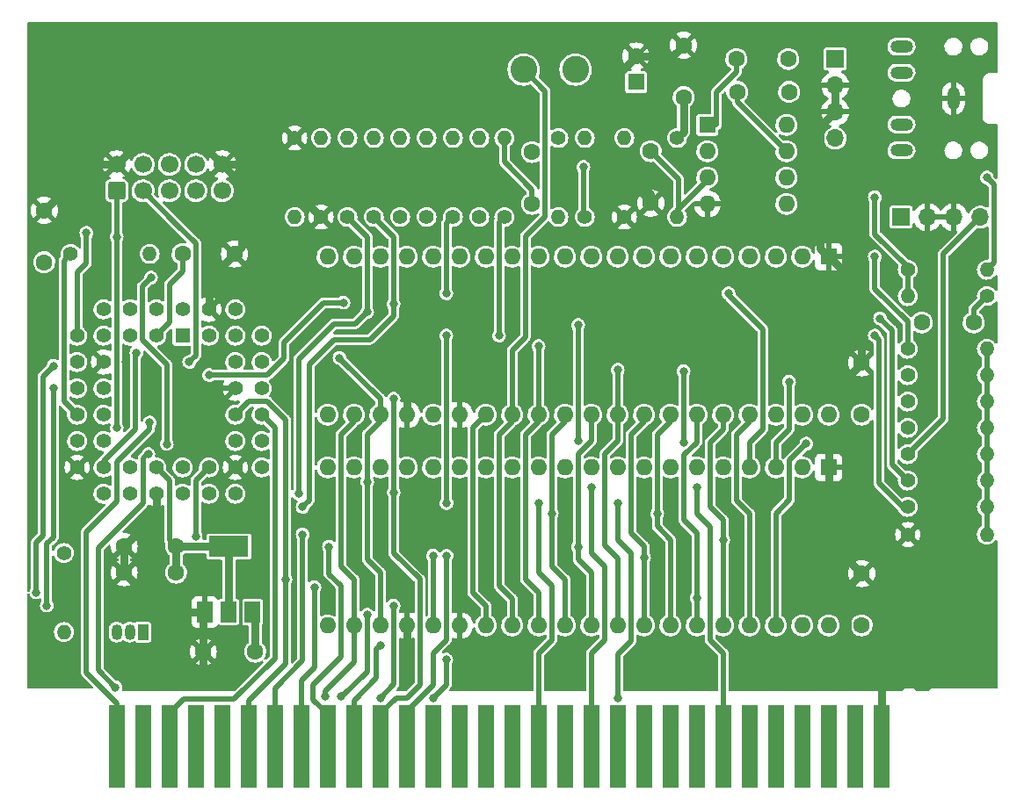
<source format=gtl>
%TF.GenerationSoftware,KiCad,Pcbnew,(6.0.11)*%
%TF.CreationDate,2023-01-30T22:43:52+07:00*%
%TF.ProjectId,TS_Ext_EPM3032,54535f45-7874-45f4-9550-4d333033322e,1.3*%
%TF.SameCoordinates,Original*%
%TF.FileFunction,Copper,L1,Top*%
%TF.FilePolarity,Positive*%
%FSLAX46Y46*%
G04 Gerber Fmt 4.6, Leading zero omitted, Abs format (unit mm)*
G04 Created by KiCad (PCBNEW (6.0.11)) date 2023-01-30 22:43:52*
%MOMM*%
%LPD*%
G01*
G04 APERTURE LIST*
G04 Aperture macros list*
%AMRoundRect*
0 Rectangle with rounded corners*
0 $1 Rounding radius*
0 $2 $3 $4 $5 $6 $7 $8 $9 X,Y pos of 4 corners*
0 Add a 4 corners polygon primitive as box body*
4,1,4,$2,$3,$4,$5,$6,$7,$8,$9,$2,$3,0*
0 Add four circle primitives for the rounded corners*
1,1,$1+$1,$2,$3*
1,1,$1+$1,$4,$5*
1,1,$1+$1,$6,$7*
1,1,$1+$1,$8,$9*
0 Add four rect primitives between the rounded corners*
20,1,$1+$1,$2,$3,$4,$5,0*
20,1,$1+$1,$4,$5,$6,$7,0*
20,1,$1+$1,$6,$7,$8,$9,0*
20,1,$1+$1,$8,$9,$2,$3,0*%
G04 Aperture macros list end*
%TA.AperFunction,ComponentPad*%
%ADD10C,1.600000*%
%TD*%
%TA.AperFunction,ComponentPad*%
%ADD11R,1.050000X1.500000*%
%TD*%
%TA.AperFunction,ComponentPad*%
%ADD12O,1.050000X1.500000*%
%TD*%
%TA.AperFunction,ComponentPad*%
%ADD13C,1.400000*%
%TD*%
%TA.AperFunction,ComponentPad*%
%ADD14O,1.400000X1.400000*%
%TD*%
%TA.AperFunction,ComponentPad*%
%ADD15R,1.600000X1.600000*%
%TD*%
%TA.AperFunction,ComponentPad*%
%ADD16O,1.600000X1.600000*%
%TD*%
%TA.AperFunction,SMDPad,CuDef*%
%ADD17R,1.600000X8.000000*%
%TD*%
%TA.AperFunction,ComponentPad*%
%ADD18R,1.422400X1.422400*%
%TD*%
%TA.AperFunction,ComponentPad*%
%ADD19C,1.422400*%
%TD*%
%TA.AperFunction,ComponentPad*%
%ADD20O,2.200000X1.200000*%
%TD*%
%TA.AperFunction,ComponentPad*%
%ADD21O,1.200000X2.200000*%
%TD*%
%TA.AperFunction,ComponentPad*%
%ADD22RoundRect,0.250000X0.600000X-0.600000X0.600000X0.600000X-0.600000X0.600000X-0.600000X-0.600000X0*%
%TD*%
%TA.AperFunction,ComponentPad*%
%ADD23C,1.700000*%
%TD*%
%TA.AperFunction,ComponentPad*%
%ADD24C,2.600000*%
%TD*%
%TA.AperFunction,ComponentPad*%
%ADD25R,1.700000X1.700000*%
%TD*%
%TA.AperFunction,ComponentPad*%
%ADD26O,1.700000X1.700000*%
%TD*%
%TA.AperFunction,SMDPad,CuDef*%
%ADD27R,1.500000X2.000000*%
%TD*%
%TA.AperFunction,SMDPad,CuDef*%
%ADD28R,3.800000X2.000000*%
%TD*%
%TA.AperFunction,ViaPad*%
%ADD29C,0.800000*%
%TD*%
%TA.AperFunction,ViaPad*%
%ADD30C,1.000000*%
%TD*%
%TA.AperFunction,Conductor*%
%ADD31C,0.762000*%
%TD*%
%TA.AperFunction,Conductor*%
%ADD32C,0.508000*%
%TD*%
G04 APERTURE END LIST*
D10*
%TO.P,C4,1*%
%TO.N,+5V*%
X108585000Y-83820000D03*
%TO.P,C4,2*%
%TO.N,GND*%
X108585000Y-78820000D03*
%TD*%
D11*
%TO.P,Q1,1,C*%
%TO.N,+5V*%
X39370000Y-84455000D03*
D12*
%TO.P,Q1,2,B*%
%TO.N,Net-(Q1-Pad2)*%
X38100000Y-84455000D03*
%TO.P,Q1,3,E*%
%TO.N,/~{IORQGE}*%
X36830000Y-84455000D03*
%TD*%
D13*
%TO.P,R21,1*%
%TO.N,/VCCA*%
X90805000Y-36830000D03*
D14*
%TO.P,R21,2*%
%TO.N,Net-(C12-Pad1)*%
X90805000Y-44450000D03*
%TD*%
D15*
%TO.P,U4,1,VSS*%
%TO.N,GND*%
X105410000Y-68580000D03*
D16*
%TO.P,U4,2,NC*%
%TO.N,unconnected-(U4-Pad2)*%
X102870000Y-68580000D03*
%TO.P,U4,3,B*%
%TO.N,/YM_1_B*%
X100330000Y-68580000D03*
%TO.P,U4,4,A*%
%TO.N,/YM_1_A*%
X97790000Y-68580000D03*
%TO.P,U4,5,NC*%
%TO.N,unconnected-(U4-Pad5)*%
X95250000Y-68580000D03*
%TO.P,U4,6,IOB7*%
%TO.N,unconnected-(U4-Pad6)*%
X92710000Y-68580000D03*
%TO.P,U4,7,IOB6*%
%TO.N,unconnected-(U4-Pad7)*%
X90170000Y-68580000D03*
%TO.P,U4,8,IOB5*%
%TO.N,unconnected-(U4-Pad8)*%
X87630000Y-68580000D03*
%TO.P,U4,9,IOB4*%
%TO.N,unconnected-(U4-Pad9)*%
X85090000Y-68580000D03*
%TO.P,U4,10,IOB3*%
%TO.N,unconnected-(U4-Pad10)*%
X82550000Y-68580000D03*
%TO.P,U4,11,IOB2*%
%TO.N,unconnected-(U4-Pad11)*%
X80010000Y-68580000D03*
%TO.P,U4,12,IOB1*%
%TO.N,unconnected-(U4-Pad12)*%
X77470000Y-68580000D03*
%TO.P,U4,13,IOB0*%
%TO.N,unconnected-(U4-Pad13)*%
X74930000Y-68580000D03*
%TO.P,U4,14,IOA7*%
%TO.N,unconnected-(U4-Pad14)*%
X72390000Y-68580000D03*
%TO.P,U4,15,IOA6*%
%TO.N,unconnected-(U4-Pad15)*%
X69850000Y-68580000D03*
%TO.P,U4,16,IOA5*%
%TO.N,unconnected-(U4-Pad16)*%
X67310000Y-68580000D03*
%TO.P,U4,17,IOA4*%
%TO.N,unconnected-(U4-Pad17)*%
X64770000Y-68580000D03*
%TO.P,U4,18,IOA3*%
%TO.N,unconnected-(U4-Pad18)*%
X62230000Y-68580000D03*
%TO.P,U4,19,IOA2*%
%TO.N,unconnected-(U4-Pad19)*%
X59690000Y-68580000D03*
%TO.P,U4,20,IOA1*%
%TO.N,unconnected-(U4-Pad20)*%
X57150000Y-68580000D03*
%TO.P,U4,21,IOA0*%
%TO.N,unconnected-(U4-Pad21)*%
X57150000Y-83820000D03*
%TO.P,U4,22,CLOCK*%
%TO.N,/CLK350*%
X59690000Y-83820000D03*
%TO.P,U4,23,~{RESET}*%
%TO.N,/~{RESET}*%
X62230000Y-83820000D03*
%TO.P,U4,24,~{A9}*%
%TO.N,GND*%
X64770000Y-83820000D03*
%TO.P,U4,25,A8*%
%TO.N,/A8_1*%
X67310000Y-83820000D03*
%TO.P,U4,26,~{SEL}*%
%TO.N,GND*%
X69850000Y-83820000D03*
%TO.P,U4,27,BDIR*%
%TO.N,/BDIR*%
X72390000Y-83820000D03*
%TO.P,U4,28,BC2*%
%TO.N,+5V*%
X74930000Y-83820000D03*
%TO.P,U4,29,BC1*%
%TO.N,/BC1*%
X77470000Y-83820000D03*
%TO.P,U4,30,DA7*%
%TO.N,/D7*%
X80010000Y-83820000D03*
%TO.P,U4,31,DA6*%
%TO.N,/D6*%
X82550000Y-83820000D03*
%TO.P,U4,32,DA5*%
%TO.N,/D5*%
X85090000Y-83820000D03*
%TO.P,U4,33,DA4*%
%TO.N,/D4*%
X87630000Y-83820000D03*
%TO.P,U4,34,DA3*%
%TO.N,/D3*%
X90170000Y-83820000D03*
%TO.P,U4,35,DA2*%
%TO.N,/D2*%
X92710000Y-83820000D03*
%TO.P,U4,36,DA1*%
%TO.N,/D1*%
X95250000Y-83820000D03*
%TO.P,U4,37,DA0*%
%TO.N,/D0*%
X97790000Y-83820000D03*
%TO.P,U4,38,C*%
%TO.N,/YM_1_C*%
X100330000Y-83820000D03*
%TO.P,U4,39,TEST1*%
%TO.N,unconnected-(U4-Pad39)*%
X102870000Y-83820000D03*
%TO.P,U4,40,VCC*%
%TO.N,+5V*%
X105410000Y-83820000D03*
%TD*%
D17*
%TO.P,J3,a1,Pin_a1*%
%TO.N,/A15*%
X36830000Y-95478600D03*
%TO.P,J3,a2,Pin_a2*%
%TO.N,unconnected-(J3-Pada2)*%
X39370000Y-95478600D03*
%TO.P,J3,a3,Pin_a3*%
%TO.N,/D7*%
X41910000Y-95478600D03*
%TO.P,J3,a4,Pin_a4*%
%TO.N,unconnected-(J3-Pada4)*%
X44450000Y-95478600D03*
%TO.P,J3,a5,Pin_a5*%
%TO.N,unconnected-(J3-Pada5)*%
X46990000Y-95478600D03*
%TO.P,J3,a6,Pin_a6*%
%TO.N,/D0*%
X49530000Y-95478600D03*
%TO.P,J3,a7,Pin_a7*%
%TO.N,/D1*%
X52070000Y-95478600D03*
%TO.P,J3,a8,Pin_a8*%
%TO.N,/D2*%
X54610000Y-95478600D03*
%TO.P,J3,a9,Pin_a9*%
%TO.N,/D6*%
X57150000Y-95478600D03*
%TO.P,J3,a10,Pin_a10*%
%TO.N,/D5*%
X59690000Y-95478600D03*
%TO.P,J3,a11,Pin_a11*%
%TO.N,/D3*%
X62230000Y-95478600D03*
%TO.P,J3,a12,Pin_a12*%
%TO.N,/D4*%
X64770000Y-95478600D03*
%TO.P,J3,a13,Pin_a13*%
%TO.N,unconnected-(J3-Pada13)*%
X67310000Y-95478600D03*
%TO.P,J3,a14,Pin_a14*%
%TO.N,unconnected-(J3-Pada14)*%
X69850000Y-95478600D03*
%TO.P,J3,a15,Pin_a15*%
%TO.N,unconnected-(J3-Pada15)*%
X72390000Y-95478600D03*
%TO.P,J3,a16,Pin_a16*%
%TO.N,unconnected-(J3-Pada16)*%
X74930000Y-95478600D03*
%TO.P,J3,a17,Pin_a17*%
%TO.N,/~{IORQ}*%
X77470000Y-95478600D03*
%TO.P,J3,a18,Pin_a18*%
%TO.N,unconnected-(J3-Pada18)*%
X80010000Y-95478600D03*
%TO.P,J3,a19,Pin_a19*%
%TO.N,/~{WR}*%
X82550000Y-95478600D03*
%TO.P,J3,a20,Pin_a20*%
%TO.N,unconnected-(J3-Pada20)*%
X85090000Y-95478600D03*
%TO.P,J3,a21,Pin_a21*%
%TO.N,unconnected-(J3-Pada21)*%
X87630000Y-95478600D03*
%TO.P,J3,a22,Pin_a22*%
%TO.N,unconnected-(J3-Pada22)*%
X90170000Y-95478600D03*
%TO.P,J3,a23,Pin_a23*%
%TO.N,unconnected-(J3-Pada23)*%
X92710000Y-95478600D03*
%TO.P,J3,a24,Pin_a24*%
%TO.N,/~{M1}*%
X95250000Y-95478600D03*
%TO.P,J3,a25,Pin_a25*%
%TO.N,unconnected-(J3-Pada25)*%
X97790000Y-95478600D03*
%TO.P,J3,a26,Pin_a26*%
%TO.N,unconnected-(J3-Pada26)*%
X100330000Y-95478600D03*
%TO.P,J3,a27,Pin_a27*%
%TO.N,unconnected-(J3-Pada27)*%
X102870000Y-95478600D03*
%TO.P,J3,a28,Pin_a28*%
%TO.N,unconnected-(J3-Pada28)*%
X105410000Y-95478600D03*
%TO.P,J3,a29,Pin_a29*%
%TO.N,unconnected-(J3-Pada29)*%
X107950000Y-95478600D03*
%TO.P,J3,a30,Pin_a30*%
%TO.N,GND*%
X110490000Y-95478600D03*
%TD*%
D13*
%TO.P,R2,1*%
%TO.N,GND*%
X53975000Y-36830000D03*
D14*
%TO.P,R2,2*%
%TO.N,/TCK*%
X53975000Y-44450000D03*
%TD*%
D13*
%TO.P,R16,1*%
%TO.N,/TAPEOUT*%
X113030000Y-72390000D03*
D14*
%TO.P,R16,2*%
%TO.N,Net-(C11-Pad2)*%
X120650000Y-72390000D03*
%TD*%
D18*
%TO.P,U1,1,I/GCLRn*%
%TO.N,unconnected-(U1-Pad1)*%
X43180000Y-55880000D03*
D19*
%TO.P,U1,2,I/OE2*%
%TO.N,unconnected-(U1-Pad2)*%
X40640000Y-53340000D03*
%TO.P,U1,3,VCCINT*%
%TO.N,+3.3V*%
X40640000Y-55880000D03*
%TO.P,U1,4,IO*%
%TO.N,/~{RESET}*%
X38100000Y-53340000D03*
%TO.P,U1,5,IO*%
%TO.N,/D4*%
X38100000Y-55880000D03*
%TO.P,U1,6,IO*%
%TO.N,/~{IORQ}*%
X35560000Y-53340000D03*
%TO.P,U1,7,TDI*%
%TO.N,/TDI*%
X33020000Y-55880000D03*
%TO.P,U1,8,IO*%
%TO.N,/~{M1}*%
X35560000Y-55880000D03*
%TO.P,U1,9,IO*%
%TO.N,/A1*%
X33020000Y-58420000D03*
%TO.P,U1,10,GNDIO*%
%TO.N,GND*%
X35560000Y-58420000D03*
%TO.P,U1,11,IO*%
%TO.N,/A0*%
X33020000Y-60960000D03*
%TO.P,U1,12,IO*%
%TO.N,/~{WR}*%
X35560000Y-60960000D03*
%TO.P,U1,13,TMS*%
%TO.N,/TMS*%
X33020000Y-63500000D03*
%TO.P,U1,14,IO*%
%TO.N,/BDIR*%
X35560000Y-63500000D03*
%TO.P,U1,15,VCCIO*%
%TO.N,+3.3V*%
X33020000Y-66040000D03*
%TO.P,U1,16,IO*%
%TO.N,/BC1*%
X35560000Y-66040000D03*
%TO.P,U1,17,GNDIO*%
%TO.N,GND*%
X33020000Y-68580000D03*
%TO.P,U1,18,IO*%
%TO.N,unconnected-(U1-Pad18)*%
X35560000Y-71120000D03*
%TO.P,U1,19,IO*%
%TO.N,/A8_0*%
X35560000Y-68580000D03*
%TO.P,U1,20,IO*%
%TO.N,/A8_1*%
X38100000Y-71120000D03*
%TO.P,U1,21,IO*%
%TO.N,/BEEPER*%
X38100000Y-68580000D03*
%TO.P,U1,22,GNDINT*%
%TO.N,GND*%
X40640000Y-71120000D03*
%TO.P,U1,23,VCCINT*%
%TO.N,+3.3V*%
X40640000Y-68580000D03*
%TO.P,U1,24,IO*%
%TO.N,/TAPEOUT*%
X43180000Y-71120000D03*
%TO.P,U1,25,IO*%
%TO.N,unconnected-(U1-Pad25)*%
X43180000Y-68580000D03*
%TO.P,U1,26,IO*%
%TO.N,unconnected-(U1-Pad26)*%
X45720000Y-71120000D03*
%TO.P,U1,27,IO*%
%TO.N,/~{IORQGE33}*%
X45720000Y-68580000D03*
%TO.P,U1,28,IO*%
%TO.N,unconnected-(U1-Pad28)*%
X48260000Y-71120000D03*
%TO.P,U1,29,IO*%
%TO.N,/A14*%
X50800000Y-68580000D03*
%TO.P,U1,30,GNDIO*%
%TO.N,GND*%
X48260000Y-68580000D03*
%TO.P,U1,31,IO*%
%TO.N,/A15*%
X50800000Y-66040000D03*
%TO.P,U1,32,TCK*%
%TO.N,/TCK*%
X48260000Y-66040000D03*
%TO.P,U1,33,IO*%
%TO.N,/D7*%
X50800000Y-63500000D03*
%TO.P,U1,34,IO*%
%TO.N,/D0*%
X48260000Y-63500000D03*
%TO.P,U1,35,VCCIO*%
%TO.N,+3.3V*%
X50800000Y-60960000D03*
%TO.P,U1,36,GNDIO*%
%TO.N,GND*%
X48260000Y-60960000D03*
%TO.P,U1,37,IO*%
%TO.N,unconnected-(U1-Pad37)*%
X50800000Y-58420000D03*
%TO.P,U1,38,TDO*%
%TO.N,/TDO*%
X48260000Y-58420000D03*
%TO.P,U1,39,IO*%
%TO.N,/D6*%
X50800000Y-55880000D03*
%TO.P,U1,40,IO*%
%TO.N,/D5*%
X48260000Y-53340000D03*
%TO.P,U1,41,IO*%
%TO.N,/D3*%
X48260000Y-55880000D03*
%TO.P,U1,42,GNDINT*%
%TO.N,GND*%
X45720000Y-53340000D03*
%TO.P,U1,43,I/GCLK1*%
%TO.N,unconnected-(U1-Pad43)*%
X45720000Y-55880000D03*
%TO.P,U1,44,I/OE1*%
%TO.N,unconnected-(U1-Pad44)*%
X43180000Y-53340000D03*
%TD*%
D13*
%TO.P,R22,1*%
%TO.N,GND*%
X85725000Y-44450000D03*
D14*
%TO.P,R22,2*%
%TO.N,Net-(C12-Pad1)*%
X85725000Y-36830000D03*
%TD*%
D10*
%TO.P,C8,1*%
%TO.N,+3.3V*%
X29845000Y-48815000D03*
%TO.P,C8,2*%
%TO.N,GND*%
X29845000Y-43815000D03*
%TD*%
D13*
%TO.P,R25,1*%
%TO.N,/~{IORQGE33}*%
X31750000Y-76835000D03*
D14*
%TO.P,R25,2*%
%TO.N,Net-(Q1-Pad2)*%
X31750000Y-84455000D03*
%TD*%
D15*
%TO.P,U5,1*%
%TO.N,Net-(C13-Pad1)*%
X93726000Y-35560000D03*
D16*
%TO.P,U5,2,-*%
%TO.N,Net-(R19-Pad2)*%
X93726000Y-38100000D03*
%TO.P,U5,3,+*%
%TO.N,Net-(C12-Pad1)*%
X93726000Y-40640000D03*
%TO.P,U5,4,V-*%
%TO.N,GND*%
X93726000Y-43180000D03*
%TO.P,U5,5,+*%
%TO.N,Net-(C12-Pad1)*%
X101346000Y-43180000D03*
%TO.P,U5,6,-*%
%TO.N,Net-(R20-Pad2)*%
X101346000Y-40640000D03*
%TO.P,U5,7*%
%TO.N,Net-(C14-Pad2)*%
X101346000Y-38100000D03*
%TO.P,U5,8,V+*%
%TO.N,/VCCA*%
X101346000Y-35560000D03*
%TD*%
D20*
%TO.P,J5,R*%
%TO.N,/ROUT*%
X112420000Y-38020000D03*
%TO.P,J5,RN*%
%TO.N,unconnected-(J5-PadRN)*%
X112420000Y-35520000D03*
D21*
%TO.P,J5,S*%
%TO.N,GND*%
X117420000Y-33020000D03*
D20*
%TO.P,J5,T*%
%TO.N,/LOUT*%
X112420000Y-28020000D03*
%TO.P,J5,TN*%
%TO.N,unconnected-(J5-PadTN)*%
X112420000Y-30520000D03*
%TD*%
D22*
%TO.P,J1,1,Pin_1*%
%TO.N,/TCK*%
X36830000Y-41910000D03*
D23*
%TO.P,J1,2,Pin_2*%
%TO.N,GND*%
X36830000Y-39370000D03*
%TO.P,J1,3,Pin_3*%
%TO.N,/TDO*%
X39370000Y-41910000D03*
%TO.P,J1,4,Pin_4*%
%TO.N,+3.3V*%
X39370000Y-39370000D03*
%TO.P,J1,5,Pin_5*%
%TO.N,/TMS*%
X41910000Y-41910000D03*
%TO.P,J1,6,Pin_6*%
%TO.N,unconnected-(J1-Pad6)*%
X41910000Y-39370000D03*
%TO.P,J1,7,Pin_7*%
%TO.N,unconnected-(J1-Pad7)*%
X44450000Y-41910000D03*
%TO.P,J1,8,Pin_8*%
%TO.N,unconnected-(J1-Pad8)*%
X44450000Y-39370000D03*
%TO.P,J1,9,Pin_9*%
%TO.N,/TDI*%
X46990000Y-41910000D03*
%TO.P,J1,10,Pin_10*%
%TO.N,GND*%
X46990000Y-39370000D03*
%TD*%
D13*
%TO.P,R24,1*%
%TO.N,Net-(R20-Pad2)*%
X113030000Y-49530000D03*
D14*
%TO.P,R24,2*%
%TO.N,Net-(C14-Pad2)*%
X120650000Y-49530000D03*
%TD*%
D24*
%TO.P,L1,1,1*%
%TO.N,/VCCA*%
X81026000Y-30226000D03*
%TO.P,L1,2,2*%
%TO.N,+5V*%
X76026000Y-30226000D03*
%TD*%
D13*
%TO.P,R11,1*%
%TO.N,/YM_1_B*%
X113030000Y-59690000D03*
D14*
%TO.P,R11,2*%
%TO.N,Net-(C11-Pad2)*%
X120650000Y-59690000D03*
%TD*%
D15*
%TO.P,U3,1,VSS*%
%TO.N,GND*%
X105410000Y-48260000D03*
D16*
%TO.P,U3,2,NC*%
%TO.N,unconnected-(U3-Pad2)*%
X102870000Y-48260000D03*
%TO.P,U3,3,B*%
%TO.N,/YM_0_B*%
X100330000Y-48260000D03*
%TO.P,U3,4,A*%
%TO.N,/YM_0_A*%
X97790000Y-48260000D03*
%TO.P,U3,5,NC*%
%TO.N,unconnected-(U3-Pad5)*%
X95250000Y-48260000D03*
%TO.P,U3,6,IOB7*%
%TO.N,unconnected-(U3-Pad6)*%
X92710000Y-48260000D03*
%TO.P,U3,7,IOB6*%
%TO.N,unconnected-(U3-Pad7)*%
X90170000Y-48260000D03*
%TO.P,U3,8,IOB5*%
%TO.N,unconnected-(U3-Pad8)*%
X87630000Y-48260000D03*
%TO.P,U3,9,IOB4*%
%TO.N,unconnected-(U3-Pad9)*%
X85090000Y-48260000D03*
%TO.P,U3,10,IOB3*%
%TO.N,unconnected-(U3-Pad10)*%
X82550000Y-48260000D03*
%TO.P,U3,11,IOB2*%
%TO.N,unconnected-(U3-Pad11)*%
X80010000Y-48260000D03*
%TO.P,U3,12,IOB1*%
%TO.N,unconnected-(U3-Pad12)*%
X77470000Y-48260000D03*
%TO.P,U3,13,IOB0*%
%TO.N,unconnected-(U3-Pad13)*%
X74930000Y-48260000D03*
%TO.P,U3,14,IOA7*%
%TO.N,unconnected-(U3-Pad14)*%
X72390000Y-48260000D03*
%TO.P,U3,15,IOA6*%
%TO.N,unconnected-(U3-Pad15)*%
X69850000Y-48260000D03*
%TO.P,U3,16,IOA5*%
%TO.N,unconnected-(U3-Pad16)*%
X67310000Y-48260000D03*
%TO.P,U3,17,IOA4*%
%TO.N,unconnected-(U3-Pad17)*%
X64770000Y-48260000D03*
%TO.P,U3,18,IOA3*%
%TO.N,unconnected-(U3-Pad18)*%
X62230000Y-48260000D03*
%TO.P,U3,19,IOA2*%
%TO.N,unconnected-(U3-Pad19)*%
X59690000Y-48260000D03*
%TO.P,U3,20,IOA1*%
%TO.N,unconnected-(U3-Pad20)*%
X57150000Y-48260000D03*
%TO.P,U3,21,IOA0*%
%TO.N,unconnected-(U3-Pad21)*%
X57150000Y-63500000D03*
%TO.P,U3,22,CLOCK*%
%TO.N,/CLK350*%
X59690000Y-63500000D03*
%TO.P,U3,23,~{RESET}*%
%TO.N,/~{RESET}*%
X62230000Y-63500000D03*
%TO.P,U3,24,~{A9}*%
%TO.N,GND*%
X64770000Y-63500000D03*
%TO.P,U3,25,A8*%
%TO.N,/A8_0*%
X67310000Y-63500000D03*
%TO.P,U3,26,~{SEL}*%
%TO.N,GND*%
X69850000Y-63500000D03*
%TO.P,U3,27,BDIR*%
%TO.N,/BDIR*%
X72390000Y-63500000D03*
%TO.P,U3,28,BC2*%
%TO.N,+5V*%
X74930000Y-63500000D03*
%TO.P,U3,29,BC1*%
%TO.N,/BC1*%
X77470000Y-63500000D03*
%TO.P,U3,30,DA7*%
%TO.N,/D7*%
X80010000Y-63500000D03*
%TO.P,U3,31,DA6*%
%TO.N,/D6*%
X82550000Y-63500000D03*
%TO.P,U3,32,DA5*%
%TO.N,/D5*%
X85090000Y-63500000D03*
%TO.P,U3,33,DA4*%
%TO.N,/D4*%
X87630000Y-63500000D03*
%TO.P,U3,34,DA3*%
%TO.N,/D3*%
X90170000Y-63500000D03*
%TO.P,U3,35,DA2*%
%TO.N,/D2*%
X92710000Y-63500000D03*
%TO.P,U3,36,DA1*%
%TO.N,/D1*%
X95250000Y-63500000D03*
%TO.P,U3,37,DA0*%
%TO.N,/D0*%
X97790000Y-63500000D03*
%TO.P,U3,38,C*%
%TO.N,/YM_0_C*%
X100330000Y-63500000D03*
%TO.P,U3,39,TEST1*%
%TO.N,unconnected-(U3-Pad39)*%
X102870000Y-63500000D03*
%TO.P,U3,40,VCC*%
%TO.N,+5V*%
X105410000Y-63500000D03*
%TD*%
D25*
%TO.P,J4,1,Pin_1*%
%TO.N,/LOUT*%
X106045000Y-29220000D03*
D26*
%TO.P,J4,2,Pin_2*%
%TO.N,GND*%
X106045000Y-31760000D03*
%TO.P,J4,3,Pin_3*%
X106045000Y-34300000D03*
%TO.P,J4,4,Pin_4*%
%TO.N,/ROUT*%
X106045000Y-36840000D03*
%TD*%
D10*
%TO.P,C5,1*%
%TO.N,+5V*%
X50165000Y-86360000D03*
%TO.P,C5,2*%
%TO.N,GND*%
X45165000Y-86360000D03*
%TD*%
D15*
%TO.P,C1,1*%
%TO.N,/VCCA*%
X86868000Y-31431113D03*
D10*
%TO.P,C1,2*%
%TO.N,GND*%
X86868000Y-28931113D03*
%TD*%
D13*
%TO.P,R8,1*%
%TO.N,/YM_0_B*%
X71755000Y-44450000D03*
D14*
%TO.P,R8,2*%
%TO.N,Net-(C10-Pad1)*%
X71755000Y-36830000D03*
%TD*%
D13*
%TO.P,R12,1*%
%TO.N,/YM_0_C*%
X113030000Y-62230000D03*
D14*
%TO.P,R12,2*%
%TO.N,Net-(C11-Pad2)*%
X120650000Y-62230000D03*
%TD*%
D13*
%TO.P,R13,1*%
%TO.N,/YM_1_C*%
X113030000Y-64770000D03*
D14*
%TO.P,R13,2*%
%TO.N,Net-(C11-Pad2)*%
X120650000Y-64770000D03*
%TD*%
D10*
%TO.P,C6,1*%
%TO.N,+3.3V*%
X42545000Y-78740000D03*
%TO.P,C6,2*%
%TO.N,GND*%
X37545000Y-78740000D03*
%TD*%
%TO.P,C9,1*%
%TO.N,+3.3V*%
X42545000Y-76200000D03*
%TO.P,C9,2*%
%TO.N,GND*%
X37545000Y-76200000D03*
%TD*%
D13*
%TO.P,R18,1*%
%TO.N,GND*%
X56515000Y-44450000D03*
D14*
%TO.P,R18,2*%
%TO.N,Net-(C10-Pad1)*%
X56515000Y-36830000D03*
%TD*%
D13*
%TO.P,R15,1*%
%TO.N,/BEEPER*%
X113030000Y-69850000D03*
D14*
%TO.P,R15,2*%
%TO.N,Net-(C11-Pad2)*%
X120650000Y-69850000D03*
%TD*%
D10*
%TO.P,C7,1*%
%TO.N,+3.3V*%
X43180000Y-48006000D03*
%TO.P,C7,2*%
%TO.N,GND*%
X48180000Y-48006000D03*
%TD*%
D27*
%TO.P,U2,1,GND*%
%TO.N,GND*%
X45325000Y-82525000D03*
D28*
%TO.P,U2,2,VO*%
%TO.N,+3.3V*%
X47625000Y-76225000D03*
D27*
X47625000Y-82525000D03*
%TO.P,U2,3,VI*%
%TO.N,+5V*%
X49925000Y-82525000D03*
%TD*%
D10*
%TO.P,C12,1*%
%TO.N,Net-(C12-Pad1)*%
X88265000Y-38100000D03*
%TO.P,C12,2*%
%TO.N,GND*%
X88265000Y-43100000D03*
%TD*%
D13*
%TO.P,R9,1*%
%TO.N,/YM_1_B*%
X74168000Y-44450000D03*
D14*
%TO.P,R9,2*%
%TO.N,Net-(C10-Pad1)*%
X74168000Y-36830000D03*
%TD*%
D13*
%TO.P,R7,1*%
%TO.N,/YM_1_A*%
X69215000Y-44450000D03*
D14*
%TO.P,R7,2*%
%TO.N,Net-(C10-Pad1)*%
X69215000Y-36830000D03*
%TD*%
D13*
%TO.P,R6,1*%
%TO.N,/YM_0_A*%
X66675000Y-44450000D03*
D14*
%TO.P,R6,2*%
%TO.N,Net-(C10-Pad1)*%
X66675000Y-36830000D03*
%TD*%
D10*
%TO.P,C2,1*%
%TO.N,/VCCA*%
X91440000Y-32893000D03*
%TO.P,C2,2*%
%TO.N,GND*%
X91440000Y-27893000D03*
%TD*%
%TO.P,C11,1*%
%TO.N,Net-(C11-Pad1)*%
X119380000Y-54610000D03*
%TO.P,C11,2*%
%TO.N,Net-(C11-Pad2)*%
X114380000Y-54610000D03*
%TD*%
D13*
%TO.P,R14,1*%
%TO.N,/CDINR*%
X113030000Y-67310000D03*
D14*
%TO.P,R14,2*%
%TO.N,Net-(C11-Pad2)*%
X120650000Y-67310000D03*
%TD*%
D13*
%TO.P,R4,1*%
%TO.N,/BEEPER*%
X61595000Y-44450000D03*
D14*
%TO.P,R4,2*%
%TO.N,Net-(C10-Pad1)*%
X61595000Y-36830000D03*
%TD*%
D10*
%TO.P,C3,1*%
%TO.N,+5V*%
X108585000Y-63500000D03*
%TO.P,C3,2*%
%TO.N,GND*%
X108585000Y-58500000D03*
%TD*%
D13*
%TO.P,R23,1*%
%TO.N,Net-(R19-Pad2)*%
X81915000Y-44450000D03*
D14*
%TO.P,R23,2*%
%TO.N,Net-(C13-Pad1)*%
X81915000Y-36830000D03*
%TD*%
D13*
%TO.P,R10,1*%
%TO.N,/YM_0_B*%
X113030000Y-57150000D03*
D14*
%TO.P,R10,2*%
%TO.N,Net-(C11-Pad2)*%
X120650000Y-57150000D03*
%TD*%
D10*
%TO.P,C13,1*%
%TO.N,Net-(C13-Pad1)*%
X96520000Y-29210000D03*
%TO.P,C13,2*%
%TO.N,/LOUT*%
X101520000Y-29210000D03*
%TD*%
D25*
%TO.P,J2,1,Pin_1*%
%TO.N,/CDINL*%
X112395000Y-44450000D03*
D26*
%TO.P,J2,2,Pin_2*%
%TO.N,GND*%
X114935000Y-44450000D03*
%TO.P,J2,3,Pin_3*%
X117475000Y-44450000D03*
%TO.P,J2,4,Pin_4*%
%TO.N,/CDINR*%
X120015000Y-44450000D03*
%TD*%
D13*
%TO.P,R3,1*%
%TO.N,/TAPEOUT*%
X59055000Y-44450000D03*
D14*
%TO.P,R3,2*%
%TO.N,Net-(C10-Pad1)*%
X59055000Y-36830000D03*
%TD*%
D13*
%TO.P,R17,1*%
%TO.N,GND*%
X113030000Y-75057000D03*
D14*
%TO.P,R17,2*%
%TO.N,Net-(C11-Pad2)*%
X120650000Y-75057000D03*
%TD*%
D13*
%TO.P,R1,1*%
%TO.N,/TMS*%
X32385000Y-48006000D03*
D14*
%TO.P,R1,2*%
%TO.N,+3.3V*%
X40005000Y-48006000D03*
%TD*%
D10*
%TO.P,C14,1*%
%TO.N,/ROUT*%
X101600000Y-32385000D03*
%TO.P,C14,2*%
%TO.N,Net-(C14-Pad2)*%
X96600000Y-32385000D03*
%TD*%
D13*
%TO.P,R5,1*%
%TO.N,/CDINL*%
X64135000Y-44450000D03*
D14*
%TO.P,R5,2*%
%TO.N,Net-(C10-Pad1)*%
X64135000Y-36830000D03*
%TD*%
D13*
%TO.P,R20,1*%
%TO.N,Net-(C11-Pad1)*%
X120650000Y-52070000D03*
D14*
%TO.P,R20,2*%
%TO.N,Net-(R20-Pad2)*%
X113030000Y-52070000D03*
%TD*%
D13*
%TO.P,R19,1*%
%TO.N,Net-(C10-Pad2)*%
X79375000Y-36830000D03*
D14*
%TO.P,R19,2*%
%TO.N,Net-(R19-Pad2)*%
X79375000Y-44450000D03*
%TD*%
D10*
%TO.P,C10,1*%
%TO.N,Net-(C10-Pad1)*%
X76835000Y-43180000D03*
%TO.P,C10,2*%
%TO.N,Net-(C10-Pad2)*%
X76835000Y-38180000D03*
%TD*%
D29*
%TO.N,GND*%
X110490000Y-89535000D03*
X70485000Y-43180000D03*
X40640000Y-29210000D03*
X99060000Y-80645000D03*
X81280000Y-86360000D03*
X91440000Y-86360000D03*
X66040000Y-72136000D03*
X40640000Y-34290000D03*
X62230000Y-71882000D03*
X71120000Y-29210000D03*
X71120000Y-39370000D03*
X102870000Y-80645000D03*
X119380000Y-73660000D03*
X83185000Y-61468000D03*
X62230000Y-51689000D03*
X119380000Y-58420000D03*
X46609000Y-63754000D03*
X40005000Y-58547000D03*
D30*
X46355000Y-89535000D03*
D29*
X30480000Y-34290000D03*
X56515000Y-73025000D03*
X60960000Y-34290000D03*
X50800000Y-29210000D03*
X99695000Y-26670000D03*
X30480000Y-29210000D03*
X93980000Y-59055000D03*
D30*
X64897000Y-50165000D03*
D29*
X59690000Y-71374000D03*
X88900000Y-86360000D03*
X39370000Y-88900000D03*
X101600000Y-86360000D03*
X114300000Y-80645000D03*
X30480000Y-87630000D03*
X99822000Y-30988000D03*
X114300000Y-68580000D03*
X62103000Y-46482000D03*
X99060000Y-43180000D03*
X96520000Y-36830000D03*
X60960000Y-29210000D03*
X37719000Y-58420000D03*
X119380000Y-50800000D03*
X50800000Y-34290000D03*
X60960000Y-39370000D03*
X79121000Y-56896000D03*
X73660000Y-86360000D03*
X90170000Y-70485000D03*
X104775000Y-51435000D03*
X96520000Y-86360000D03*
X71120000Y-34290000D03*
D30*
X64730773Y-89495773D03*
D29*
X104140000Y-57150000D03*
%TO.N,Net-(C14-Pad2)*%
X120650000Y-40640000D03*
%TO.N,/TCK*%
X36830000Y-64770000D03*
X36830000Y-46355000D03*
%TO.N,/TDO*%
X43815000Y-58420000D03*
%TO.N,/TDI*%
X33909000Y-45974000D03*
%TO.N,/~{IORQGE}*%
X68580000Y-87122000D03*
X67310000Y-90805000D03*
%TO.N,/TAPEOUT*%
X60960000Y-53594000D03*
X109855000Y-55880000D03*
X54356000Y-71120000D03*
%TO.N,/BEEPER*%
X110363000Y-54229000D03*
X54737000Y-72390000D03*
X63500000Y-52832000D03*
%TO.N,Net-(R19-Pad2)*%
X81788000Y-39624000D03*
%TO.N,Net-(R20-Pad2)*%
X109855000Y-42545000D03*
%TO.N,/~{RESET}*%
X60960000Y-69977000D03*
X85090000Y-90805000D03*
X58293000Y-58039000D03*
X85090000Y-72009000D03*
%TO.N,/D4*%
X68596000Y-77105000D03*
X87630000Y-77251500D03*
%TO.N,/~{IORQ}*%
X68596000Y-72025000D03*
X68580000Y-55880000D03*
X77470000Y-72009000D03*
%TO.N,/~{M1}*%
X91440000Y-59309000D03*
X92710000Y-70485000D03*
X91440000Y-66167000D03*
%TO.N,/A1*%
X62230000Y-90805000D03*
X63500000Y-81915000D03*
X29083000Y-80645000D03*
X30734000Y-58801000D03*
%TO.N,/A0*%
X30734000Y-60960000D03*
X58420000Y-90678000D03*
X30099000Y-81915000D03*
X60960000Y-82804000D03*
%TO.N,/~{WR}*%
X81280000Y-54864000D03*
X58674000Y-52705000D03*
X45720000Y-59690000D03*
X82550000Y-70485000D03*
X81280000Y-66040000D03*
%TO.N,/BC1*%
X40132000Y-50292000D03*
X41656000Y-66331500D03*
X77470000Y-56896000D03*
%TO.N,/A8_0*%
X38735000Y-57531000D03*
%TO.N,/A8_1*%
X67310000Y-77089000D03*
%TO.N,/A14*%
X36703000Y-89789000D03*
X39878000Y-67310000D03*
%TO.N,/A15*%
X40005000Y-64262000D03*
%TO.N,/D7*%
X78740000Y-73025000D03*
%TO.N,/D0*%
X53086000Y-79375000D03*
%TO.N,/D6*%
X81280000Y-76237500D03*
X57277000Y-76235500D03*
%TO.N,/D5*%
X85090000Y-59182000D03*
X62230000Y-85725000D03*
%TO.N,/D3*%
X63500000Y-70993000D03*
X88900000Y-73025000D03*
X63500000Y-61976000D03*
%TO.N,/CLK350*%
X56896000Y-90678000D03*
%TO.N,/D2*%
X92710000Y-81153000D03*
X55880000Y-80137000D03*
%TO.N,/D1*%
X54737000Y-75057000D03*
X95250000Y-75565000D03*
%TO.N,/YM_0_B*%
X109855000Y-48260000D03*
%TO.N,/YM_1_A*%
X68580000Y-51816000D03*
X95758000Y-51816000D03*
%TO.N,/YM_1_B*%
X73660000Y-55880000D03*
X101600000Y-60325000D03*
%TO.N,/YM_1_C*%
X103251000Y-66294000D03*
%TO.N,/~{IORQGE33}*%
X44450000Y-75219500D03*
%TD*%
D31*
%TO.N,/VCCA*%
X91440000Y-32893000D02*
X91440000Y-36195000D01*
X91440000Y-36195000D02*
X90805000Y-36830000D01*
%TO.N,GND*%
X51435000Y-39370000D02*
X46990000Y-39370000D01*
X34290000Y-39370000D02*
X29845000Y-43815000D01*
D32*
X33020000Y-68580000D02*
X34290000Y-67310000D01*
D31*
X90401887Y-28931113D02*
X91440000Y-27893000D01*
X110490000Y-95478600D02*
X110490000Y-89535000D01*
D32*
X46990000Y-54610000D02*
X46990000Y-56724600D01*
D31*
X84328000Y-38314000D02*
X84328000Y-31471113D01*
X56515000Y-44450000D02*
X51435000Y-39370000D01*
X108585000Y-58500000D02*
X108585000Y-51435000D01*
X64765000Y-57155000D02*
X64765000Y-63495000D01*
X106045000Y-31760000D02*
X106045000Y-34300000D01*
X84328000Y-31471113D02*
X86868000Y-28931113D01*
X45720000Y-50466000D02*
X48180000Y-48006000D01*
D32*
X34290000Y-67310000D02*
X34290000Y-59690000D01*
X46990000Y-56724600D02*
X44554800Y-59159800D01*
D31*
X64730773Y-89495773D02*
X64770000Y-89456546D01*
X46355000Y-89535000D02*
X45165000Y-88345000D01*
X105410000Y-68580000D02*
X105410000Y-66294000D01*
X104614000Y-47464000D02*
X104614000Y-35731000D01*
X37545000Y-76200000D02*
X40640000Y-73105000D01*
X45165000Y-88345000D02*
X45165000Y-82685000D01*
X105410000Y-66294000D02*
X107061000Y-64643000D01*
X41330000Y-82525000D02*
X37545000Y-78740000D01*
X48895000Y-47291000D02*
X48895000Y-41275000D01*
X108585000Y-78780000D02*
X105410000Y-75605000D01*
X88265000Y-43100000D02*
X88265000Y-42251000D01*
X64897000Y-50165000D02*
X64770000Y-50292000D01*
X104614000Y-35731000D02*
X106045000Y-34300000D01*
X64770000Y-50292000D02*
X64770000Y-57150000D01*
X64770000Y-89456546D02*
X64770000Y-83820000D01*
D32*
X44577000Y-60960000D02*
X48260000Y-60960000D01*
D31*
X37545000Y-78740000D02*
X37545000Y-76200000D01*
X105410000Y-48260000D02*
X104614000Y-47464000D01*
D32*
X34290000Y-59690000D02*
X35560000Y-58420000D01*
X44554800Y-64874800D02*
X48260000Y-68580000D01*
D31*
X105410000Y-75605000D02*
X105410000Y-68580000D01*
X107061000Y-60071000D02*
X108585000Y-58547000D01*
X36830000Y-39370000D02*
X34290000Y-39370000D01*
D32*
X44554800Y-59159800D02*
X44554800Y-64874800D01*
D31*
X107061000Y-64643000D02*
X107061000Y-60071000D01*
X108585000Y-89535000D02*
X107204000Y-88154000D01*
X107204000Y-80161000D02*
X108585000Y-78780000D01*
X38735000Y-37465000D02*
X45085000Y-37465000D01*
X45720000Y-53340000D02*
X45720000Y-50466000D01*
X64770000Y-57150000D02*
X64765000Y-57155000D01*
X48180000Y-48006000D02*
X48895000Y-47291000D01*
X88265000Y-42251000D02*
X84328000Y-38314000D01*
D32*
X45720000Y-53340000D02*
X46990000Y-54610000D01*
D31*
X45325000Y-82525000D02*
X41330000Y-82525000D01*
X45085000Y-37465000D02*
X46990000Y-39370000D01*
X86868000Y-28931113D02*
X90401887Y-28931113D01*
X108585000Y-51435000D02*
X105410000Y-48260000D01*
X107204000Y-88154000D02*
X107204000Y-80161000D01*
X40640000Y-73105000D02*
X40640000Y-71120000D01*
X36830000Y-39370000D02*
X38735000Y-37465000D01*
X110490000Y-89535000D02*
X108585000Y-89535000D01*
X48895000Y-41275000D02*
X46990000Y-39370000D01*
D32*
%TO.N,+5V*%
X74930000Y-81280000D02*
X73660000Y-80010000D01*
X76184000Y-46339000D02*
X78094000Y-44429000D01*
D31*
X50165000Y-86360000D02*
X50165000Y-82765000D01*
D32*
X78094000Y-32294000D02*
X76026000Y-30226000D01*
X74930000Y-83810000D02*
X74930000Y-81280000D01*
X78094000Y-44429000D02*
X78094000Y-32294000D01*
X74925000Y-64140000D02*
X74925000Y-63495000D01*
X74930000Y-57277000D02*
X76184000Y-56023000D01*
X76184000Y-56023000D02*
X76184000Y-46339000D01*
X74930000Y-63500000D02*
X74930000Y-57277000D01*
X73660000Y-80010000D02*
X73660000Y-65405000D01*
X73660000Y-65405000D02*
X74925000Y-64140000D01*
%TO.N,+3.3V*%
X41910000Y-75565000D02*
X41910000Y-69850000D01*
D31*
X42545000Y-76200000D02*
X42545000Y-78740000D01*
D32*
X42545000Y-76200000D02*
X41910000Y-75565000D01*
X43180000Y-48006000D02*
X43180000Y-49657000D01*
X41910000Y-50927000D02*
X41910000Y-54610000D01*
X41910000Y-69850000D02*
X40640000Y-68580000D01*
D31*
X45720000Y-76200000D02*
X42545000Y-76200000D01*
D32*
X43180000Y-49657000D02*
X41910000Y-50927000D01*
X41910000Y-54610000D02*
X40640000Y-55880000D01*
D31*
X47625000Y-82525000D02*
X47625000Y-76225000D01*
D32*
%TO.N,Net-(C11-Pad2)*%
X120650000Y-75057000D02*
X120650000Y-57150000D01*
%TO.N,Net-(C12-Pad1)*%
X90805000Y-44450000D02*
X90805000Y-43815000D01*
X90805000Y-43815000D02*
X93726000Y-40894000D01*
X90932000Y-44323000D02*
X90932000Y-40767000D01*
X90932000Y-40767000D02*
X88265000Y-38100000D01*
%TO.N,Net-(C13-Pad1)*%
X94615000Y-32385000D02*
X94615000Y-35560000D01*
X96520000Y-30480000D02*
X94615000Y-32385000D01*
X96520000Y-29210000D02*
X96520000Y-30480000D01*
%TO.N,Net-(C14-Pad2)*%
X121319000Y-41309000D02*
X120650000Y-40640000D01*
X96600000Y-33354000D02*
X101346000Y-38100000D01*
X96600000Y-32385000D02*
X96600000Y-33354000D01*
X120650000Y-49530000D02*
X121319000Y-48861000D01*
X121319000Y-48861000D02*
X121319000Y-41309000D01*
%TO.N,/TCK*%
X36830000Y-46355000D02*
X36830000Y-41910000D01*
X36830000Y-64770000D02*
X36830000Y-46355000D01*
%TO.N,/TDO*%
X42545000Y-45085000D02*
X39370000Y-41910000D01*
X44450000Y-49530000D02*
X44450000Y-57785000D01*
X42545000Y-45085000D02*
X44450000Y-46990000D01*
X44450000Y-46990000D02*
X44450000Y-49530000D01*
X44450000Y-57785000D02*
X43815000Y-58420000D01*
%TO.N,/TMS*%
X31750000Y-62230000D02*
X33020000Y-63500000D01*
X32385000Y-48006000D02*
X31750000Y-48641000D01*
X31750000Y-48641000D02*
X31750000Y-62230000D01*
%TO.N,/TDI*%
X33909000Y-45974000D02*
X33909000Y-48895000D01*
X33020000Y-49784000D02*
X33020000Y-55880000D01*
X33909000Y-48895000D02*
X33020000Y-49784000D01*
%TO.N,/CDINR*%
X113030000Y-67310000D02*
X116459000Y-63881000D01*
X116459000Y-48006000D02*
X120015000Y-44450000D01*
X116459000Y-63881000D02*
X116459000Y-48006000D01*
%TO.N,Net-(C10-Pad1)*%
X76835000Y-41783000D02*
X74168000Y-39116000D01*
X76835000Y-43180000D02*
X76835000Y-41783000D01*
X74168000Y-39116000D02*
X74168000Y-36830000D01*
%TO.N,/~{IORQGE}*%
X68580000Y-89535000D02*
X67310000Y-90805000D01*
X68580000Y-87122000D02*
X68580000Y-89535000D01*
%TO.N,/TAPEOUT*%
X59817000Y-54737000D02*
X60960000Y-53594000D01*
X112522000Y-72390000D02*
X113030000Y-72390000D01*
X57785000Y-54737000D02*
X59817000Y-54737000D01*
X109855000Y-55880000D02*
X110236000Y-56261000D01*
X60960000Y-46355000D02*
X59055000Y-44450000D01*
X60960000Y-53594000D02*
X60960000Y-46355000D01*
X110236000Y-56261000D02*
X110236000Y-70104000D01*
X54356000Y-58166000D02*
X57785000Y-54737000D01*
X110236000Y-70104000D02*
X112522000Y-72390000D01*
X54356000Y-71120000D02*
X54356000Y-58166000D01*
%TO.N,/BEEPER*%
X63500000Y-52832000D02*
X63500000Y-53975000D01*
X111506000Y-55372000D02*
X111506000Y-68326000D01*
X63500000Y-53975000D02*
X61214000Y-56261000D01*
X55372000Y-71755000D02*
X54737000Y-72390000D01*
X63500000Y-46355000D02*
X61595000Y-44450000D01*
X110363000Y-54229000D02*
X111506000Y-55372000D01*
X55372000Y-58674000D02*
X55372000Y-71755000D01*
X111506000Y-68326000D02*
X113030000Y-69850000D01*
X57785000Y-56261000D02*
X55372000Y-58674000D01*
X63500000Y-52832000D02*
X63500000Y-46355000D01*
X61214000Y-56261000D02*
X57785000Y-56261000D01*
%TO.N,Net-(R19-Pad2)*%
X81788000Y-44323000D02*
X81788000Y-39624000D01*
%TO.N,Net-(R20-Pad2)*%
X113030000Y-49276000D02*
X109855000Y-46101000D01*
X113030000Y-52070000D02*
X113030000Y-49530000D01*
X109855000Y-46101000D02*
X109855000Y-42545000D01*
%TO.N,/~{RESET}*%
X85090000Y-86614000D02*
X85090000Y-90805000D01*
X86360000Y-76835000D02*
X86360000Y-85344000D01*
X85090000Y-72009000D02*
X85090000Y-75565000D01*
X60960000Y-69977000D02*
X60971000Y-69966000D01*
X60971000Y-65394000D02*
X62225000Y-64140000D01*
X60971000Y-69966000D02*
X60971000Y-65394000D01*
X62225000Y-78735000D02*
X62225000Y-83815000D01*
X60960000Y-69977000D02*
X60971000Y-69988000D01*
X62225000Y-64140000D02*
X62225000Y-61971000D01*
X86360000Y-85344000D02*
X85090000Y-86614000D01*
X60971000Y-69988000D02*
X60971000Y-77481000D01*
X62225000Y-61971000D02*
X58293000Y-58039000D01*
X85090000Y-75565000D02*
X86360000Y-76835000D01*
X60971000Y-77481000D02*
X62225000Y-78735000D01*
%TO.N,/D4*%
X87630000Y-76200000D02*
X87630000Y-83810000D01*
X86360000Y-74930000D02*
X87630000Y-76200000D01*
X87630000Y-63490000D02*
X87630000Y-64135000D01*
X68580000Y-85217000D02*
X67310000Y-86487000D01*
X86360000Y-65405000D02*
X86360000Y-74930000D01*
X68580000Y-77121000D02*
X68580000Y-85217000D01*
X67310000Y-89597261D02*
X64770000Y-92137261D01*
X68596000Y-77105000D02*
X68580000Y-77121000D01*
X87630000Y-64135000D02*
X86360000Y-65405000D01*
X67310000Y-86487000D02*
X67310000Y-89597261D01*
%TO.N,/~{IORQ}*%
X78740000Y-80010000D02*
X77470000Y-78740000D01*
X77470000Y-95478600D02*
X77470000Y-86487000D01*
X77470000Y-78740000D02*
X77470000Y-72009000D01*
X78740000Y-85217000D02*
X78740000Y-80010000D01*
X77470000Y-86487000D02*
X78740000Y-85217000D01*
X68596000Y-55896000D02*
X68596000Y-72025000D01*
X68580000Y-55880000D02*
X68596000Y-55896000D01*
%TO.N,/~{M1}*%
X93980000Y-74295000D02*
X93980000Y-85217000D01*
X91440000Y-59309000D02*
X91440000Y-66167000D01*
X92710000Y-70485000D02*
X92710000Y-73025000D01*
X92710000Y-73025000D02*
X93980000Y-74295000D01*
X95250000Y-86487000D02*
X95250000Y-95478600D01*
X93980000Y-85217000D02*
X95250000Y-86487000D01*
%TO.N,/A1*%
X63516000Y-89519000D02*
X63516000Y-81931000D01*
X29083000Y-75819000D02*
X29718000Y-75184000D01*
X63516000Y-81931000D02*
X63500000Y-81915000D01*
X29718000Y-59817000D02*
X30734000Y-58801000D01*
X29083000Y-80645000D02*
X29083000Y-75819000D01*
X62230000Y-90805000D02*
X63516000Y-89519000D01*
X29718000Y-75184000D02*
X29718000Y-59817000D01*
%TO.N,/A0*%
X30099000Y-81915000D02*
X30099000Y-75946000D01*
X58547000Y-90678000D02*
X60960000Y-88265000D01*
X58420000Y-90678000D02*
X58547000Y-90678000D01*
X60960000Y-88265000D02*
X60960000Y-82804000D01*
X30099000Y-75946000D02*
X30734000Y-75311000D01*
X30734000Y-75311000D02*
X30734000Y-60960000D01*
%TO.N,/~{WR}*%
X51308000Y-59690000D02*
X45720000Y-59690000D01*
X83820000Y-85217000D02*
X82550000Y-86487000D01*
X58674000Y-52705000D02*
X56769000Y-52705000D01*
X82550000Y-70485000D02*
X82550000Y-76835000D01*
X52959000Y-58039000D02*
X51308000Y-59690000D01*
X83820000Y-78105000D02*
X83820000Y-85217000D01*
X52959000Y-56515000D02*
X52959000Y-58039000D01*
X82550000Y-86487000D02*
X82550000Y-95478600D01*
X82550000Y-76835000D02*
X83820000Y-78105000D01*
X81280000Y-66040000D02*
X81280000Y-54864000D01*
X56769000Y-52705000D02*
X52959000Y-56515000D01*
%TO.N,/BDIR*%
X71120000Y-64760000D02*
X71120000Y-80645000D01*
X72390000Y-81915000D02*
X72390000Y-83810000D01*
X72385000Y-63495000D02*
X71120000Y-64760000D01*
X71120000Y-80645000D02*
X72390000Y-81915000D01*
%TO.N,/BC1*%
X39265200Y-51158800D02*
X39265200Y-56283200D01*
X39265200Y-56283200D02*
X41656000Y-58674000D01*
X76200000Y-79375000D02*
X77465000Y-80640000D01*
X41656000Y-58674000D02*
X41656000Y-66331500D01*
X77465000Y-80640000D02*
X77465000Y-83815000D01*
X76200000Y-65405000D02*
X76200000Y-79375000D01*
X40132000Y-50292000D02*
X39265200Y-51158800D01*
X77470000Y-56896000D02*
X77470000Y-63500000D01*
X77465000Y-64140000D02*
X76200000Y-65405000D01*
X77465000Y-63495000D02*
X77465000Y-64140000D01*
%TO.N,/A8_0*%
X38608000Y-64897000D02*
X35560000Y-67945000D01*
X35560000Y-67945000D02*
X35560000Y-68326000D01*
X38608000Y-57658000D02*
X38608000Y-64897000D01*
X38735000Y-57531000D02*
X38608000Y-57658000D01*
%TO.N,/A8_1*%
X67305000Y-77094000D02*
X67305000Y-83815000D01*
X67310000Y-77089000D02*
X67305000Y-77094000D01*
%TO.N,/A14*%
X39751000Y-67310000D02*
X39370000Y-67691000D01*
X35052000Y-76327000D02*
X35052000Y-88138000D01*
X35052000Y-88138000D02*
X36703000Y-89789000D01*
X39878000Y-67310000D02*
X39751000Y-67310000D01*
X39370000Y-67691000D02*
X39370000Y-72009000D01*
X39370000Y-72009000D02*
X35052000Y-76327000D01*
%TO.N,/A15*%
X40005000Y-64262000D02*
X40005000Y-64897000D01*
X33909000Y-88392000D02*
X36830000Y-91313000D01*
X36830000Y-68072000D02*
X36830000Y-71882000D01*
X33909000Y-74803000D02*
X33909000Y-88392000D01*
X36830000Y-91313000D02*
X36830000Y-95478600D01*
X36830000Y-71882000D02*
X33909000Y-74803000D01*
X40005000Y-64897000D02*
X36830000Y-68072000D01*
%TO.N,/D7*%
X41910000Y-92278600D02*
X43256600Y-90932000D01*
X43256600Y-90932000D02*
X48133000Y-90932000D01*
X80005000Y-64140000D02*
X80005000Y-63495000D01*
X52070000Y-64770000D02*
X50800000Y-63500000D01*
X78740000Y-73025000D02*
X78740000Y-65405000D01*
X48133000Y-90932000D02*
X52070000Y-86995000D01*
X80005000Y-79370000D02*
X80005000Y-83815000D01*
X78740000Y-78105000D02*
X80005000Y-79370000D01*
X78740000Y-65405000D02*
X80005000Y-64140000D01*
X78740000Y-73025000D02*
X78740000Y-78105000D01*
X52070000Y-86995000D02*
X52070000Y-64770000D01*
%TO.N,/D0*%
X53086000Y-87503000D02*
X49530000Y-91059000D01*
X96520000Y-65405000D02*
X97790000Y-64135000D01*
X53086000Y-64008000D02*
X51308000Y-62230000D01*
X49530000Y-91059000D02*
X49530000Y-92166576D01*
X97790000Y-73025000D02*
X96520000Y-71755000D01*
X96520000Y-71755000D02*
X96520000Y-65405000D01*
X49530000Y-62230000D02*
X48260000Y-63500000D01*
X97790000Y-64135000D02*
X97790000Y-63500000D01*
X53086000Y-79375000D02*
X53086000Y-87503000D01*
X97790000Y-83820000D02*
X97790000Y-73025000D01*
X53086000Y-79375000D02*
X53086000Y-64008000D01*
X51308000Y-62230000D02*
X49530000Y-62230000D01*
%TO.N,/D6*%
X57277000Y-78867000D02*
X58420000Y-80010000D01*
X57277000Y-76235500D02*
X57277000Y-78867000D01*
X82545000Y-83815000D02*
X82545000Y-78735000D01*
X82545000Y-66045000D02*
X82545000Y-63495000D01*
X58420000Y-86868000D02*
X55753000Y-89535000D01*
X81280000Y-77470000D02*
X81280000Y-67310000D01*
X55753000Y-89535000D02*
X55753000Y-90961239D01*
X55753000Y-90961239D02*
X57150000Y-92358239D01*
X58420000Y-80010000D02*
X58420000Y-86868000D01*
X82545000Y-78735000D02*
X81280000Y-77470000D01*
X81280000Y-67310000D02*
X82545000Y-66045000D01*
%TO.N,/D5*%
X83831000Y-67299000D02*
X83831000Y-76084000D01*
X85090000Y-59182000D02*
X85085000Y-59187000D01*
X61849000Y-86106000D02*
X61849000Y-88900000D01*
X85085000Y-59187000D02*
X85085000Y-66045000D01*
X85085000Y-66045000D02*
X83831000Y-67299000D01*
X62230000Y-85725000D02*
X61849000Y-86106000D01*
X59690000Y-91059000D02*
X59690000Y-95478600D01*
X61849000Y-88900000D02*
X59690000Y-91059000D01*
X85090000Y-77343000D02*
X85090000Y-83810000D01*
X83831000Y-76084000D02*
X85090000Y-77343000D01*
%TO.N,/D3*%
X66024000Y-89551000D02*
X64770000Y-90805000D01*
X63735600Y-90805000D02*
X62230000Y-92310600D01*
X88884000Y-65421000D02*
X90165000Y-64140000D01*
X63500000Y-61976000D02*
X63516000Y-61992000D01*
X90165000Y-75560000D02*
X90165000Y-83815000D01*
X88884000Y-74279000D02*
X90165000Y-75560000D01*
X88884000Y-73009000D02*
X88884000Y-65421000D01*
X63516000Y-61992000D02*
X63516000Y-76851000D01*
X88900000Y-73025000D02*
X88884000Y-73009000D01*
X90165000Y-64140000D02*
X90165000Y-63500000D01*
X63516000Y-76851000D02*
X66024000Y-79359000D01*
X64770000Y-90805000D02*
X63735600Y-90805000D01*
X88900000Y-73025000D02*
X88884000Y-73041000D01*
X88884000Y-73041000D02*
X88884000Y-74279000D01*
X66024000Y-79359000D02*
X66024000Y-89551000D01*
%TO.N,/CLK350*%
X59685000Y-64140000D02*
X59685000Y-63495000D01*
X59685000Y-79370000D02*
X58420000Y-78105000D01*
X56896000Y-90134500D02*
X59690000Y-87340500D01*
X58420000Y-78105000D02*
X58420000Y-65405000D01*
X59685000Y-83815000D02*
X59685000Y-79370000D01*
X58420000Y-65405000D02*
X59685000Y-64140000D01*
X56896000Y-90678000D02*
X56896000Y-90134500D01*
X59690000Y-87340500D02*
X59690000Y-84054688D01*
%TO.N,/D2*%
X55880000Y-80137000D02*
X55896000Y-80153000D01*
X92710000Y-83810000D02*
X92710000Y-81153000D01*
X92705000Y-66172000D02*
X92705000Y-63182500D01*
X92710000Y-74930000D02*
X91456000Y-73676000D01*
X91456000Y-67421000D02*
X92705000Y-66172000D01*
X55880000Y-86995000D02*
X55880000Y-87869264D01*
X91456000Y-73676000D02*
X91456000Y-67421000D01*
X55896000Y-80153000D02*
X55896000Y-86979000D01*
X55880000Y-87869264D02*
X54610000Y-89139264D01*
X92710000Y-81153000D02*
X92710000Y-74930000D01*
X54610000Y-89139264D02*
X54610000Y-95478600D01*
X55896000Y-86979000D02*
X55880000Y-86995000D01*
%TO.N,/D1*%
X95250000Y-75565000D02*
X95250000Y-83820000D01*
X93980000Y-66167000D02*
X95250000Y-64897000D01*
X54737000Y-75057000D02*
X54753000Y-75073000D01*
X93980000Y-72390000D02*
X93980000Y-66167000D01*
X52070000Y-89916000D02*
X52070000Y-95478600D01*
X95250000Y-64897000D02*
X95250000Y-63500000D01*
X54753000Y-87233000D02*
X52070000Y-89916000D01*
X54753000Y-75073000D02*
X54753000Y-87233000D01*
X95250000Y-73660000D02*
X93980000Y-72390000D01*
X95250000Y-75565000D02*
X95250000Y-73660000D01*
%TO.N,/YM_0_B*%
X109855000Y-51372739D02*
X109855000Y-48260000D01*
X113030000Y-54547739D02*
X109855000Y-51372739D01*
X113030000Y-57150000D02*
X113030000Y-54547739D01*
%TO.N,/YM_1_A*%
X95758000Y-51943000D02*
X99060000Y-55245000D01*
X68580000Y-51816000D02*
X68596000Y-51800000D01*
X99060000Y-64897000D02*
X97790000Y-66167000D01*
X97790000Y-66167000D02*
X97790000Y-68580000D01*
X68596000Y-45069000D02*
X69215000Y-44450000D01*
X68596000Y-51800000D02*
X68596000Y-45069000D01*
X99060000Y-55245000D02*
X99060000Y-64897000D01*
X95758000Y-51816000D02*
X95758000Y-51943000D01*
%TO.N,/YM_1_B*%
X73660000Y-55880000D02*
X73660000Y-44958000D01*
X100330000Y-66167000D02*
X100330000Y-68580000D01*
X101600000Y-64897000D02*
X100330000Y-66167000D01*
X101600000Y-64897000D02*
X101600000Y-60325000D01*
X73660000Y-44958000D02*
X74168000Y-44450000D01*
%TO.N,/YM_1_C*%
X101616000Y-71739000D02*
X101616000Y-67929000D01*
X100330000Y-83820000D02*
X100330000Y-73025000D01*
X100330000Y-73025000D02*
X101616000Y-71739000D01*
X101616000Y-67929000D02*
X103251000Y-66294000D01*
%TO.N,Net-(C11-Pad1)*%
X119380000Y-53340000D02*
X120650000Y-52070000D01*
X119380000Y-54610000D02*
X119380000Y-53340000D01*
%TO.N,/~{IORQGE33}*%
X44450000Y-69850000D02*
X44450000Y-75219500D01*
X45720000Y-68580000D02*
X44450000Y-69850000D01*
%TD*%
%TA.AperFunction,Conductor*%
%TO.N,GND*%
G36*
X79435971Y-69467249D02*
G01*
X79470164Y-69486359D01*
X79585789Y-69550980D01*
X79782466Y-69614884D01*
X79987809Y-69639370D01*
X79993944Y-69638898D01*
X79993946Y-69638898D01*
X80187856Y-69623977D01*
X80187860Y-69623976D01*
X80193998Y-69623504D01*
X80393178Y-69567892D01*
X80398682Y-69565112D01*
X80398684Y-69565111D01*
X80572266Y-69477429D01*
X80572268Y-69477428D01*
X80577763Y-69474652D01*
X80579363Y-69473402D01*
X80646224Y-69454186D01*
X80714228Y-69474579D01*
X80760412Y-69528501D01*
X80771500Y-69580184D01*
X80771500Y-75782867D01*
X80748587Y-75855318D01*
X80698950Y-75925944D01*
X80686133Y-75958819D01*
X80647166Y-76058764D01*
X80641406Y-76073537D01*
X80640414Y-76081070D01*
X80640414Y-76081071D01*
X80621984Y-76221065D01*
X80620729Y-76230596D01*
X80623859Y-76258944D01*
X80637059Y-76378503D01*
X80638113Y-76388053D01*
X80640723Y-76395184D01*
X80640723Y-76395186D01*
X80653402Y-76429833D01*
X80692553Y-76536819D01*
X80696790Y-76543125D01*
X80696792Y-76543128D01*
X80750081Y-76622429D01*
X80771500Y-76692705D01*
X80771500Y-77398928D01*
X80770145Y-77411058D01*
X80770627Y-77411097D01*
X80769907Y-77420044D01*
X80767926Y-77428800D01*
X80771071Y-77479499D01*
X80771258Y-77482508D01*
X80771500Y-77490310D01*
X80771500Y-77506513D01*
X80772136Y-77510953D01*
X80772984Y-77516878D01*
X80774013Y-77526928D01*
X80774696Y-77537928D01*
X80776945Y-77574177D01*
X80779994Y-77582623D01*
X80780593Y-77585514D01*
X80784822Y-77602480D01*
X80785648Y-77605305D01*
X80786920Y-77614187D01*
X80806522Y-77657298D01*
X80810327Y-77666647D01*
X80826404Y-77711181D01*
X80831699Y-77718429D01*
X80833080Y-77721027D01*
X80841915Y-77736145D01*
X80843494Y-77738614D01*
X80847208Y-77746782D01*
X80868716Y-77771744D01*
X80878115Y-77782652D01*
X80884401Y-77790569D01*
X80889548Y-77797615D01*
X80889553Y-77797620D01*
X80892425Y-77801552D01*
X80903400Y-77812527D01*
X80909758Y-77819375D01*
X80917378Y-77828218D01*
X80942287Y-77857127D01*
X80949822Y-77862011D01*
X80956066Y-77867458D01*
X80967931Y-77877058D01*
X81999595Y-78908722D01*
X82033621Y-78971034D01*
X82036500Y-78997817D01*
X82036500Y-82822307D01*
X82016498Y-82890428D01*
X81979492Y-82927740D01*
X81975262Y-82930508D01*
X81969801Y-82933363D01*
X81965001Y-82937223D01*
X81965000Y-82937223D01*
X81943446Y-82954553D01*
X81808635Y-83062943D01*
X81675708Y-83221360D01*
X81576082Y-83402578D01*
X81513553Y-83599696D01*
X81512867Y-83605813D01*
X81512866Y-83605817D01*
X81491188Y-83799081D01*
X81490501Y-83805206D01*
X81491743Y-83820000D01*
X81505039Y-83978324D01*
X81507806Y-84011278D01*
X81564807Y-84210066D01*
X81567625Y-84215548D01*
X81567626Y-84215552D01*
X81656514Y-84388509D01*
X81656517Y-84388513D01*
X81659334Y-84393995D01*
X81787786Y-84556061D01*
X81792479Y-84560055D01*
X81792480Y-84560056D01*
X81872478Y-84628139D01*
X81945271Y-84690091D01*
X82125789Y-84790980D01*
X82322466Y-84854884D01*
X82527809Y-84879370D01*
X82533944Y-84878898D01*
X82533946Y-84878898D01*
X82727856Y-84863977D01*
X82727860Y-84863976D01*
X82733998Y-84863504D01*
X82933178Y-84807892D01*
X82938682Y-84805112D01*
X82938684Y-84805111D01*
X83112266Y-84717429D01*
X83112268Y-84717428D01*
X83117763Y-84714652D01*
X83119363Y-84713402D01*
X83186224Y-84694186D01*
X83254228Y-84714579D01*
X83300412Y-84768501D01*
X83311500Y-84820184D01*
X83311500Y-84954182D01*
X83291498Y-85022303D01*
X83274595Y-85043277D01*
X82240696Y-86077177D01*
X82231156Y-86084800D01*
X82231470Y-86085168D01*
X82224634Y-86090986D01*
X82217042Y-86095776D01*
X82211100Y-86102504D01*
X82181407Y-86136125D01*
X82176061Y-86141812D01*
X82164618Y-86153255D01*
X82158978Y-86160780D01*
X82158341Y-86161630D01*
X82151967Y-86169459D01*
X82120622Y-86204951D01*
X82116808Y-86213074D01*
X82115174Y-86215562D01*
X82106186Y-86230523D01*
X82104771Y-86233108D01*
X82099384Y-86240295D01*
X82086692Y-86274151D01*
X82082759Y-86284642D01*
X82078833Y-86293958D01*
X82058719Y-86336800D01*
X82057338Y-86345669D01*
X82056472Y-86348502D01*
X82052042Y-86365389D01*
X82051408Y-86368274D01*
X82048255Y-86376684D01*
X82047133Y-86391784D01*
X82044746Y-86423906D01*
X82043592Y-86433952D01*
X82041500Y-86447386D01*
X82041500Y-86462906D01*
X82041154Y-86472243D01*
X82037461Y-86521941D01*
X82039335Y-86530720D01*
X82039898Y-86538978D01*
X82041500Y-86554161D01*
X82041500Y-90044000D01*
X82021498Y-90112121D01*
X81967842Y-90158614D01*
X81915500Y-90170000D01*
X78104500Y-90170000D01*
X78036379Y-90149998D01*
X77989886Y-90096342D01*
X77978500Y-90044000D01*
X77978500Y-86749817D01*
X77998502Y-86681696D01*
X78015405Y-86660722D01*
X79049304Y-85626823D01*
X79058844Y-85619200D01*
X79058530Y-85618832D01*
X79065366Y-85613014D01*
X79072958Y-85608224D01*
X79108593Y-85567875D01*
X79113939Y-85562188D01*
X79125382Y-85550745D01*
X79131659Y-85542370D01*
X79138033Y-85534541D01*
X79169378Y-85499049D01*
X79173192Y-85490926D01*
X79174826Y-85488438D01*
X79183814Y-85473477D01*
X79185230Y-85470891D01*
X79190616Y-85463705D01*
X79207244Y-85419350D01*
X79211164Y-85410048D01*
X79212543Y-85407111D01*
X79231281Y-85367200D01*
X79232662Y-85358334D01*
X79233518Y-85355533D01*
X79237962Y-85338596D01*
X79238595Y-85335716D01*
X79241744Y-85327316D01*
X79242688Y-85314620D01*
X79245252Y-85280111D01*
X79246406Y-85270063D01*
X79247750Y-85261429D01*
X79248500Y-85256614D01*
X79248500Y-85241077D01*
X79248847Y-85231739D01*
X79251874Y-85191010D01*
X79251874Y-85191009D01*
X79252539Y-85182059D01*
X79250666Y-85173284D01*
X79250103Y-85165027D01*
X79248500Y-85149838D01*
X79248500Y-84817237D01*
X79268502Y-84749116D01*
X79322158Y-84702623D01*
X79392432Y-84692519D01*
X79435971Y-84707249D01*
X79465888Y-84723969D01*
X79585789Y-84790980D01*
X79782466Y-84854884D01*
X79987809Y-84879370D01*
X79993944Y-84878898D01*
X79993946Y-84878898D01*
X80187856Y-84863977D01*
X80187860Y-84863976D01*
X80193998Y-84863504D01*
X80393178Y-84807892D01*
X80398682Y-84805112D01*
X80398684Y-84805111D01*
X80572262Y-84717431D01*
X80572265Y-84717429D01*
X80577763Y-84714652D01*
X80740722Y-84587334D01*
X80744748Y-84582670D01*
X80744751Y-84582667D01*
X80871819Y-84435457D01*
X80871820Y-84435455D01*
X80875848Y-84430789D01*
X80970734Y-84263761D01*
X80974950Y-84256340D01*
X80974952Y-84256336D01*
X80977995Y-84250979D01*
X81029746Y-84095409D01*
X81041325Y-84060601D01*
X81041326Y-84060598D01*
X81043270Y-84054753D01*
X81069189Y-83849586D01*
X81069602Y-83820000D01*
X81049422Y-83614189D01*
X80989651Y-83416217D01*
X80892565Y-83233625D01*
X80888674Y-83228855D01*
X80888672Y-83228851D01*
X80765758Y-83078143D01*
X80765755Y-83078140D01*
X80761863Y-83073368D01*
X80757114Y-83069439D01*
X80607272Y-82945479D01*
X80607269Y-82945477D01*
X80602522Y-82941550D01*
X80597101Y-82938619D01*
X80597097Y-82938616D01*
X80579570Y-82929139D01*
X80529162Y-82879143D01*
X80513500Y-82818304D01*
X80513500Y-79441073D01*
X80514855Y-79428944D01*
X80514373Y-79428905D01*
X80515093Y-79419954D01*
X80517074Y-79411200D01*
X80513742Y-79357492D01*
X80513500Y-79349690D01*
X80513500Y-79333487D01*
X80512016Y-79323122D01*
X80510987Y-79313072D01*
X80508611Y-79274784D01*
X80508055Y-79265823D01*
X80505007Y-79257379D01*
X80504409Y-79254492D01*
X80500174Y-79237510D01*
X80499353Y-79234704D01*
X80498080Y-79225813D01*
X80478481Y-79182708D01*
X80474672Y-79173349D01*
X80461645Y-79137265D01*
X80461642Y-79137260D01*
X80458595Y-79128819D01*
X80453300Y-79121571D01*
X80451915Y-79118966D01*
X80443099Y-79103877D01*
X80441506Y-79101386D01*
X80437792Y-79093218D01*
X80406882Y-79057345D01*
X80400604Y-79049438D01*
X80395447Y-79042378D01*
X80395446Y-79042376D01*
X80392575Y-79038447D01*
X80381600Y-79027472D01*
X80375242Y-79020624D01*
X80348576Y-78989676D01*
X80348571Y-78989672D01*
X80342713Y-78982873D01*
X80335181Y-78977991D01*
X80328930Y-78972538D01*
X80317074Y-78962946D01*
X79801655Y-78447527D01*
X79285405Y-77931278D01*
X79251380Y-77868966D01*
X79248500Y-77842183D01*
X79248500Y-73479577D01*
X79272178Y-73406051D01*
X79294939Y-73374375D01*
X79317755Y-73342624D01*
X79376842Y-73195641D01*
X79392744Y-73083905D01*
X79398581Y-73042891D01*
X79398581Y-73042888D01*
X79399162Y-73038807D01*
X79399307Y-73025000D01*
X79380276Y-72867733D01*
X79324280Y-72719546D01*
X79273272Y-72645329D01*
X79270660Y-72641528D01*
X79248500Y-72570161D01*
X79248500Y-69577237D01*
X79268502Y-69509116D01*
X79322158Y-69462623D01*
X79392432Y-69452519D01*
X79435971Y-69467249D01*
G37*
%TD.AperFunction*%
%TA.AperFunction,Conductor*%
G36*
X121607621Y-25674502D02*
G01*
X121654114Y-25728158D01*
X121665500Y-25780500D01*
X121665500Y-30439500D01*
X121645498Y-30507621D01*
X121591842Y-30554114D01*
X121539500Y-30565500D01*
X120957476Y-30565500D01*
X120932897Y-30563079D01*
X120920000Y-30560514D01*
X120910201Y-30562463D01*
X120906012Y-30562935D01*
X120905715Y-30562935D01*
X120904937Y-30563056D01*
X120861229Y-30567981D01*
X120773439Y-30577873D01*
X120634226Y-30626585D01*
X120509344Y-30705054D01*
X120405054Y-30809344D01*
X120326585Y-30934226D01*
X120324248Y-30940905D01*
X120282669Y-31059734D01*
X120277873Y-31073439D01*
X120277081Y-31080468D01*
X120263056Y-31204937D01*
X120262935Y-31205715D01*
X120262935Y-31206012D01*
X120262463Y-31210201D01*
X120260514Y-31220000D01*
X120262935Y-31232170D01*
X120263079Y-31232894D01*
X120265500Y-31257476D01*
X120265500Y-34782524D01*
X120263079Y-34807103D01*
X120260514Y-34820000D01*
X120262463Y-34829799D01*
X120262935Y-34833988D01*
X120262935Y-34834285D01*
X120263056Y-34835063D01*
X120263617Y-34840041D01*
X120277873Y-34966561D01*
X120280210Y-34973240D01*
X120288588Y-34997183D01*
X120326585Y-35105774D01*
X120405054Y-35230656D01*
X120509344Y-35334946D01*
X120634226Y-35413415D01*
X120773439Y-35462127D01*
X120780468Y-35462919D01*
X120904937Y-35476944D01*
X120905715Y-35477065D01*
X120906012Y-35477065D01*
X120910201Y-35477537D01*
X120920000Y-35479486D01*
X120932897Y-35476921D01*
X120957476Y-35474500D01*
X121539500Y-35474500D01*
X121607621Y-35494502D01*
X121654114Y-35548158D01*
X121665500Y-35600500D01*
X121665500Y-40632183D01*
X121645498Y-40700304D01*
X121591842Y-40746797D01*
X121521568Y-40756901D01*
X121456988Y-40727407D01*
X121450405Y-40721278D01*
X121331837Y-40602710D01*
X121297811Y-40540398D01*
X121295845Y-40528752D01*
X121295490Y-40525820D01*
X121290276Y-40482733D01*
X121234280Y-40334546D01*
X121225814Y-40322228D01*
X121148855Y-40210251D01*
X121148854Y-40210249D01*
X121144553Y-40203992D01*
X121026275Y-40098611D01*
X121018889Y-40094700D01*
X120951590Y-40059067D01*
X120886274Y-40024484D01*
X120732633Y-39985892D01*
X120725034Y-39985852D01*
X120725033Y-39985852D01*
X120659181Y-39985507D01*
X120574221Y-39985062D01*
X120566841Y-39986834D01*
X120566839Y-39986834D01*
X120427563Y-40020271D01*
X120427560Y-40020272D01*
X120420184Y-40022043D01*
X120279414Y-40094700D01*
X120160039Y-40198838D01*
X120068950Y-40328444D01*
X120053002Y-40369348D01*
X120025331Y-40440322D01*
X120011406Y-40476037D01*
X120010414Y-40483570D01*
X120010414Y-40483571D01*
X119991768Y-40625206D01*
X119990729Y-40633096D01*
X119992846Y-40652270D01*
X120005552Y-40767355D01*
X120008113Y-40790553D01*
X120010723Y-40797684D01*
X120010723Y-40797686D01*
X120059901Y-40932071D01*
X120062553Y-40939319D01*
X120066789Y-40945622D01*
X120066789Y-40945623D01*
X120142340Y-41058054D01*
X120150908Y-41070805D01*
X120156527Y-41075918D01*
X120156528Y-41075919D01*
X120262460Y-41172309D01*
X120268076Y-41177419D01*
X120407293Y-41253008D01*
X120533985Y-41286245D01*
X120559462Y-41292929D01*
X120616583Y-41325710D01*
X120773595Y-41482722D01*
X120807621Y-41545034D01*
X120810500Y-41571817D01*
X120810500Y-43417370D01*
X120790498Y-43485491D01*
X120736842Y-43531984D01*
X120666568Y-43542088D01*
X120617265Y-43523932D01*
X120602274Y-43514473D01*
X120518581Y-43461667D01*
X120330039Y-43386446D01*
X120324379Y-43385320D01*
X120324375Y-43385319D01*
X120136613Y-43347971D01*
X120136610Y-43347971D01*
X120130946Y-43346844D01*
X120125171Y-43346768D01*
X120125167Y-43346768D01*
X120023793Y-43345441D01*
X119927971Y-43344187D01*
X119922274Y-43345166D01*
X119922273Y-43345166D01*
X119735830Y-43377203D01*
X119727910Y-43378564D01*
X119537463Y-43448824D01*
X119363010Y-43552612D01*
X119358670Y-43556418D01*
X119358666Y-43556421D01*
X119220274Y-43677789D01*
X119210392Y-43686455D01*
X119206817Y-43690990D01*
X119206816Y-43690991D01*
X119177722Y-43727897D01*
X119084720Y-43845869D01*
X119082031Y-43850980D01*
X119082029Y-43850983D01*
X118992589Y-44020980D01*
X118943170Y-44071952D01*
X118874037Y-44088115D01*
X118807141Y-44064336D01*
X118767003Y-44009973D01*
X118764955Y-44010863D01*
X118677972Y-43810814D01*
X118673105Y-43801739D01*
X118557426Y-43622926D01*
X118551136Y-43614757D01*
X118407806Y-43457240D01*
X118400273Y-43450215D01*
X118233139Y-43318222D01*
X118224552Y-43312517D01*
X118038117Y-43209599D01*
X118028705Y-43205369D01*
X117827959Y-43134280D01*
X117817988Y-43131646D01*
X117746837Y-43118972D01*
X117733540Y-43120432D01*
X117729000Y-43134989D01*
X117729000Y-45768517D01*
X117733475Y-45783756D01*
X117753694Y-45801276D01*
X117792078Y-45861002D01*
X117792078Y-45931999D01*
X117760278Y-45985595D01*
X116149696Y-47596177D01*
X116140156Y-47603800D01*
X116140470Y-47604168D01*
X116133634Y-47609986D01*
X116126042Y-47614776D01*
X116120100Y-47621504D01*
X116090407Y-47655125D01*
X116085061Y-47660812D01*
X116073618Y-47672255D01*
X116068513Y-47679067D01*
X116067341Y-47680630D01*
X116060967Y-47688459D01*
X116029622Y-47723951D01*
X116025808Y-47732074D01*
X116024174Y-47734562D01*
X116015186Y-47749523D01*
X116013771Y-47752108D01*
X116008384Y-47759295D01*
X115999317Y-47783481D01*
X115991759Y-47803642D01*
X115987833Y-47812958D01*
X115967719Y-47855800D01*
X115966338Y-47864669D01*
X115965472Y-47867502D01*
X115961042Y-47884389D01*
X115960408Y-47887274D01*
X115957255Y-47895684D01*
X115955088Y-47924842D01*
X115953746Y-47942906D01*
X115952592Y-47952952D01*
X115952192Y-47955524D01*
X115950500Y-47966386D01*
X115950500Y-47981906D01*
X115950154Y-47991243D01*
X115950009Y-47993188D01*
X115946461Y-48040941D01*
X115948335Y-48049720D01*
X115948898Y-48057978D01*
X115950500Y-48073161D01*
X115950500Y-63618182D01*
X115930498Y-63686303D01*
X115913595Y-63707277D01*
X114598056Y-65022817D01*
X113290278Y-66330595D01*
X113227966Y-66364621D01*
X113188015Y-66366810D01*
X113067890Y-66354184D01*
X113042824Y-66351549D01*
X113042823Y-66351549D01*
X113036696Y-66350905D01*
X112960143Y-66357872D01*
X112856418Y-66367312D01*
X112856415Y-66367313D01*
X112850279Y-66367871D01*
X112844373Y-66369609D01*
X112844369Y-66369610D01*
X112750565Y-66397218D01*
X112670708Y-66420721D01*
X112504822Y-66507444D01*
X112500022Y-66511304D01*
X112500021Y-66511304D01*
X112492692Y-66517197D01*
X112358940Y-66624736D01*
X112238619Y-66768130D01*
X112236990Y-66766763D01*
X112189466Y-66805567D01*
X112118926Y-66813610D01*
X112055236Y-66782240D01*
X112018617Y-66721416D01*
X112014500Y-66689471D01*
X112014500Y-65387317D01*
X112034502Y-65319196D01*
X112088158Y-65272703D01*
X112158432Y-65262599D01*
X112223012Y-65292093D01*
X112239243Y-65309050D01*
X112340068Y-65436259D01*
X112344762Y-65440254D01*
X112477163Y-65552936D01*
X112482618Y-65557579D01*
X112487996Y-65560585D01*
X112487998Y-65560586D01*
X112518044Y-65577378D01*
X112646018Y-65648900D01*
X112824043Y-65706744D01*
X113009914Y-65728908D01*
X113016049Y-65728436D01*
X113016051Y-65728436D01*
X113190408Y-65715020D01*
X113190413Y-65715019D01*
X113196549Y-65714547D01*
X113202479Y-65712891D01*
X113202481Y-65712891D01*
X113334456Y-65676043D01*
X113376841Y-65664209D01*
X113389670Y-65657729D01*
X113494792Y-65604627D01*
X113543921Y-65579810D01*
X113572376Y-65557579D01*
X113686571Y-65468360D01*
X113686572Y-65468360D01*
X113691427Y-65464566D01*
X113797304Y-65341906D01*
X113809709Y-65327535D01*
X113809712Y-65327531D01*
X113813738Y-65322867D01*
X113906198Y-65160108D01*
X113965283Y-64982491D01*
X113988744Y-64796780D01*
X113989118Y-64770000D01*
X113970852Y-64583706D01*
X113916749Y-64404509D01*
X113908047Y-64388142D01*
X113831764Y-64244674D01*
X113831762Y-64244671D01*
X113828870Y-64239232D01*
X113824980Y-64234462D01*
X113824977Y-64234458D01*
X113714457Y-64098948D01*
X113714454Y-64098945D01*
X113710562Y-64094173D01*
X113669592Y-64060279D01*
X113599865Y-64002596D01*
X113566332Y-63974855D01*
X113401673Y-63885824D01*
X113290117Y-63851292D01*
X113228744Y-63832294D01*
X113228741Y-63832293D01*
X113222857Y-63830472D01*
X113216732Y-63829828D01*
X113216731Y-63829828D01*
X113042824Y-63811549D01*
X113042823Y-63811549D01*
X113036696Y-63810905D01*
X112960143Y-63817872D01*
X112856418Y-63827312D01*
X112856415Y-63827313D01*
X112850279Y-63827871D01*
X112844373Y-63829609D01*
X112844369Y-63829610D01*
X112750565Y-63857218D01*
X112670708Y-63880721D01*
X112504822Y-63967444D01*
X112500022Y-63971304D01*
X112500021Y-63971304D01*
X112495208Y-63975174D01*
X112358940Y-64084736D01*
X112238619Y-64228130D01*
X112236990Y-64226763D01*
X112189466Y-64265567D01*
X112118926Y-64273610D01*
X112055236Y-64242240D01*
X112018617Y-64181416D01*
X112014500Y-64149471D01*
X112014500Y-62847317D01*
X112034502Y-62779196D01*
X112088158Y-62732703D01*
X112158432Y-62722599D01*
X112223012Y-62752093D01*
X112239243Y-62769050D01*
X112340068Y-62896259D01*
X112344762Y-62900254D01*
X112477163Y-63012936D01*
X112482618Y-63017579D01*
X112487996Y-63020585D01*
X112487998Y-63020586D01*
X112551792Y-63056239D01*
X112646018Y-63108900D01*
X112824043Y-63166744D01*
X113009914Y-63188908D01*
X113016049Y-63188436D01*
X113016051Y-63188436D01*
X113190408Y-63175020D01*
X113190413Y-63175019D01*
X113196549Y-63174547D01*
X113202479Y-63172891D01*
X113202481Y-63172891D01*
X113370913Y-63125864D01*
X113370912Y-63125864D01*
X113376841Y-63124209D01*
X113389670Y-63117729D01*
X113511397Y-63056239D01*
X113543921Y-63039810D01*
X113566907Y-63021852D01*
X113686571Y-62928360D01*
X113686572Y-62928360D01*
X113691427Y-62924566D01*
X113813738Y-62782867D01*
X113906198Y-62620108D01*
X113965283Y-62442491D01*
X113988744Y-62256780D01*
X113989118Y-62230000D01*
X113970852Y-62043706D01*
X113916749Y-61864509D01*
X113901224Y-61835311D01*
X113831764Y-61704674D01*
X113831762Y-61704671D01*
X113828870Y-61699232D01*
X113824980Y-61694462D01*
X113824977Y-61694458D01*
X113714457Y-61558948D01*
X113714454Y-61558945D01*
X113710562Y-61554173D01*
X113566332Y-61434855D01*
X113401673Y-61345824D01*
X113290117Y-61311292D01*
X113228744Y-61292294D01*
X113228741Y-61292293D01*
X113222857Y-61290472D01*
X113216732Y-61289828D01*
X113216731Y-61289828D01*
X113042824Y-61271549D01*
X113042823Y-61271549D01*
X113036696Y-61270905D01*
X112960143Y-61277872D01*
X112856418Y-61287312D01*
X112856415Y-61287313D01*
X112850279Y-61287871D01*
X112844373Y-61289609D01*
X112844369Y-61289610D01*
X112728395Y-61323743D01*
X112670708Y-61340721D01*
X112504822Y-61427444D01*
X112500022Y-61431304D01*
X112500021Y-61431304D01*
X112494567Y-61435689D01*
X112358940Y-61544736D01*
X112238619Y-61688130D01*
X112236990Y-61686763D01*
X112189466Y-61725567D01*
X112118926Y-61733610D01*
X112055236Y-61702240D01*
X112018617Y-61641416D01*
X112014500Y-61609471D01*
X112014500Y-60307317D01*
X112034502Y-60239196D01*
X112088158Y-60192703D01*
X112158432Y-60182599D01*
X112223012Y-60212093D01*
X112239243Y-60229050D01*
X112340068Y-60356259D01*
X112344762Y-60360254D01*
X112477163Y-60472936D01*
X112482618Y-60477579D01*
X112487996Y-60480585D01*
X112487998Y-60480586D01*
X112518044Y-60497378D01*
X112646018Y-60568900D01*
X112824043Y-60626744D01*
X113009914Y-60648908D01*
X113016049Y-60648436D01*
X113016051Y-60648436D01*
X113190408Y-60635020D01*
X113190413Y-60635019D01*
X113196549Y-60634547D01*
X113202479Y-60632891D01*
X113202481Y-60632891D01*
X113370913Y-60585864D01*
X113370912Y-60585864D01*
X113376841Y-60584209D01*
X113389670Y-60577729D01*
X113506252Y-60518838D01*
X113543921Y-60499810D01*
X113572376Y-60477579D01*
X113686571Y-60388360D01*
X113686572Y-60388360D01*
X113691427Y-60384566D01*
X113813738Y-60242867D01*
X113906198Y-60080108D01*
X113965283Y-59902491D01*
X113988744Y-59716780D01*
X113989118Y-59690000D01*
X113970852Y-59503706D01*
X113916749Y-59324509D01*
X113907018Y-59306208D01*
X113831764Y-59164674D01*
X113831762Y-59164671D01*
X113828870Y-59159232D01*
X113824980Y-59154462D01*
X113824977Y-59154458D01*
X113714457Y-59018948D01*
X113714454Y-59018945D01*
X113710562Y-59014173D01*
X113698899Y-59004524D01*
X113571081Y-58898784D01*
X113566332Y-58894855D01*
X113401673Y-58805824D01*
X113290117Y-58771292D01*
X113228744Y-58752294D01*
X113228741Y-58752293D01*
X113222857Y-58750472D01*
X113216732Y-58749828D01*
X113216731Y-58749828D01*
X113042824Y-58731549D01*
X113042823Y-58731549D01*
X113036696Y-58730905D01*
X112962870Y-58737624D01*
X112856418Y-58747312D01*
X112856415Y-58747313D01*
X112850279Y-58747871D01*
X112844373Y-58749609D01*
X112844369Y-58749610D01*
X112750565Y-58777218D01*
X112670708Y-58800721D01*
X112504822Y-58887444D01*
X112500022Y-58891304D01*
X112500021Y-58891304D01*
X112490718Y-58898784D01*
X112358940Y-59004736D01*
X112238619Y-59148130D01*
X112236990Y-59146763D01*
X112189466Y-59185567D01*
X112118926Y-59193610D01*
X112055236Y-59162240D01*
X112018617Y-59101416D01*
X112014500Y-59069471D01*
X112014500Y-57767317D01*
X112034502Y-57699196D01*
X112088158Y-57652703D01*
X112158432Y-57642599D01*
X112223012Y-57672093D01*
X112239243Y-57689050D01*
X112340068Y-57816259D01*
X112344762Y-57820254D01*
X112477163Y-57932936D01*
X112482618Y-57937579D01*
X112487996Y-57940585D01*
X112487998Y-57940586D01*
X112542588Y-57971095D01*
X112646018Y-58028900D01*
X112824043Y-58086744D01*
X113009914Y-58108908D01*
X113016049Y-58108436D01*
X113016051Y-58108436D01*
X113190408Y-58095020D01*
X113190413Y-58095019D01*
X113196549Y-58094547D01*
X113202479Y-58092891D01*
X113202481Y-58092891D01*
X113334180Y-58056120D01*
X113376841Y-58044209D01*
X113385875Y-58039646D01*
X113493951Y-57985052D01*
X113543921Y-57959810D01*
X113570048Y-57939398D01*
X113686571Y-57848360D01*
X113686572Y-57848360D01*
X113691427Y-57844566D01*
X113784930Y-57736242D01*
X113809709Y-57707535D01*
X113809712Y-57707531D01*
X113813738Y-57702867D01*
X113906198Y-57540108D01*
X113965283Y-57362491D01*
X113988744Y-57176780D01*
X113989118Y-57150000D01*
X113970852Y-56963706D01*
X113916749Y-56784509D01*
X113908467Y-56768933D01*
X113831764Y-56624674D01*
X113831762Y-56624671D01*
X113828870Y-56619232D01*
X113824980Y-56614462D01*
X113824977Y-56614458D01*
X113714457Y-56478948D01*
X113714454Y-56478945D01*
X113710562Y-56474173D01*
X113584184Y-56369624D01*
X113544446Y-56310791D01*
X113538500Y-56272540D01*
X113538500Y-55551272D01*
X113558502Y-55483151D01*
X113612158Y-55436658D01*
X113682432Y-55426554D01*
X113746163Y-55455318D01*
X113775271Y-55480091D01*
X113955789Y-55580980D01*
X114152466Y-55644884D01*
X114357809Y-55669370D01*
X114363944Y-55668898D01*
X114363946Y-55668898D01*
X114557856Y-55653977D01*
X114557860Y-55653976D01*
X114563998Y-55653504D01*
X114763178Y-55597892D01*
X114768682Y-55595112D01*
X114768684Y-55595111D01*
X114942262Y-55507431D01*
X114942264Y-55507430D01*
X114947763Y-55504652D01*
X115110722Y-55377334D01*
X115114748Y-55372670D01*
X115114751Y-55372667D01*
X115241819Y-55225457D01*
X115241820Y-55225455D01*
X115245848Y-55220789D01*
X115306770Y-55113547D01*
X115344950Y-55046340D01*
X115344952Y-55046336D01*
X115347995Y-55040979D01*
X115386766Y-54924428D01*
X115411325Y-54850601D01*
X115411326Y-54850598D01*
X115413270Y-54844753D01*
X115439189Y-54639586D01*
X115439602Y-54610000D01*
X115419422Y-54404189D01*
X115359651Y-54206217D01*
X115304981Y-54103397D01*
X115265459Y-54029067D01*
X115265457Y-54029064D01*
X115262565Y-54023625D01*
X115258674Y-54018855D01*
X115258672Y-54018851D01*
X115135758Y-53868143D01*
X115135755Y-53868140D01*
X115131863Y-53863368D01*
X115124966Y-53857662D01*
X114977271Y-53735478D01*
X114977266Y-53735475D01*
X114972522Y-53731550D01*
X114967101Y-53728619D01*
X114967100Y-53728618D01*
X114796032Y-53636122D01*
X114796027Y-53636120D01*
X114790612Y-53633192D01*
X114593063Y-53572040D01*
X114586938Y-53571396D01*
X114586937Y-53571396D01*
X114393526Y-53551068D01*
X114393524Y-53551068D01*
X114387397Y-53550424D01*
X114261229Y-53561906D01*
X114187591Y-53568607D01*
X114187590Y-53568607D01*
X114181450Y-53569166D01*
X113983066Y-53627554D01*
X113977601Y-53630411D01*
X113805261Y-53720508D01*
X113805257Y-53720511D01*
X113799801Y-53723363D01*
X113638635Y-53852943D01*
X113505708Y-54011360D01*
X113482630Y-54053339D01*
X113432284Y-54103397D01*
X113362867Y-54118290D01*
X113296419Y-54093289D01*
X113283121Y-54081732D01*
X110400405Y-51199017D01*
X110366379Y-51136705D01*
X110363500Y-51109922D01*
X110363500Y-48714577D01*
X110387178Y-48641051D01*
X110405666Y-48615322D01*
X110432755Y-48577624D01*
X110491842Y-48430641D01*
X110499375Y-48377708D01*
X110513581Y-48277891D01*
X110513581Y-48277888D01*
X110514162Y-48273807D01*
X110514307Y-48260000D01*
X110495276Y-48102733D01*
X110439280Y-47954546D01*
X110404980Y-47904639D01*
X110353855Y-47830251D01*
X110353854Y-47830249D01*
X110349553Y-47823992D01*
X110326713Y-47803642D01*
X110249178Y-47734562D01*
X110231275Y-47718611D01*
X110223889Y-47714700D01*
X110174345Y-47688468D01*
X110091274Y-47644484D01*
X109937633Y-47605892D01*
X109930034Y-47605852D01*
X109930033Y-47605852D01*
X109864181Y-47605507D01*
X109779221Y-47605062D01*
X109771841Y-47606834D01*
X109771839Y-47606834D01*
X109632563Y-47640271D01*
X109632560Y-47640272D01*
X109625184Y-47642043D01*
X109484414Y-47714700D01*
X109365039Y-47818838D01*
X109273950Y-47948444D01*
X109256792Y-47992452D01*
X109227194Y-48068368D01*
X109216406Y-48096037D01*
X109215414Y-48103570D01*
X109215414Y-48103571D01*
X109196768Y-48245206D01*
X109195729Y-48253096D01*
X109202105Y-48310849D01*
X109211514Y-48396066D01*
X109213113Y-48410553D01*
X109215723Y-48417684D01*
X109215723Y-48417686D01*
X109225768Y-48445136D01*
X109267553Y-48559319D01*
X109271790Y-48565625D01*
X109271792Y-48565628D01*
X109325081Y-48644929D01*
X109346500Y-48715205D01*
X109346500Y-51301667D01*
X109345145Y-51313797D01*
X109345627Y-51313836D01*
X109344907Y-51322783D01*
X109342926Y-51331539D01*
X109343482Y-51340499D01*
X109346258Y-51385247D01*
X109346500Y-51393049D01*
X109346500Y-51409252D01*
X109347136Y-51413692D01*
X109347984Y-51419617D01*
X109349013Y-51429667D01*
X109351945Y-51476916D01*
X109354994Y-51485362D01*
X109355593Y-51488253D01*
X109359822Y-51505219D01*
X109360648Y-51508044D01*
X109361920Y-51516926D01*
X109381522Y-51560037D01*
X109385327Y-51569386D01*
X109401404Y-51613920D01*
X109406699Y-51621168D01*
X109408080Y-51623766D01*
X109416915Y-51638884D01*
X109418494Y-51641353D01*
X109422208Y-51649521D01*
X109436642Y-51666273D01*
X109453115Y-51685391D01*
X109459401Y-51693308D01*
X109464548Y-51700354D01*
X109464553Y-51700359D01*
X109467425Y-51704291D01*
X109478400Y-51715266D01*
X109484758Y-51722113D01*
X109517287Y-51759866D01*
X109524822Y-51764750D01*
X109531066Y-51770197D01*
X109542931Y-51779797D01*
X112484595Y-54721461D01*
X112518621Y-54783773D01*
X112521500Y-54810556D01*
X112521500Y-56273665D01*
X112501498Y-56341786D01*
X112474452Y-56371862D01*
X112358940Y-56464736D01*
X112238619Y-56608130D01*
X112236990Y-56606763D01*
X112189466Y-56645567D01*
X112118926Y-56653610D01*
X112055236Y-56622240D01*
X112018617Y-56561416D01*
X112014500Y-56529471D01*
X112014500Y-55443073D01*
X112015855Y-55430944D01*
X112015373Y-55430905D01*
X112016093Y-55421954D01*
X112018074Y-55413200D01*
X112014742Y-55359492D01*
X112014500Y-55351690D01*
X112014500Y-55335487D01*
X112013016Y-55325122D01*
X112011987Y-55315072D01*
X112009611Y-55276784D01*
X112009055Y-55267823D01*
X112006007Y-55259379D01*
X112005409Y-55256492D01*
X112001174Y-55239510D01*
X112000353Y-55236704D01*
X111999080Y-55227813D01*
X111979481Y-55184708D01*
X111975672Y-55175349D01*
X111962645Y-55139265D01*
X111962642Y-55139260D01*
X111959595Y-55130819D01*
X111954300Y-55123571D01*
X111952915Y-55120966D01*
X111944099Y-55105877D01*
X111942506Y-55103386D01*
X111938792Y-55095218D01*
X111907882Y-55059345D01*
X111901604Y-55051438D01*
X111896447Y-55044378D01*
X111896446Y-55044376D01*
X111893575Y-55040447D01*
X111882600Y-55029472D01*
X111876242Y-55022624D01*
X111849576Y-54991676D01*
X111849571Y-54991672D01*
X111843713Y-54984873D01*
X111836181Y-54979991D01*
X111829930Y-54974538D01*
X111818074Y-54964946D01*
X111044837Y-54191709D01*
X111010811Y-54129397D01*
X111008845Y-54117751D01*
X111004189Y-54079275D01*
X111004188Y-54079273D01*
X111003276Y-54071733D01*
X110998071Y-54057957D01*
X110949964Y-53930649D01*
X110947280Y-53923546D01*
X110909203Y-53868143D01*
X110861855Y-53799251D01*
X110861854Y-53799249D01*
X110857553Y-53792992D01*
X110739275Y-53687611D01*
X110731889Y-53683700D01*
X110693565Y-53663409D01*
X110599274Y-53613484D01*
X110445633Y-53574892D01*
X110438034Y-53574852D01*
X110438033Y-53574852D01*
X110372181Y-53574507D01*
X110287221Y-53574062D01*
X110279841Y-53575834D01*
X110279839Y-53575834D01*
X110140563Y-53609271D01*
X110140560Y-53609272D01*
X110133184Y-53611043D01*
X109992414Y-53683700D01*
X109873039Y-53787838D01*
X109781950Y-53917444D01*
X109773133Y-53940059D01*
X109731204Y-54047602D01*
X109724406Y-54065037D01*
X109723414Y-54072570D01*
X109723414Y-54072571D01*
X109704752Y-54214329D01*
X109703729Y-54222096D01*
X109711665Y-54293974D01*
X109719314Y-54363254D01*
X109721113Y-54379553D01*
X109723723Y-54386684D01*
X109723723Y-54386686D01*
X109760698Y-54487724D01*
X109775553Y-54528319D01*
X109779789Y-54534622D01*
X109779789Y-54534623D01*
X109840345Y-54624739D01*
X109863908Y-54659805D01*
X109869527Y-54664918D01*
X109869528Y-54664919D01*
X109972226Y-54758366D01*
X109981076Y-54766419D01*
X110120293Y-54842008D01*
X110219879Y-54868134D01*
X110272462Y-54881929D01*
X110329583Y-54914710D01*
X110960595Y-55545722D01*
X110994621Y-55608034D01*
X110997500Y-55634817D01*
X110997500Y-56256808D01*
X110988813Y-56286395D01*
X110994853Y-56297695D01*
X110997500Y-56323384D01*
X110997500Y-68254928D01*
X110996145Y-68267057D01*
X110996627Y-68267096D01*
X110996094Y-68273721D01*
X110995115Y-68276275D01*
X110994395Y-68282729D01*
X110993926Y-68284798D01*
X110992016Y-68284366D01*
X110989305Y-68291440D01*
X110991396Y-68294693D01*
X110996258Y-68322389D01*
X110997258Y-68338508D01*
X110997500Y-68346310D01*
X110997500Y-68362513D01*
X110998136Y-68366953D01*
X110998984Y-68372878D01*
X111000013Y-68382928D01*
X111000180Y-68385616D01*
X111002945Y-68430177D01*
X111005994Y-68438623D01*
X111006593Y-68441514D01*
X111010822Y-68458480D01*
X111011648Y-68461305D01*
X111012920Y-68470187D01*
X111032522Y-68513298D01*
X111036327Y-68522647D01*
X111052404Y-68567181D01*
X111057699Y-68574429D01*
X111059080Y-68577027D01*
X111067915Y-68592145D01*
X111069494Y-68594614D01*
X111073208Y-68602782D01*
X111079064Y-68609578D01*
X111104115Y-68638652D01*
X111110401Y-68646569D01*
X111115548Y-68653615D01*
X111115553Y-68653620D01*
X111118425Y-68657552D01*
X111129400Y-68668527D01*
X111135758Y-68675374D01*
X111168287Y-68713127D01*
X111175822Y-68718011D01*
X111182066Y-68723458D01*
X111193931Y-68733058D01*
X112050940Y-69590067D01*
X112084966Y-69652379D01*
X112087060Y-69693207D01*
X112072176Y-69825906D01*
X112070975Y-69836609D01*
X112073182Y-69862895D01*
X112085454Y-70009024D01*
X112086639Y-70023139D01*
X112088338Y-70029064D01*
X112129422Y-70172339D01*
X112138235Y-70203075D01*
X112141050Y-70208552D01*
X112141051Y-70208555D01*
X112219868Y-70361917D01*
X112223797Y-70369562D01*
X112227620Y-70374386D01*
X112227623Y-70374390D01*
X112326236Y-70498807D01*
X112340068Y-70516259D01*
X112344762Y-70520254D01*
X112477163Y-70632936D01*
X112482618Y-70637579D01*
X112487996Y-70640585D01*
X112487998Y-70640586D01*
X112518044Y-70657378D01*
X112646018Y-70728900D01*
X112824043Y-70786744D01*
X113009914Y-70808908D01*
X113016049Y-70808436D01*
X113016051Y-70808436D01*
X113190408Y-70795020D01*
X113190413Y-70795019D01*
X113196549Y-70794547D01*
X113202479Y-70792891D01*
X113202481Y-70792891D01*
X113370913Y-70745864D01*
X113370912Y-70745864D01*
X113376841Y-70744209D01*
X113389670Y-70737729D01*
X113487077Y-70688524D01*
X113543921Y-70659810D01*
X113572376Y-70637579D01*
X113686571Y-70548360D01*
X113686572Y-70548360D01*
X113691427Y-70544566D01*
X113788321Y-70432313D01*
X113809709Y-70407535D01*
X113809712Y-70407531D01*
X113813738Y-70402867D01*
X113906198Y-70240108D01*
X113965283Y-70062491D01*
X113988744Y-69876780D01*
X113989118Y-69850000D01*
X113970852Y-69663706D01*
X113916749Y-69484509D01*
X113908047Y-69468142D01*
X113831764Y-69324674D01*
X113831762Y-69324671D01*
X113828870Y-69319232D01*
X113824980Y-69314462D01*
X113824977Y-69314458D01*
X113714457Y-69178948D01*
X113714454Y-69178945D01*
X113710562Y-69174173D01*
X113566332Y-69054855D01*
X113401673Y-68965824D01*
X113289125Y-68930985D01*
X113228744Y-68912294D01*
X113228741Y-68912293D01*
X113222857Y-68910472D01*
X113216732Y-68909828D01*
X113216731Y-68909828D01*
X113042824Y-68891549D01*
X113042823Y-68891549D01*
X113036696Y-68890905D01*
X112869389Y-68906132D01*
X112799737Y-68892387D01*
X112768875Y-68869747D01*
X112051405Y-68152278D01*
X112017380Y-68089965D01*
X112014500Y-68063182D01*
X112014500Y-67927317D01*
X112034502Y-67859196D01*
X112088158Y-67812703D01*
X112158432Y-67802599D01*
X112223012Y-67832093D01*
X112239243Y-67849050D01*
X112340068Y-67976259D01*
X112344762Y-67980254D01*
X112477163Y-68092936D01*
X112482618Y-68097579D01*
X112487996Y-68100585D01*
X112487998Y-68100586D01*
X112518044Y-68117378D01*
X112646018Y-68188900D01*
X112824043Y-68246744D01*
X113009914Y-68268908D01*
X113016049Y-68268436D01*
X113016051Y-68268436D01*
X113190408Y-68255020D01*
X113190413Y-68255019D01*
X113196549Y-68254547D01*
X113202479Y-68252891D01*
X113202481Y-68252891D01*
X113336071Y-68215592D01*
X113376841Y-68204209D01*
X113389670Y-68197729D01*
X113479646Y-68152278D01*
X113543921Y-68119810D01*
X113572376Y-68097579D01*
X113686571Y-68008360D01*
X113686572Y-68008360D01*
X113691427Y-68004566D01*
X113796501Y-67882836D01*
X113809709Y-67867535D01*
X113809712Y-67867531D01*
X113813738Y-67862867D01*
X113906198Y-67700108D01*
X113965283Y-67522491D01*
X113988744Y-67336780D01*
X113989118Y-67310000D01*
X113973500Y-67150713D01*
X113986760Y-67080966D01*
X114009804Y-67049323D01*
X116768304Y-64290823D01*
X116777844Y-64283200D01*
X116777530Y-64282832D01*
X116784366Y-64277014D01*
X116791958Y-64272224D01*
X116827593Y-64231875D01*
X116832939Y-64226188D01*
X116844382Y-64214745D01*
X116850659Y-64206370D01*
X116857033Y-64198541D01*
X116888378Y-64163049D01*
X116892192Y-64154926D01*
X116893826Y-64152438D01*
X116902814Y-64137477D01*
X116904230Y-64134891D01*
X116909616Y-64127705D01*
X116926244Y-64083350D01*
X116930164Y-64074048D01*
X116931885Y-64070383D01*
X116950281Y-64031200D01*
X116951662Y-64022334D01*
X116952518Y-64019533D01*
X116956962Y-64002596D01*
X116957595Y-63999716D01*
X116960744Y-63991316D01*
X116962939Y-63961786D01*
X116964252Y-63944111D01*
X116965406Y-63934063D01*
X116966750Y-63925429D01*
X116967500Y-63920614D01*
X116967500Y-63905077D01*
X116967847Y-63895739D01*
X116970874Y-63855010D01*
X116970874Y-63855009D01*
X116971539Y-63846059D01*
X116969666Y-63837284D01*
X116969103Y-63829027D01*
X116967500Y-63813838D01*
X116967500Y-48268817D01*
X116987502Y-48200696D01*
X117004405Y-48179722D01*
X119628769Y-45555359D01*
X119691081Y-45521333D01*
X119745671Y-45521561D01*
X119845949Y-45544251D01*
X119870216Y-45549742D01*
X119875987Y-45549969D01*
X119875989Y-45549969D01*
X119935756Y-45552317D01*
X120073053Y-45557712D01*
X120180348Y-45542155D01*
X120268231Y-45529413D01*
X120268236Y-45529412D01*
X120273945Y-45528584D01*
X120279409Y-45526729D01*
X120279414Y-45526728D01*
X120460693Y-45465192D01*
X120460698Y-45465190D01*
X120466165Y-45463334D01*
X120479474Y-45455881D01*
X120601624Y-45387473D01*
X120622934Y-45375539D01*
X120692142Y-45359705D01*
X120758924Y-45383802D01*
X120802077Y-45440179D01*
X120810500Y-45485473D01*
X120810500Y-48447133D01*
X120790498Y-48515254D01*
X120736842Y-48561747D01*
X120671329Y-48572443D01*
X120662824Y-48571549D01*
X120662823Y-48571549D01*
X120656696Y-48570905D01*
X120587529Y-48577200D01*
X120476418Y-48587312D01*
X120476415Y-48587313D01*
X120470279Y-48587871D01*
X120464373Y-48589609D01*
X120464369Y-48589610D01*
X120329075Y-48629429D01*
X120290708Y-48640721D01*
X120124822Y-48727444D01*
X120120022Y-48731304D01*
X120120021Y-48731304D01*
X120112651Y-48737230D01*
X119978940Y-48844736D01*
X119858619Y-48988130D01*
X119855655Y-48993522D01*
X119855652Y-48993526D01*
X119794551Y-49104669D01*
X119768441Y-49152163D01*
X119766580Y-49158030D01*
X119766579Y-49158032D01*
X119713704Y-49324715D01*
X119711841Y-49330588D01*
X119690975Y-49516609D01*
X119693769Y-49549884D01*
X119704401Y-49676484D01*
X119706639Y-49703139D01*
X119708338Y-49709064D01*
X119755604Y-49873898D01*
X119758235Y-49883075D01*
X119761050Y-49888552D01*
X119761051Y-49888555D01*
X119840982Y-50044085D01*
X119843797Y-50049562D01*
X119847620Y-50054386D01*
X119847623Y-50054390D01*
X119911303Y-50134733D01*
X119960068Y-50196259D01*
X119964762Y-50200254D01*
X120097163Y-50312936D01*
X120102618Y-50317579D01*
X120107996Y-50320585D01*
X120107998Y-50320586D01*
X120138044Y-50337378D01*
X120266018Y-50408900D01*
X120444043Y-50466744D01*
X120629914Y-50488908D01*
X120636049Y-50488436D01*
X120636051Y-50488436D01*
X120810408Y-50475020D01*
X120810413Y-50475019D01*
X120816549Y-50474547D01*
X120822479Y-50472891D01*
X120822481Y-50472891D01*
X120990913Y-50425864D01*
X120990912Y-50425864D01*
X120996841Y-50424209D01*
X121027148Y-50408900D01*
X121099565Y-50372319D01*
X121163921Y-50339810D01*
X121192376Y-50317579D01*
X121306571Y-50228360D01*
X121306572Y-50228360D01*
X121311427Y-50224566D01*
X121433738Y-50082867D01*
X121436625Y-50077784D01*
X121492151Y-50033717D01*
X121562796Y-50026654D01*
X121626044Y-50058906D01*
X121661815Y-50120233D01*
X121665500Y-50150482D01*
X121665500Y-51450997D01*
X121645498Y-51519118D01*
X121591842Y-51565611D01*
X121521568Y-51575715D01*
X121456988Y-51546221D01*
X121441857Y-51530633D01*
X121342860Y-51409252D01*
X121330562Y-51394173D01*
X121319773Y-51385247D01*
X121233452Y-51313836D01*
X121186332Y-51274855D01*
X121021673Y-51185824D01*
X120932265Y-51158148D01*
X120848744Y-51132294D01*
X120848741Y-51132293D01*
X120842857Y-51130472D01*
X120836732Y-51129828D01*
X120836731Y-51129828D01*
X120662824Y-51111549D01*
X120662823Y-51111549D01*
X120656696Y-51110905D01*
X120580143Y-51117872D01*
X120476418Y-51127312D01*
X120476415Y-51127313D01*
X120470279Y-51127871D01*
X120464373Y-51129609D01*
X120464369Y-51129610D01*
X120348395Y-51163743D01*
X120290708Y-51180721D01*
X120124822Y-51267444D01*
X120120022Y-51271304D01*
X120120021Y-51271304D01*
X120114567Y-51275689D01*
X119978940Y-51384736D01*
X119858619Y-51528130D01*
X119855655Y-51533522D01*
X119855652Y-51533526D01*
X119786819Y-51658733D01*
X119768441Y-51692163D01*
X119766580Y-51698030D01*
X119766579Y-51698032D01*
X119723482Y-51833891D01*
X119711841Y-51870588D01*
X119690975Y-52056609D01*
X119703133Y-52201389D01*
X119705703Y-52231992D01*
X119691472Y-52301548D01*
X119669241Y-52331631D01*
X119070694Y-52930179D01*
X119061156Y-52937800D01*
X119061470Y-52938168D01*
X119054634Y-52943986D01*
X119047042Y-52948776D01*
X119041100Y-52955504D01*
X119011407Y-52989125D01*
X119006061Y-52994812D01*
X118994618Y-53006255D01*
X118988978Y-53013780D01*
X118988341Y-53014630D01*
X118981967Y-53022459D01*
X118950622Y-53057951D01*
X118946808Y-53066074D01*
X118945174Y-53068562D01*
X118936186Y-53083523D01*
X118934771Y-53086108D01*
X118929384Y-53093295D01*
X118926233Y-53101701D01*
X118912759Y-53137642D01*
X118908833Y-53146958D01*
X118888719Y-53189800D01*
X118887338Y-53198669D01*
X118886472Y-53201502D01*
X118882042Y-53218389D01*
X118881408Y-53221274D01*
X118878255Y-53229684D01*
X118876678Y-53250905D01*
X118874746Y-53276906D01*
X118873592Y-53286952D01*
X118873192Y-53289524D01*
X118871500Y-53300386D01*
X118871500Y-53315906D01*
X118871154Y-53325243D01*
X118867461Y-53374941D01*
X118869335Y-53383720D01*
X118869898Y-53391978D01*
X118871500Y-53407161D01*
X118871500Y-53609571D01*
X118851498Y-53677692D01*
X118809648Y-53715957D01*
X118810418Y-53717134D01*
X118805262Y-53720508D01*
X118799801Y-53723363D01*
X118638635Y-53852943D01*
X118505708Y-54011360D01*
X118406082Y-54192578D01*
X118404219Y-54198451D01*
X118349166Y-54372003D01*
X118343553Y-54389696D01*
X118342867Y-54395813D01*
X118342866Y-54395817D01*
X118324883Y-54556138D01*
X118320501Y-54595206D01*
X118321743Y-54610000D01*
X118334450Y-54761309D01*
X118337806Y-54801278D01*
X118394807Y-55000066D01*
X118397625Y-55005548D01*
X118397626Y-55005552D01*
X118486514Y-55178509D01*
X118486517Y-55178513D01*
X118489334Y-55183995D01*
X118617786Y-55346061D01*
X118622479Y-55350055D01*
X118622480Y-55350056D01*
X118717478Y-55430905D01*
X118775271Y-55480091D01*
X118955789Y-55580980D01*
X119152466Y-55644884D01*
X119357809Y-55669370D01*
X119363944Y-55668898D01*
X119363946Y-55668898D01*
X119557856Y-55653977D01*
X119557860Y-55653976D01*
X119563998Y-55653504D01*
X119763178Y-55597892D01*
X119768682Y-55595112D01*
X119768684Y-55595111D01*
X119942262Y-55507431D01*
X119942264Y-55507430D01*
X119947763Y-55504652D01*
X120110722Y-55377334D01*
X120114748Y-55372670D01*
X120114751Y-55372667D01*
X120241819Y-55225457D01*
X120241820Y-55225455D01*
X120245848Y-55220789D01*
X120306770Y-55113547D01*
X120344950Y-55046340D01*
X120344952Y-55046336D01*
X120347995Y-55040979D01*
X120386766Y-54924428D01*
X120411325Y-54850601D01*
X120411326Y-54850598D01*
X120413270Y-54844753D01*
X120439189Y-54639586D01*
X120439602Y-54610000D01*
X120419422Y-54404189D01*
X120359651Y-54206217D01*
X120304981Y-54103397D01*
X120265459Y-54029067D01*
X120265457Y-54029064D01*
X120262565Y-54023625D01*
X120258674Y-54018855D01*
X120258672Y-54018851D01*
X120135758Y-53868143D01*
X120135755Y-53868140D01*
X120131863Y-53863368D01*
X120124966Y-53857662D01*
X119977271Y-53735478D01*
X119977266Y-53735475D01*
X119972522Y-53731550D01*
X119954573Y-53721845D01*
X119904164Y-53671853D01*
X119888500Y-53611009D01*
X119888500Y-53602817D01*
X119908502Y-53534696D01*
X119925405Y-53513722D01*
X120390362Y-53048765D01*
X120452674Y-53014739D01*
X120494376Y-53012746D01*
X120538087Y-53017958D01*
X120629914Y-53028908D01*
X120636049Y-53028436D01*
X120636051Y-53028436D01*
X120810408Y-53015020D01*
X120810413Y-53015019D01*
X120816549Y-53014547D01*
X120822479Y-53012891D01*
X120822481Y-53012891D01*
X120990913Y-52965864D01*
X120990912Y-52965864D01*
X120996841Y-52964209D01*
X121009670Y-52957729D01*
X121101869Y-52911155D01*
X121163921Y-52879810D01*
X121192376Y-52857579D01*
X121306571Y-52768360D01*
X121306572Y-52768360D01*
X121311427Y-52764566D01*
X121433738Y-52622867D01*
X121436625Y-52617784D01*
X121492151Y-52573717D01*
X121562796Y-52566654D01*
X121626044Y-52598906D01*
X121661815Y-52660233D01*
X121665500Y-52690482D01*
X121665500Y-56530997D01*
X121645498Y-56599118D01*
X121591842Y-56645611D01*
X121521568Y-56655715D01*
X121456988Y-56626221D01*
X121441857Y-56610633D01*
X121351824Y-56500243D01*
X121330562Y-56474173D01*
X121315790Y-56461952D01*
X121253585Y-56410492D01*
X121186332Y-56354855D01*
X121021673Y-56265824D01*
X120910117Y-56231292D01*
X120848744Y-56212294D01*
X120848741Y-56212293D01*
X120842857Y-56210472D01*
X120836732Y-56209828D01*
X120836731Y-56209828D01*
X120662824Y-56191549D01*
X120662823Y-56191549D01*
X120656696Y-56190905D01*
X120584584Y-56197468D01*
X120476418Y-56207312D01*
X120476415Y-56207313D01*
X120470279Y-56207871D01*
X120464373Y-56209609D01*
X120464369Y-56209610D01*
X120349010Y-56243562D01*
X120290708Y-56260721D01*
X120124822Y-56347444D01*
X120120022Y-56351304D01*
X120120021Y-56351304D01*
X120114567Y-56355689D01*
X119978940Y-56464736D01*
X119858619Y-56608130D01*
X119855655Y-56613522D01*
X119855652Y-56613526D01*
X119794393Y-56724957D01*
X119768441Y-56772163D01*
X119766580Y-56778030D01*
X119766579Y-56778032D01*
X119723751Y-56913043D01*
X119711841Y-56950588D01*
X119690975Y-57136609D01*
X119691491Y-57142752D01*
X119705699Y-57311941D01*
X119706639Y-57323139D01*
X119708338Y-57329064D01*
X119755649Y-57494055D01*
X119758235Y-57503075D01*
X119761050Y-57508552D01*
X119761051Y-57508555D01*
X119840982Y-57664085D01*
X119843797Y-57669562D01*
X119847620Y-57674386D01*
X119847623Y-57674390D01*
X119923162Y-57769696D01*
X119960068Y-57816259D01*
X120091072Y-57927752D01*
X120097163Y-57932936D01*
X120136076Y-57992319D01*
X120141500Y-58028890D01*
X120141500Y-58813665D01*
X120121498Y-58881786D01*
X120094452Y-58911862D01*
X119978940Y-59004736D01*
X119858619Y-59148130D01*
X119855655Y-59153522D01*
X119855652Y-59153526D01*
X119805569Y-59244627D01*
X119768441Y-59312163D01*
X119766580Y-59318030D01*
X119766579Y-59318032D01*
X119721686Y-59459553D01*
X119711841Y-59490588D01*
X119690975Y-59676609D01*
X119692552Y-59695389D01*
X119705699Y-59851941D01*
X119706639Y-59863139D01*
X119708338Y-59869064D01*
X119751769Y-60020524D01*
X119758235Y-60043075D01*
X119761050Y-60048552D01*
X119761051Y-60048555D01*
X119838112Y-60198500D01*
X119843797Y-60209562D01*
X119847620Y-60214386D01*
X119847623Y-60214390D01*
X119932036Y-60320892D01*
X119960068Y-60356259D01*
X120091367Y-60468003D01*
X120097163Y-60472936D01*
X120136076Y-60532319D01*
X120141500Y-60568890D01*
X120141500Y-61353665D01*
X120121498Y-61421786D01*
X120094452Y-61451862D01*
X119978940Y-61544736D01*
X119858619Y-61688130D01*
X119855655Y-61693522D01*
X119855652Y-61693526D01*
X119803369Y-61788629D01*
X119768441Y-61852163D01*
X119766580Y-61858030D01*
X119766579Y-61858032D01*
X119723347Y-61994317D01*
X119711841Y-62030588D01*
X119690975Y-62216609D01*
X119691491Y-62222752D01*
X119703066Y-62360586D01*
X119706639Y-62403139D01*
X119708338Y-62409064D01*
X119756241Y-62576120D01*
X119758235Y-62583075D01*
X119761050Y-62588552D01*
X119761051Y-62588555D01*
X119840395Y-62742943D01*
X119843797Y-62749562D01*
X119847620Y-62754386D01*
X119847623Y-62754390D01*
X119914679Y-62838993D01*
X119960068Y-62896259D01*
X120089259Y-63006209D01*
X120097163Y-63012936D01*
X120136076Y-63072319D01*
X120141500Y-63108890D01*
X120141500Y-63893665D01*
X120121498Y-63961786D01*
X120094452Y-63991862D01*
X119978940Y-64084736D01*
X119858619Y-64228130D01*
X119855655Y-64233522D01*
X119855652Y-64233526D01*
X119791137Y-64350879D01*
X119768441Y-64392163D01*
X119766580Y-64398030D01*
X119766579Y-64398032D01*
X119714781Y-64561319D01*
X119711841Y-64570588D01*
X119690975Y-64756609D01*
X119691491Y-64762752D01*
X119705342Y-64927689D01*
X119706639Y-64943139D01*
X119708338Y-64949064D01*
X119756271Y-65116224D01*
X119758235Y-65123075D01*
X119761050Y-65128552D01*
X119761051Y-65128555D01*
X119840776Y-65283684D01*
X119843797Y-65289562D01*
X119847620Y-65294386D01*
X119847623Y-65294390D01*
X119945376Y-65417722D01*
X119960068Y-65436259D01*
X120089259Y-65546209D01*
X120097163Y-65552936D01*
X120136076Y-65612319D01*
X120141500Y-65648890D01*
X120141500Y-66433665D01*
X120121498Y-66501786D01*
X120094452Y-66531862D01*
X119978940Y-66624736D01*
X119858619Y-66768130D01*
X119855655Y-66773522D01*
X119855652Y-66773526D01*
X119794884Y-66884063D01*
X119768441Y-66932163D01*
X119766580Y-66938030D01*
X119766579Y-66938032D01*
X119716265Y-67096642D01*
X119711841Y-67110588D01*
X119690975Y-67296609D01*
X119691491Y-67302752D01*
X119703604Y-67446993D01*
X119706639Y-67483139D01*
X119708338Y-67489064D01*
X119756271Y-67656224D01*
X119758235Y-67663075D01*
X119761050Y-67668552D01*
X119761051Y-67668555D01*
X119838412Y-67819084D01*
X119843797Y-67829562D01*
X119847620Y-67834386D01*
X119847623Y-67834390D01*
X119948516Y-67961684D01*
X119960068Y-67976259D01*
X120089259Y-68086209D01*
X120097163Y-68092936D01*
X120136076Y-68152319D01*
X120141500Y-68188890D01*
X120141500Y-68973665D01*
X120121498Y-69041786D01*
X120094452Y-69071862D01*
X119978940Y-69164736D01*
X119858619Y-69308130D01*
X119855655Y-69313522D01*
X119855652Y-69313526D01*
X119794551Y-69424669D01*
X119768441Y-69472163D01*
X119766580Y-69478030D01*
X119766579Y-69478032D01*
X119714497Y-69642215D01*
X119711841Y-69650588D01*
X119700882Y-69748285D01*
X119692182Y-69825853D01*
X119690975Y-69836609D01*
X119693182Y-69862895D01*
X119705454Y-70009024D01*
X119706639Y-70023139D01*
X119708338Y-70029064D01*
X119749422Y-70172339D01*
X119758235Y-70203075D01*
X119761050Y-70208552D01*
X119761051Y-70208555D01*
X119839868Y-70361917D01*
X119843797Y-70369562D01*
X119847620Y-70374386D01*
X119847623Y-70374390D01*
X119946236Y-70498807D01*
X119960068Y-70516259D01*
X120097013Y-70632808D01*
X120097163Y-70632936D01*
X120136076Y-70692319D01*
X120141500Y-70728890D01*
X120141500Y-71513665D01*
X120121498Y-71581786D01*
X120094452Y-71611862D01*
X119978940Y-71704736D01*
X119858619Y-71848130D01*
X119855655Y-71853522D01*
X119855652Y-71853526D01*
X119799791Y-71955138D01*
X119768441Y-72012163D01*
X119766580Y-72018030D01*
X119766579Y-72018032D01*
X119715399Y-72179373D01*
X119711841Y-72190588D01*
X119690975Y-72376609D01*
X119693684Y-72408866D01*
X119703225Y-72522480D01*
X119706639Y-72563139D01*
X119708338Y-72569064D01*
X119756271Y-72736224D01*
X119758235Y-72743075D01*
X119761050Y-72748552D01*
X119761051Y-72748555D01*
X119840982Y-72904085D01*
X119843797Y-72909562D01*
X119847620Y-72914386D01*
X119847623Y-72914390D01*
X119929820Y-73018096D01*
X119960068Y-73056259D01*
X120092758Y-73169187D01*
X120097163Y-73172936D01*
X120136076Y-73232319D01*
X120141500Y-73268890D01*
X120141500Y-74180665D01*
X120121498Y-74248786D01*
X120094452Y-74278862D01*
X119978940Y-74371736D01*
X119858619Y-74515130D01*
X119855655Y-74520522D01*
X119855652Y-74520526D01*
X119786441Y-74646422D01*
X119768441Y-74679163D01*
X119766580Y-74685030D01*
X119766579Y-74685032D01*
X119730896Y-74797520D01*
X119711841Y-74857588D01*
X119690975Y-75043609D01*
X119693259Y-75070807D01*
X119706056Y-75223192D01*
X119706639Y-75230139D01*
X119709303Y-75239428D01*
X119748070Y-75374624D01*
X119758235Y-75410075D01*
X119761050Y-75415552D01*
X119761051Y-75415555D01*
X119840982Y-75571085D01*
X119843797Y-75576562D01*
X119847620Y-75581386D01*
X119847623Y-75581390D01*
X119937820Y-75695189D01*
X119960068Y-75723259D01*
X119964762Y-75727254D01*
X120069070Y-75816027D01*
X120102618Y-75844579D01*
X120107996Y-75847585D01*
X120107998Y-75847586D01*
X120159822Y-75876549D01*
X120266018Y-75935900D01*
X120444043Y-75993744D01*
X120629914Y-76015908D01*
X120636049Y-76015436D01*
X120636051Y-76015436D01*
X120810408Y-76002020D01*
X120810413Y-76002019D01*
X120816549Y-76001547D01*
X120822479Y-75999891D01*
X120822481Y-75999891D01*
X120969585Y-75958819D01*
X120996841Y-75951209D01*
X121007706Y-75945721D01*
X121100731Y-75898730D01*
X121163921Y-75866810D01*
X121180113Y-75854160D01*
X121306571Y-75755360D01*
X121306572Y-75755360D01*
X121311427Y-75751566D01*
X121433738Y-75609867D01*
X121436625Y-75604784D01*
X121492151Y-75560717D01*
X121562796Y-75553654D01*
X121626044Y-75585906D01*
X121661815Y-75647233D01*
X121665500Y-75677482D01*
X121665500Y-89789500D01*
X121645498Y-89857621D01*
X121591842Y-89904114D01*
X121539500Y-89915500D01*
X115353476Y-89915500D01*
X115328897Y-89913079D01*
X115316000Y-89910514D01*
X115303828Y-89912935D01*
X115292547Y-89915179D01*
X115290933Y-89915500D01*
X115216699Y-89930266D01*
X115132516Y-89986516D01*
X115125623Y-89996832D01*
X115083162Y-90060379D01*
X115076266Y-90070699D01*
X115073845Y-90082870D01*
X115069974Y-90092217D01*
X115025427Y-90147498D01*
X114953565Y-90170000D01*
X113900436Y-90170000D01*
X113832315Y-90149998D01*
X113784027Y-90092219D01*
X113780156Y-90082874D01*
X113777734Y-90070699D01*
X113721484Y-89986516D01*
X113637301Y-89930266D01*
X113563067Y-89915500D01*
X113561453Y-89915179D01*
X113550172Y-89912935D01*
X113538000Y-89910514D01*
X113525103Y-89913079D01*
X113500524Y-89915500D01*
X112813476Y-89915500D01*
X112788897Y-89913079D01*
X112776000Y-89910514D01*
X112763828Y-89912935D01*
X112752547Y-89915179D01*
X112750933Y-89915500D01*
X112676699Y-89930266D01*
X112592516Y-89986516D01*
X112585623Y-89996832D01*
X112543162Y-90060379D01*
X112536266Y-90070699D01*
X112533845Y-90082870D01*
X112529974Y-90092217D01*
X112485427Y-90147498D01*
X112413565Y-90170000D01*
X95884500Y-90170000D01*
X95816379Y-90149998D01*
X95769886Y-90096342D01*
X95758500Y-90044000D01*
X95758500Y-86558073D01*
X95759855Y-86545944D01*
X95759373Y-86545905D01*
X95760093Y-86536954D01*
X95762074Y-86528200D01*
X95758742Y-86474492D01*
X95758500Y-86466690D01*
X95758500Y-86450487D01*
X95757016Y-86440122D01*
X95755987Y-86430072D01*
X95753611Y-86391784D01*
X95753055Y-86382823D01*
X95750007Y-86374379D01*
X95749409Y-86371492D01*
X95745174Y-86354510D01*
X95744353Y-86351704D01*
X95743080Y-86342813D01*
X95723481Y-86299708D01*
X95719672Y-86290349D01*
X95706645Y-86254265D01*
X95706642Y-86254260D01*
X95703595Y-86245819D01*
X95698300Y-86238571D01*
X95696915Y-86235966D01*
X95688099Y-86220877D01*
X95686506Y-86218386D01*
X95682792Y-86210218D01*
X95651882Y-86174345D01*
X95645604Y-86166438D01*
X95645046Y-86165673D01*
X95642092Y-86161630D01*
X95640447Y-86159378D01*
X95640446Y-86159376D01*
X95637575Y-86155447D01*
X95626600Y-86144472D01*
X95620242Y-86137624D01*
X95593576Y-86106676D01*
X95593571Y-86106672D01*
X95587713Y-86099873D01*
X95580181Y-86094991D01*
X95573930Y-86089538D01*
X95562074Y-86079946D01*
X95044316Y-85562188D01*
X94525404Y-85043277D01*
X94491380Y-84980966D01*
X94488500Y-84954183D01*
X94488500Y-84817237D01*
X94508502Y-84749116D01*
X94562158Y-84702623D01*
X94632432Y-84692519D01*
X94675971Y-84707249D01*
X94705888Y-84723969D01*
X94825789Y-84790980D01*
X95022466Y-84854884D01*
X95227809Y-84879370D01*
X95233944Y-84878898D01*
X95233946Y-84878898D01*
X95427856Y-84863977D01*
X95427860Y-84863976D01*
X95433998Y-84863504D01*
X95633178Y-84807892D01*
X95638682Y-84805112D01*
X95638684Y-84805111D01*
X95812262Y-84717431D01*
X95812265Y-84717429D01*
X95817763Y-84714652D01*
X95980722Y-84587334D01*
X95984748Y-84582670D01*
X95984751Y-84582667D01*
X96111819Y-84435457D01*
X96111820Y-84435455D01*
X96115848Y-84430789D01*
X96210734Y-84263761D01*
X96214950Y-84256340D01*
X96214952Y-84256336D01*
X96217995Y-84250979D01*
X96269746Y-84095409D01*
X96281325Y-84060601D01*
X96281326Y-84060598D01*
X96283270Y-84054753D01*
X96309189Y-83849586D01*
X96309602Y-83820000D01*
X96289422Y-83614189D01*
X96229651Y-83416217D01*
X96132565Y-83233625D01*
X96128674Y-83228855D01*
X96128672Y-83228851D01*
X96005758Y-83078143D01*
X96005755Y-83078140D01*
X96001863Y-83073368D01*
X95997114Y-83069439D01*
X95847271Y-82945478D01*
X95847266Y-82945475D01*
X95842522Y-82941550D01*
X95824573Y-82931845D01*
X95774164Y-82881853D01*
X95758500Y-82821009D01*
X95758500Y-76019577D01*
X95782178Y-75946051D01*
X95802926Y-75917177D01*
X95827755Y-75882624D01*
X95886842Y-75735641D01*
X95896495Y-75667811D01*
X95908581Y-75582891D01*
X95908581Y-75582888D01*
X95909162Y-75578807D01*
X95909307Y-75565000D01*
X95890276Y-75407733D01*
X95834280Y-75259546D01*
X95797564Y-75206123D01*
X95780660Y-75181528D01*
X95758500Y-75110161D01*
X95758500Y-73731073D01*
X95759855Y-73718944D01*
X95759373Y-73718905D01*
X95760093Y-73709954D01*
X95762074Y-73701200D01*
X95758742Y-73647492D01*
X95758500Y-73639690D01*
X95758500Y-73623487D01*
X95757016Y-73613122D01*
X95755987Y-73603072D01*
X95753611Y-73564784D01*
X95753055Y-73555823D01*
X95750007Y-73547379D01*
X95749409Y-73544492D01*
X95745174Y-73527510D01*
X95744353Y-73524704D01*
X95743080Y-73515813D01*
X95723481Y-73472708D01*
X95719672Y-73463349D01*
X95706645Y-73427265D01*
X95706642Y-73427260D01*
X95703595Y-73418819D01*
X95698300Y-73411571D01*
X95696915Y-73408966D01*
X95688099Y-73393877D01*
X95686506Y-73391386D01*
X95682792Y-73383218D01*
X95651882Y-73347345D01*
X95645604Y-73339438D01*
X95644300Y-73337652D01*
X95637575Y-73328447D01*
X95626600Y-73317472D01*
X95620242Y-73310624D01*
X95593576Y-73279676D01*
X95593571Y-73279672D01*
X95587713Y-73272873D01*
X95580181Y-73267991D01*
X95573930Y-73262538D01*
X95562074Y-73252946D01*
X95044961Y-72735833D01*
X94525405Y-72216278D01*
X94491380Y-72153966D01*
X94488500Y-72127183D01*
X94488500Y-69577237D01*
X94508502Y-69509116D01*
X94562158Y-69462623D01*
X94632432Y-69452519D01*
X94675971Y-69467249D01*
X94710164Y-69486359D01*
X94825789Y-69550980D01*
X95022466Y-69614884D01*
X95227809Y-69639370D01*
X95233944Y-69638898D01*
X95233946Y-69638898D01*
X95427856Y-69623977D01*
X95427860Y-69623976D01*
X95433998Y-69623504D01*
X95633178Y-69567892D01*
X95638682Y-69565112D01*
X95638684Y-69565111D01*
X95812266Y-69477429D01*
X95812268Y-69477428D01*
X95817763Y-69474652D01*
X95819363Y-69473402D01*
X95886224Y-69454186D01*
X95954228Y-69474579D01*
X96000412Y-69528501D01*
X96011500Y-69580184D01*
X96011500Y-71683928D01*
X96010145Y-71696058D01*
X96010627Y-71696097D01*
X96009907Y-71705044D01*
X96007926Y-71713800D01*
X96008482Y-71722760D01*
X96011258Y-71767508D01*
X96011500Y-71775310D01*
X96011500Y-71791513D01*
X96012136Y-71795953D01*
X96012984Y-71801878D01*
X96014013Y-71811928D01*
X96016945Y-71859177D01*
X96019994Y-71867623D01*
X96020593Y-71870514D01*
X96024822Y-71887480D01*
X96025648Y-71890305D01*
X96026920Y-71899187D01*
X96046522Y-71942298D01*
X96050327Y-71951647D01*
X96066404Y-71996181D01*
X96071699Y-72003429D01*
X96073080Y-72006027D01*
X96081915Y-72021145D01*
X96083494Y-72023614D01*
X96087208Y-72031782D01*
X96101711Y-72048614D01*
X96118115Y-72067652D01*
X96124401Y-72075569D01*
X96129548Y-72082615D01*
X96129553Y-72082620D01*
X96132425Y-72086552D01*
X96143400Y-72097527D01*
X96149758Y-72104374D01*
X96182287Y-72142127D01*
X96189822Y-72147011D01*
X96196066Y-72152458D01*
X96207931Y-72162058D01*
X97244595Y-73198722D01*
X97278621Y-73261034D01*
X97281500Y-73287817D01*
X97281500Y-82819571D01*
X97261498Y-82887692D01*
X97219648Y-82925957D01*
X97220418Y-82927134D01*
X97215262Y-82930508D01*
X97209801Y-82933363D01*
X97205001Y-82937223D01*
X97205000Y-82937223D01*
X97183446Y-82954553D01*
X97048635Y-83062943D01*
X96915708Y-83221360D01*
X96816082Y-83402578D01*
X96753553Y-83599696D01*
X96752867Y-83605813D01*
X96752866Y-83605817D01*
X96731188Y-83799081D01*
X96730501Y-83805206D01*
X96731743Y-83820000D01*
X96745039Y-83978324D01*
X96747806Y-84011278D01*
X96804807Y-84210066D01*
X96807625Y-84215548D01*
X96807626Y-84215552D01*
X96896514Y-84388509D01*
X96896517Y-84388513D01*
X96899334Y-84393995D01*
X97027786Y-84556061D01*
X97032479Y-84560055D01*
X97032480Y-84560056D01*
X97112478Y-84628139D01*
X97185271Y-84690091D01*
X97365789Y-84790980D01*
X97562466Y-84854884D01*
X97767809Y-84879370D01*
X97773944Y-84878898D01*
X97773946Y-84878898D01*
X97967856Y-84863977D01*
X97967860Y-84863976D01*
X97973998Y-84863504D01*
X98173178Y-84807892D01*
X98178682Y-84805112D01*
X98178684Y-84805111D01*
X98352262Y-84717431D01*
X98352265Y-84717429D01*
X98357763Y-84714652D01*
X98520722Y-84587334D01*
X98524748Y-84582670D01*
X98524751Y-84582667D01*
X98651819Y-84435457D01*
X98651820Y-84435455D01*
X98655848Y-84430789D01*
X98750734Y-84263761D01*
X98754950Y-84256340D01*
X98754952Y-84256336D01*
X98757995Y-84250979D01*
X98809746Y-84095409D01*
X98821325Y-84060601D01*
X98821326Y-84060598D01*
X98823270Y-84054753D01*
X98849189Y-83849586D01*
X98849602Y-83820000D01*
X98829422Y-83614189D01*
X98769651Y-83416217D01*
X98672565Y-83233625D01*
X98668674Y-83228855D01*
X98668672Y-83228851D01*
X98545758Y-83078143D01*
X98545755Y-83078140D01*
X98541863Y-83073368D01*
X98537114Y-83069439D01*
X98387271Y-82945478D01*
X98387266Y-82945475D01*
X98382522Y-82941550D01*
X98364573Y-82931845D01*
X98314164Y-82881853D01*
X98298500Y-82821009D01*
X98298500Y-73096073D01*
X98299855Y-73083944D01*
X98299373Y-73083905D01*
X98300093Y-73074954D01*
X98302074Y-73066200D01*
X98298742Y-73012492D01*
X98298500Y-73004690D01*
X98298500Y-72988487D01*
X98297016Y-72978122D01*
X98295987Y-72968072D01*
X98293611Y-72929784D01*
X98293055Y-72920823D01*
X98290007Y-72912379D01*
X98289409Y-72909492D01*
X98285174Y-72892510D01*
X98284353Y-72889704D01*
X98283080Y-72880813D01*
X98263481Y-72837708D01*
X98259672Y-72828349D01*
X98246645Y-72792265D01*
X98246642Y-72792260D01*
X98243595Y-72783819D01*
X98238300Y-72776571D01*
X98236915Y-72773966D01*
X98228099Y-72758877D01*
X98226506Y-72756386D01*
X98222792Y-72748218D01*
X98191882Y-72712345D01*
X98185604Y-72704438D01*
X98185046Y-72703673D01*
X98177575Y-72693447D01*
X98166600Y-72682472D01*
X98160242Y-72675624D01*
X98133576Y-72644676D01*
X98133571Y-72644672D01*
X98127713Y-72637873D01*
X98120181Y-72632991D01*
X98113930Y-72627538D01*
X98102074Y-72617946D01*
X97584325Y-72100197D01*
X97065405Y-71581278D01*
X97031380Y-71518966D01*
X97028500Y-71492183D01*
X97028500Y-69577237D01*
X97048502Y-69509116D01*
X97102158Y-69462623D01*
X97172432Y-69452519D01*
X97215971Y-69467249D01*
X97250164Y-69486359D01*
X97365789Y-69550980D01*
X97562466Y-69614884D01*
X97767809Y-69639370D01*
X97773944Y-69638898D01*
X97773946Y-69638898D01*
X97967856Y-69623977D01*
X97967860Y-69623976D01*
X97973998Y-69623504D01*
X98173178Y-69567892D01*
X98178682Y-69565112D01*
X98178684Y-69565111D01*
X98352262Y-69477431D01*
X98352265Y-69477429D01*
X98357763Y-69474652D01*
X98520722Y-69347334D01*
X98524748Y-69342670D01*
X98524751Y-69342667D01*
X98651819Y-69195457D01*
X98651820Y-69195455D01*
X98655848Y-69190789D01*
X98707327Y-69100171D01*
X98754950Y-69016340D01*
X98754952Y-69016336D01*
X98757995Y-69010979D01*
X98804976Y-68869747D01*
X98821325Y-68820601D01*
X98821326Y-68820598D01*
X98823270Y-68814753D01*
X98849189Y-68609586D01*
X98849602Y-68580000D01*
X98829422Y-68374189D01*
X98769651Y-68176217D01*
X98701716Y-68048450D01*
X98675459Y-67999067D01*
X98675457Y-67999064D01*
X98672565Y-67993625D01*
X98668674Y-67988855D01*
X98668672Y-67988851D01*
X98545758Y-67838143D01*
X98545755Y-67838140D01*
X98541863Y-67833368D01*
X98535500Y-67828104D01*
X98387271Y-67705478D01*
X98387266Y-67705475D01*
X98382522Y-67701550D01*
X98364573Y-67691845D01*
X98314164Y-67641853D01*
X98298500Y-67581009D01*
X98298500Y-66429817D01*
X98318502Y-66361696D01*
X98335405Y-66340722D01*
X99369304Y-65306823D01*
X99378844Y-65299200D01*
X99378530Y-65298832D01*
X99385366Y-65293014D01*
X99392958Y-65288224D01*
X99428593Y-65247875D01*
X99433939Y-65242188D01*
X99445382Y-65230745D01*
X99451659Y-65222370D01*
X99458033Y-65214541D01*
X99489378Y-65179049D01*
X99493192Y-65170926D01*
X99494826Y-65168438D01*
X99503814Y-65153477D01*
X99505230Y-65150891D01*
X99510616Y-65143705D01*
X99527244Y-65099350D01*
X99531164Y-65090048D01*
X99531749Y-65088803D01*
X99551281Y-65047200D01*
X99552662Y-65038334D01*
X99553518Y-65035533D01*
X99557962Y-65018596D01*
X99558595Y-65015716D01*
X99561744Y-65007316D01*
X99562410Y-64998361D01*
X99565252Y-64960111D01*
X99566406Y-64950063D01*
X99567750Y-64941429D01*
X99568500Y-64936614D01*
X99568500Y-64921077D01*
X99568847Y-64911739D01*
X99571874Y-64871010D01*
X99571874Y-64871007D01*
X99572539Y-64862059D01*
X99570666Y-64853284D01*
X99570103Y-64845027D01*
X99568500Y-64829838D01*
X99568500Y-64497237D01*
X99588502Y-64429116D01*
X99642158Y-64382623D01*
X99712432Y-64372519D01*
X99755971Y-64387249D01*
X99790164Y-64406359D01*
X99905789Y-64470980D01*
X100102466Y-64534884D01*
X100307809Y-64559370D01*
X100313944Y-64558898D01*
X100313946Y-64558898D01*
X100507856Y-64543977D01*
X100507860Y-64543976D01*
X100513998Y-64543504D01*
X100713178Y-64487892D01*
X100718682Y-64485112D01*
X100718684Y-64485111D01*
X100892266Y-64397429D01*
X100892268Y-64397428D01*
X100897763Y-64394652D01*
X100899363Y-64393402D01*
X100966224Y-64374186D01*
X101034228Y-64394579D01*
X101080412Y-64448501D01*
X101091500Y-64500184D01*
X101091500Y-64634182D01*
X101071498Y-64702303D01*
X101054595Y-64723277D01*
X100020696Y-65757177D01*
X100011156Y-65764800D01*
X100011470Y-65765168D01*
X100004634Y-65770986D01*
X99997042Y-65775776D01*
X99991100Y-65782504D01*
X99961407Y-65816125D01*
X99956061Y-65821812D01*
X99944618Y-65833255D01*
X99940876Y-65838248D01*
X99938341Y-65841630D01*
X99931967Y-65849459D01*
X99900622Y-65884951D01*
X99896808Y-65893074D01*
X99895174Y-65895562D01*
X99886186Y-65910523D01*
X99884771Y-65913108D01*
X99879384Y-65920295D01*
X99862759Y-65964642D01*
X99858833Y-65973958D01*
X99838719Y-66016800D01*
X99837338Y-66025669D01*
X99836472Y-66028502D01*
X99832042Y-66045389D01*
X99831408Y-66048274D01*
X99828255Y-66056684D01*
X99826765Y-66076735D01*
X99824746Y-66103906D01*
X99823592Y-66113952D01*
X99821500Y-66127386D01*
X99821500Y-66142906D01*
X99821154Y-66152243D01*
X99817461Y-66201941D01*
X99819335Y-66210720D01*
X99819898Y-66218978D01*
X99821500Y-66234161D01*
X99821500Y-67579571D01*
X99801498Y-67647692D01*
X99759648Y-67685957D01*
X99760418Y-67687134D01*
X99755262Y-67690508D01*
X99749801Y-67693363D01*
X99745001Y-67697223D01*
X99745000Y-67697223D01*
X99726354Y-67712215D01*
X99588635Y-67822943D01*
X99455708Y-67981360D01*
X99356082Y-68162578D01*
X99293553Y-68359696D01*
X99292867Y-68365813D01*
X99292866Y-68365817D01*
X99271227Y-68558735D01*
X99270501Y-68565206D01*
X99273723Y-68603570D01*
X99286218Y-68752363D01*
X99287806Y-68771278D01*
X99344807Y-68970066D01*
X99347625Y-68975548D01*
X99347626Y-68975552D01*
X99436514Y-69148509D01*
X99436517Y-69148513D01*
X99439334Y-69153995D01*
X99567786Y-69316061D01*
X99572479Y-69320055D01*
X99572480Y-69320056D01*
X99661147Y-69395517D01*
X99725271Y-69450091D01*
X99905789Y-69550980D01*
X100102466Y-69614884D01*
X100307809Y-69639370D01*
X100313944Y-69638898D01*
X100313946Y-69638898D01*
X100507856Y-69623977D01*
X100507860Y-69623976D01*
X100513998Y-69623504D01*
X100713178Y-69567892D01*
X100718682Y-69565112D01*
X100718684Y-69565111D01*
X100892262Y-69477431D01*
X100892265Y-69477429D01*
X100897763Y-69474652D01*
X100903927Y-69469836D01*
X100904734Y-69469516D01*
X100907824Y-69467555D01*
X100908197Y-69468142D01*
X100969922Y-69443659D01*
X101039592Y-69457317D01*
X101090819Y-69506473D01*
X101107500Y-69569126D01*
X101107500Y-71476183D01*
X101087498Y-71544304D01*
X101070595Y-71565278D01*
X100020696Y-72615177D01*
X100011156Y-72622800D01*
X100011470Y-72623168D01*
X100004634Y-72628986D01*
X99997042Y-72633776D01*
X99991100Y-72640504D01*
X99961407Y-72674125D01*
X99956061Y-72679812D01*
X99944618Y-72691255D01*
X99940784Y-72696371D01*
X99938341Y-72699630D01*
X99931967Y-72707459D01*
X99900622Y-72742951D01*
X99896808Y-72751074D01*
X99895174Y-72753562D01*
X99886186Y-72768523D01*
X99884771Y-72771108D01*
X99879384Y-72778295D01*
X99876233Y-72786701D01*
X99862759Y-72822642D01*
X99858833Y-72831958D01*
X99838719Y-72874800D01*
X99837338Y-72883669D01*
X99836472Y-72886502D01*
X99832042Y-72903389D01*
X99831408Y-72906274D01*
X99828255Y-72914684D01*
X99826559Y-72937507D01*
X99824746Y-72961906D01*
X99823592Y-72971952D01*
X99821500Y-72985386D01*
X99821500Y-73000906D01*
X99821154Y-73010243D01*
X99817461Y-73059941D01*
X99819335Y-73068720D01*
X99819898Y-73076978D01*
X99821500Y-73092161D01*
X99821500Y-82819571D01*
X99801498Y-82887692D01*
X99759648Y-82925957D01*
X99760418Y-82927134D01*
X99755262Y-82930508D01*
X99749801Y-82933363D01*
X99745001Y-82937223D01*
X99745000Y-82937223D01*
X99723446Y-82954553D01*
X99588635Y-83062943D01*
X99455708Y-83221360D01*
X99356082Y-83402578D01*
X99293553Y-83599696D01*
X99292867Y-83605813D01*
X99292866Y-83605817D01*
X99271188Y-83799081D01*
X99270501Y-83805206D01*
X99271743Y-83820000D01*
X99285039Y-83978324D01*
X99287806Y-84011278D01*
X99344807Y-84210066D01*
X99347625Y-84215548D01*
X99347626Y-84215552D01*
X99436514Y-84388509D01*
X99436517Y-84388513D01*
X99439334Y-84393995D01*
X99567786Y-84556061D01*
X99572479Y-84560055D01*
X99572480Y-84560056D01*
X99652478Y-84628139D01*
X99725271Y-84690091D01*
X99905789Y-84790980D01*
X100102466Y-84854884D01*
X100307809Y-84879370D01*
X100313944Y-84878898D01*
X100313946Y-84878898D01*
X100507856Y-84863977D01*
X100507860Y-84863976D01*
X100513998Y-84863504D01*
X100713178Y-84807892D01*
X100718682Y-84805112D01*
X100718684Y-84805111D01*
X100892262Y-84717431D01*
X100892265Y-84717429D01*
X100897763Y-84714652D01*
X101060722Y-84587334D01*
X101064748Y-84582670D01*
X101064751Y-84582667D01*
X101191819Y-84435457D01*
X101191820Y-84435455D01*
X101195848Y-84430789D01*
X101290734Y-84263761D01*
X101294950Y-84256340D01*
X101294952Y-84256336D01*
X101297995Y-84250979D01*
X101349746Y-84095409D01*
X101361325Y-84060601D01*
X101361326Y-84060598D01*
X101363270Y-84054753D01*
X101389189Y-83849586D01*
X101389602Y-83820000D01*
X101388151Y-83805206D01*
X101810501Y-83805206D01*
X101811743Y-83820000D01*
X101825039Y-83978324D01*
X101827806Y-84011278D01*
X101884807Y-84210066D01*
X101887625Y-84215548D01*
X101887626Y-84215552D01*
X101976514Y-84388509D01*
X101976517Y-84388513D01*
X101979334Y-84393995D01*
X102107786Y-84556061D01*
X102112479Y-84560055D01*
X102112480Y-84560056D01*
X102192478Y-84628139D01*
X102265271Y-84690091D01*
X102445789Y-84790980D01*
X102642466Y-84854884D01*
X102847809Y-84879370D01*
X102853944Y-84878898D01*
X102853946Y-84878898D01*
X103047856Y-84863977D01*
X103047860Y-84863976D01*
X103053998Y-84863504D01*
X103253178Y-84807892D01*
X103258682Y-84805112D01*
X103258684Y-84805111D01*
X103432262Y-84717431D01*
X103432265Y-84717429D01*
X103437763Y-84714652D01*
X103600722Y-84587334D01*
X103604748Y-84582670D01*
X103604751Y-84582667D01*
X103731819Y-84435457D01*
X103731820Y-84435455D01*
X103735848Y-84430789D01*
X103830734Y-84263761D01*
X103834950Y-84256340D01*
X103834952Y-84256336D01*
X103837995Y-84250979D01*
X103889746Y-84095409D01*
X103901325Y-84060601D01*
X103901326Y-84060598D01*
X103903270Y-84054753D01*
X103929189Y-83849586D01*
X103929602Y-83820000D01*
X103928151Y-83805206D01*
X104350501Y-83805206D01*
X104351743Y-83820000D01*
X104365039Y-83978324D01*
X104367806Y-84011278D01*
X104424807Y-84210066D01*
X104427625Y-84215548D01*
X104427626Y-84215552D01*
X104516514Y-84388509D01*
X104516517Y-84388513D01*
X104519334Y-84393995D01*
X104647786Y-84556061D01*
X104652479Y-84560055D01*
X104652480Y-84560056D01*
X104732478Y-84628139D01*
X104805271Y-84690091D01*
X104985789Y-84790980D01*
X105182466Y-84854884D01*
X105387809Y-84879370D01*
X105393944Y-84878898D01*
X105393946Y-84878898D01*
X105587856Y-84863977D01*
X105587860Y-84863976D01*
X105593998Y-84863504D01*
X105793178Y-84807892D01*
X105798682Y-84805112D01*
X105798684Y-84805111D01*
X105972262Y-84717431D01*
X105972265Y-84717429D01*
X105977763Y-84714652D01*
X106140722Y-84587334D01*
X106144748Y-84582670D01*
X106144751Y-84582667D01*
X106271819Y-84435457D01*
X106271820Y-84435455D01*
X106275848Y-84430789D01*
X106370734Y-84263761D01*
X106374950Y-84256340D01*
X106374952Y-84256336D01*
X106377995Y-84250979D01*
X106429746Y-84095409D01*
X106441325Y-84060601D01*
X106441326Y-84060598D01*
X106443270Y-84054753D01*
X106469189Y-83849586D01*
X106469602Y-83820000D01*
X106468151Y-83805206D01*
X107525501Y-83805206D01*
X107526743Y-83820000D01*
X107540039Y-83978324D01*
X107542806Y-84011278D01*
X107599807Y-84210066D01*
X107602625Y-84215548D01*
X107602626Y-84215552D01*
X107691514Y-84388509D01*
X107691517Y-84388513D01*
X107694334Y-84393995D01*
X107822786Y-84556061D01*
X107827479Y-84560055D01*
X107827480Y-84560056D01*
X107907478Y-84628139D01*
X107980271Y-84690091D01*
X108160789Y-84790980D01*
X108357466Y-84854884D01*
X108562809Y-84879370D01*
X108568944Y-84878898D01*
X108568946Y-84878898D01*
X108762856Y-84863977D01*
X108762860Y-84863976D01*
X108768998Y-84863504D01*
X108968178Y-84807892D01*
X108973682Y-84805112D01*
X108973684Y-84805111D01*
X109147262Y-84717431D01*
X109147265Y-84717429D01*
X109152763Y-84714652D01*
X109315722Y-84587334D01*
X109319748Y-84582670D01*
X109319751Y-84582667D01*
X109446819Y-84435457D01*
X109446820Y-84435455D01*
X109450848Y-84430789D01*
X109545734Y-84263761D01*
X109549950Y-84256340D01*
X109549952Y-84256336D01*
X109552995Y-84250979D01*
X109604746Y-84095409D01*
X109616325Y-84060601D01*
X109616326Y-84060598D01*
X109618270Y-84054753D01*
X109644189Y-83849586D01*
X109644602Y-83820000D01*
X109624422Y-83614189D01*
X109564651Y-83416217D01*
X109467565Y-83233625D01*
X109463674Y-83228855D01*
X109463672Y-83228851D01*
X109340758Y-83078143D01*
X109340755Y-83078140D01*
X109336863Y-83073368D01*
X109332114Y-83069439D01*
X109182271Y-82945478D01*
X109182266Y-82945475D01*
X109177522Y-82941550D01*
X109172101Y-82938619D01*
X109172100Y-82938618D01*
X109001032Y-82846122D01*
X109001027Y-82846120D01*
X108995612Y-82843192D01*
X108798063Y-82782040D01*
X108791938Y-82781396D01*
X108791937Y-82781396D01*
X108598526Y-82761068D01*
X108598524Y-82761068D01*
X108592397Y-82760424D01*
X108466229Y-82771906D01*
X108392591Y-82778607D01*
X108392590Y-82778607D01*
X108386450Y-82779166D01*
X108188066Y-82837554D01*
X108182601Y-82840411D01*
X108010261Y-82930508D01*
X108010257Y-82930511D01*
X108004801Y-82933363D01*
X108000001Y-82937223D01*
X108000000Y-82937223D01*
X107978446Y-82954553D01*
X107843635Y-83062943D01*
X107710708Y-83221360D01*
X107611082Y-83402578D01*
X107548553Y-83599696D01*
X107547867Y-83605813D01*
X107547866Y-83605817D01*
X107526188Y-83799081D01*
X107525501Y-83805206D01*
X106468151Y-83805206D01*
X106449422Y-83614189D01*
X106389651Y-83416217D01*
X106292565Y-83233625D01*
X106288674Y-83228855D01*
X106288672Y-83228851D01*
X106165758Y-83078143D01*
X106165755Y-83078140D01*
X106161863Y-83073368D01*
X106157114Y-83069439D01*
X106007271Y-82945478D01*
X106007266Y-82945475D01*
X106002522Y-82941550D01*
X105997101Y-82938619D01*
X105997100Y-82938618D01*
X105826032Y-82846122D01*
X105826027Y-82846120D01*
X105820612Y-82843192D01*
X105623063Y-82782040D01*
X105616938Y-82781396D01*
X105616937Y-82781396D01*
X105423526Y-82761068D01*
X105423524Y-82761068D01*
X105417397Y-82760424D01*
X105291229Y-82771906D01*
X105217591Y-82778607D01*
X105217590Y-82778607D01*
X105211450Y-82779166D01*
X105013066Y-82837554D01*
X105007601Y-82840411D01*
X104835261Y-82930508D01*
X104835257Y-82930511D01*
X104829801Y-82933363D01*
X104825001Y-82937223D01*
X104825000Y-82937223D01*
X104803446Y-82954553D01*
X104668635Y-83062943D01*
X104535708Y-83221360D01*
X104436082Y-83402578D01*
X104373553Y-83599696D01*
X104372867Y-83605813D01*
X104372866Y-83605817D01*
X104351188Y-83799081D01*
X104350501Y-83805206D01*
X103928151Y-83805206D01*
X103909422Y-83614189D01*
X103849651Y-83416217D01*
X103752565Y-83233625D01*
X103748674Y-83228855D01*
X103748672Y-83228851D01*
X103625758Y-83078143D01*
X103625755Y-83078140D01*
X103621863Y-83073368D01*
X103617114Y-83069439D01*
X103467271Y-82945478D01*
X103467266Y-82945475D01*
X103462522Y-82941550D01*
X103457101Y-82938619D01*
X103457100Y-82938618D01*
X103286032Y-82846122D01*
X103286027Y-82846120D01*
X103280612Y-82843192D01*
X103083063Y-82782040D01*
X103076938Y-82781396D01*
X103076937Y-82781396D01*
X102883526Y-82761068D01*
X102883524Y-82761068D01*
X102877397Y-82760424D01*
X102751229Y-82771906D01*
X102677591Y-82778607D01*
X102677590Y-82778607D01*
X102671450Y-82779166D01*
X102473066Y-82837554D01*
X102467601Y-82840411D01*
X102295261Y-82930508D01*
X102295257Y-82930511D01*
X102289801Y-82933363D01*
X102285001Y-82937223D01*
X102285000Y-82937223D01*
X102263446Y-82954553D01*
X102128635Y-83062943D01*
X101995708Y-83221360D01*
X101896082Y-83402578D01*
X101833553Y-83599696D01*
X101832867Y-83605813D01*
X101832866Y-83605817D01*
X101811188Y-83799081D01*
X101810501Y-83805206D01*
X101388151Y-83805206D01*
X101369422Y-83614189D01*
X101309651Y-83416217D01*
X101212565Y-83233625D01*
X101208674Y-83228855D01*
X101208672Y-83228851D01*
X101085758Y-83078143D01*
X101085755Y-83078140D01*
X101081863Y-83073368D01*
X101077114Y-83069439D01*
X100927271Y-82945478D01*
X100927266Y-82945475D01*
X100922522Y-82941550D01*
X100904573Y-82931845D01*
X100854164Y-82881853D01*
X100838500Y-82821009D01*
X100838500Y-79906062D01*
X107863493Y-79906062D01*
X107872789Y-79918077D01*
X107923994Y-79953931D01*
X107933489Y-79959414D01*
X108130947Y-80051490D01*
X108141239Y-80055236D01*
X108351688Y-80111625D01*
X108362481Y-80113528D01*
X108579525Y-80132517D01*
X108590475Y-80132517D01*
X108807519Y-80113528D01*
X108818312Y-80111625D01*
X109028761Y-80055236D01*
X109039053Y-80051490D01*
X109236511Y-79959414D01*
X109246006Y-79953931D01*
X109298048Y-79917491D01*
X109306424Y-79907012D01*
X109299356Y-79893566D01*
X108597812Y-79192022D01*
X108583868Y-79184408D01*
X108582035Y-79184539D01*
X108575420Y-79188790D01*
X107869923Y-79894287D01*
X107863493Y-79906062D01*
X100838500Y-79906062D01*
X100838500Y-78825475D01*
X107272483Y-78825475D01*
X107291472Y-79042519D01*
X107293375Y-79053312D01*
X107349764Y-79263761D01*
X107353510Y-79274053D01*
X107445586Y-79471511D01*
X107451069Y-79481006D01*
X107487509Y-79533048D01*
X107497988Y-79541424D01*
X107511434Y-79534356D01*
X108212978Y-78832812D01*
X108219356Y-78821132D01*
X108949408Y-78821132D01*
X108949539Y-78822965D01*
X108953790Y-78829580D01*
X109659287Y-79535077D01*
X109671062Y-79541507D01*
X109683077Y-79532211D01*
X109718931Y-79481006D01*
X109724414Y-79471511D01*
X109816490Y-79274053D01*
X109820236Y-79263761D01*
X109876625Y-79053312D01*
X109878528Y-79042519D01*
X109897517Y-78825475D01*
X109897517Y-78814525D01*
X109878528Y-78597481D01*
X109876625Y-78586688D01*
X109820236Y-78376239D01*
X109816490Y-78365947D01*
X109724414Y-78168489D01*
X109718931Y-78158994D01*
X109682491Y-78106952D01*
X109672012Y-78098576D01*
X109658566Y-78105644D01*
X108957022Y-78807188D01*
X108949408Y-78821132D01*
X108219356Y-78821132D01*
X108220592Y-78818868D01*
X108220461Y-78817035D01*
X108216210Y-78810420D01*
X107510713Y-78104923D01*
X107498938Y-78098493D01*
X107486923Y-78107789D01*
X107451069Y-78158994D01*
X107445586Y-78168489D01*
X107353510Y-78365947D01*
X107349764Y-78376239D01*
X107293375Y-78586688D01*
X107291472Y-78597481D01*
X107272483Y-78814525D01*
X107272483Y-78825475D01*
X100838500Y-78825475D01*
X100838500Y-77732988D01*
X107863576Y-77732988D01*
X107870644Y-77746434D01*
X108572188Y-78447978D01*
X108586132Y-78455592D01*
X108587965Y-78455461D01*
X108594580Y-78451210D01*
X109300077Y-77745713D01*
X109306507Y-77733938D01*
X109297211Y-77721923D01*
X109246006Y-77686069D01*
X109236511Y-77680586D01*
X109039053Y-77588510D01*
X109028761Y-77584764D01*
X108818312Y-77528375D01*
X108807519Y-77526472D01*
X108590475Y-77507483D01*
X108579525Y-77507483D01*
X108362481Y-77526472D01*
X108351688Y-77528375D01*
X108141239Y-77584764D01*
X108130947Y-77588510D01*
X107933489Y-77680586D01*
X107923994Y-77686069D01*
X107871952Y-77722509D01*
X107863576Y-77732988D01*
X100838500Y-77732988D01*
X100838500Y-76071261D01*
X112380294Y-76071261D01*
X112389590Y-76083276D01*
X112419189Y-76104001D01*
X112428677Y-76109479D01*
X112610277Y-76194159D01*
X112620571Y-76197907D01*
X112814122Y-76249769D01*
X112824909Y-76251671D01*
X113024525Y-76269135D01*
X113035475Y-76269135D01*
X113235091Y-76251671D01*
X113245878Y-76249769D01*
X113439429Y-76197907D01*
X113449723Y-76194159D01*
X113631323Y-76109479D01*
X113640811Y-76104001D01*
X113671248Y-76082689D01*
X113679623Y-76072212D01*
X113672554Y-76058764D01*
X113042812Y-75429022D01*
X113028868Y-75421408D01*
X113027035Y-75421539D01*
X113020420Y-75425790D01*
X112386724Y-76059486D01*
X112380294Y-76071261D01*
X100838500Y-76071261D01*
X100838500Y-75062475D01*
X111817865Y-75062475D01*
X111835329Y-75262091D01*
X111837231Y-75272878D01*
X111889093Y-75466429D01*
X111892841Y-75476723D01*
X111977521Y-75658323D01*
X111982999Y-75667811D01*
X112004311Y-75698248D01*
X112014788Y-75706623D01*
X112028236Y-75699554D01*
X112657978Y-75069812D01*
X112664356Y-75058132D01*
X113394408Y-75058132D01*
X113394539Y-75059965D01*
X113398790Y-75066580D01*
X114032486Y-75700276D01*
X114044261Y-75706706D01*
X114056276Y-75697410D01*
X114077001Y-75667811D01*
X114082479Y-75658323D01*
X114167159Y-75476723D01*
X114170907Y-75466429D01*
X114222769Y-75272878D01*
X114224671Y-75262091D01*
X114242135Y-75062475D01*
X114242135Y-75051525D01*
X114224671Y-74851909D01*
X114222769Y-74841122D01*
X114170907Y-74647571D01*
X114167159Y-74637277D01*
X114082479Y-74455677D01*
X114077001Y-74446189D01*
X114055689Y-74415752D01*
X114045212Y-74407377D01*
X114031764Y-74414446D01*
X113402022Y-75044188D01*
X113394408Y-75058132D01*
X112664356Y-75058132D01*
X112665592Y-75055868D01*
X112665461Y-75054035D01*
X112661210Y-75047420D01*
X112027514Y-74413724D01*
X112015739Y-74407294D01*
X112003724Y-74416590D01*
X111982999Y-74446189D01*
X111977521Y-74455677D01*
X111892841Y-74637277D01*
X111889093Y-74647571D01*
X111837231Y-74841122D01*
X111835329Y-74851909D01*
X111817865Y-75051525D01*
X111817865Y-75062475D01*
X100838500Y-75062475D01*
X100838500Y-74041788D01*
X112380377Y-74041788D01*
X112387446Y-74055236D01*
X113017188Y-74684978D01*
X113031132Y-74692592D01*
X113032965Y-74692461D01*
X113039580Y-74688210D01*
X113673276Y-74054514D01*
X113679706Y-74042739D01*
X113670410Y-74030724D01*
X113640811Y-74009999D01*
X113631323Y-74004521D01*
X113449723Y-73919841D01*
X113439429Y-73916093D01*
X113245878Y-73864231D01*
X113235091Y-73862329D01*
X113035475Y-73844865D01*
X113024525Y-73844865D01*
X112824909Y-73862329D01*
X112814122Y-73864231D01*
X112620571Y-73916093D01*
X112610277Y-73919841D01*
X112428677Y-74004521D01*
X112419189Y-74009999D01*
X112388752Y-74031311D01*
X112380377Y-74041788D01*
X100838500Y-74041788D01*
X100838500Y-73287817D01*
X100858502Y-73219696D01*
X100875405Y-73198722D01*
X101391656Y-72682472D01*
X101925308Y-72148820D01*
X101934845Y-72141200D01*
X101934531Y-72140831D01*
X101941364Y-72135016D01*
X101948958Y-72130224D01*
X101984585Y-72089883D01*
X101989931Y-72084197D01*
X102001383Y-72072745D01*
X102007660Y-72064370D01*
X102014045Y-72056527D01*
X102039436Y-72027777D01*
X102045378Y-72021049D01*
X102049194Y-72012922D01*
X102050807Y-72010466D01*
X102059823Y-71995463D01*
X102061234Y-71992885D01*
X102066616Y-71985704D01*
X102083239Y-71941363D01*
X102087164Y-71932048D01*
X102092063Y-71921614D01*
X102107281Y-71889200D01*
X102108663Y-71880325D01*
X102109527Y-71877498D01*
X102113955Y-71860621D01*
X102114591Y-71857728D01*
X102117745Y-71849315D01*
X102121256Y-71802075D01*
X102122407Y-71792056D01*
X102123752Y-71783420D01*
X102123752Y-71783416D01*
X102124500Y-71778614D01*
X102124500Y-71763090D01*
X102124847Y-71753752D01*
X102127875Y-71713010D01*
X102127875Y-71713009D01*
X102128540Y-71704059D01*
X102126666Y-71695282D01*
X102126104Y-71687031D01*
X102124500Y-71671834D01*
X102124500Y-69586179D01*
X102144502Y-69518058D01*
X102198158Y-69471565D01*
X102268432Y-69461461D01*
X102311971Y-69476191D01*
X102445789Y-69550980D01*
X102642466Y-69614884D01*
X102847809Y-69639370D01*
X102853944Y-69638898D01*
X102853946Y-69638898D01*
X103047856Y-69623977D01*
X103047860Y-69623976D01*
X103053998Y-69623504D01*
X103253178Y-69567892D01*
X103258682Y-69565112D01*
X103258684Y-69565111D01*
X103432262Y-69477431D01*
X103432265Y-69477429D01*
X103437763Y-69474652D01*
X103600722Y-69347334D01*
X103604748Y-69342670D01*
X103604751Y-69342667D01*
X103731819Y-69195457D01*
X103731820Y-69195455D01*
X103735848Y-69190789D01*
X103787327Y-69100171D01*
X103834950Y-69016340D01*
X103834952Y-69016336D01*
X103837995Y-69010979D01*
X103839940Y-69005131D01*
X103839943Y-69005125D01*
X103856443Y-68955524D01*
X103896924Y-68897200D01*
X103962512Y-68870020D01*
X104032383Y-68882615D01*
X104084352Y-68930985D01*
X104102001Y-68995296D01*
X104102001Y-69424669D01*
X104102371Y-69431490D01*
X104107895Y-69482352D01*
X104111521Y-69497604D01*
X104156676Y-69618054D01*
X104165214Y-69633649D01*
X104241715Y-69735724D01*
X104254276Y-69748285D01*
X104356351Y-69824786D01*
X104371946Y-69833324D01*
X104492394Y-69878478D01*
X104507649Y-69882105D01*
X104558514Y-69887631D01*
X104565328Y-69888000D01*
X105137885Y-69888000D01*
X105153124Y-69883525D01*
X105154329Y-69882135D01*
X105156000Y-69874452D01*
X105156000Y-69869884D01*
X105664000Y-69869884D01*
X105668475Y-69885123D01*
X105669865Y-69886328D01*
X105677548Y-69887999D01*
X106254669Y-69887999D01*
X106261490Y-69887629D01*
X106312352Y-69882105D01*
X106327604Y-69878479D01*
X106448054Y-69833324D01*
X106463649Y-69824786D01*
X106565724Y-69748285D01*
X106578285Y-69735724D01*
X106654786Y-69633649D01*
X106663324Y-69618054D01*
X106708478Y-69497606D01*
X106712105Y-69482351D01*
X106717631Y-69431486D01*
X106718000Y-69424672D01*
X106718000Y-68852115D01*
X106713525Y-68836876D01*
X106712135Y-68835671D01*
X106704452Y-68834000D01*
X105682115Y-68834000D01*
X105666876Y-68838475D01*
X105665671Y-68839865D01*
X105664000Y-68847548D01*
X105664000Y-69869884D01*
X105156000Y-69869884D01*
X105156000Y-68307885D01*
X105664000Y-68307885D01*
X105668475Y-68323124D01*
X105669865Y-68324329D01*
X105677548Y-68326000D01*
X106699884Y-68326000D01*
X106715123Y-68321525D01*
X106716328Y-68320135D01*
X106717999Y-68312452D01*
X106717999Y-67735331D01*
X106717629Y-67728510D01*
X106712105Y-67677648D01*
X106708479Y-67662396D01*
X106663324Y-67541946D01*
X106654786Y-67526351D01*
X106578285Y-67424276D01*
X106565724Y-67411715D01*
X106463649Y-67335214D01*
X106448054Y-67326676D01*
X106327606Y-67281522D01*
X106312351Y-67277895D01*
X106261486Y-67272369D01*
X106254672Y-67272000D01*
X105682115Y-67272000D01*
X105666876Y-67276475D01*
X105665671Y-67277865D01*
X105664000Y-67285548D01*
X105664000Y-68307885D01*
X105156000Y-68307885D01*
X105156000Y-67290116D01*
X105151525Y-67274877D01*
X105150135Y-67273672D01*
X105142452Y-67272001D01*
X104565331Y-67272001D01*
X104558510Y-67272371D01*
X104507648Y-67277895D01*
X104492396Y-67281521D01*
X104371946Y-67326676D01*
X104356351Y-67335214D01*
X104254276Y-67411715D01*
X104241715Y-67424276D01*
X104165214Y-67526351D01*
X104156676Y-67541946D01*
X104111522Y-67662394D01*
X104107895Y-67677649D01*
X104102369Y-67728514D01*
X104102000Y-67735328D01*
X104102000Y-68158769D01*
X104081998Y-68226890D01*
X104028342Y-68273383D01*
X103958068Y-68283487D01*
X103893488Y-68253993D01*
X103855378Y-68195187D01*
X103849651Y-68176217D01*
X103781716Y-68048450D01*
X103755459Y-67999067D01*
X103755457Y-67999064D01*
X103752565Y-67993625D01*
X103748674Y-67988855D01*
X103748672Y-67988851D01*
X103625758Y-67838143D01*
X103625755Y-67838140D01*
X103621863Y-67833368D01*
X103615500Y-67828104D01*
X103467271Y-67705478D01*
X103467266Y-67705475D01*
X103462522Y-67701550D01*
X103457101Y-67698619D01*
X103457100Y-67698618D01*
X103286032Y-67606122D01*
X103286027Y-67606120D01*
X103280612Y-67603192D01*
X103083063Y-67542040D01*
X103076940Y-67541397D01*
X103076938Y-67541396D01*
X103019135Y-67535321D01*
X102953479Y-67508308D01*
X102912849Y-67450086D01*
X102910146Y-67379141D01*
X102943211Y-67320916D01*
X103287170Y-66976957D01*
X103348135Y-66943232D01*
X103370839Y-66938032D01*
X103474332Y-66914329D01*
X103569868Y-66866280D01*
X103609072Y-66846563D01*
X103609075Y-66846561D01*
X103615855Y-66843151D01*
X103621626Y-66838222D01*
X103621629Y-66838220D01*
X103730536Y-66745204D01*
X103730536Y-66745203D01*
X103736314Y-66740269D01*
X103828755Y-66611624D01*
X103887842Y-66464641D01*
X103900066Y-66378745D01*
X103909581Y-66311891D01*
X103909581Y-66311888D01*
X103910162Y-66307807D01*
X103910307Y-66294000D01*
X103909013Y-66283302D01*
X103901485Y-66221095D01*
X103891276Y-66136733D01*
X103835280Y-65988546D01*
X103823204Y-65970975D01*
X103749855Y-65864251D01*
X103749854Y-65864249D01*
X103745553Y-65857992D01*
X103735717Y-65849228D01*
X103698562Y-65816125D01*
X103627275Y-65752611D01*
X103619889Y-65748700D01*
X103493988Y-65682039D01*
X103493989Y-65682039D01*
X103487274Y-65678484D01*
X103333633Y-65639892D01*
X103326034Y-65639852D01*
X103326033Y-65639852D01*
X103260181Y-65639507D01*
X103175221Y-65639062D01*
X103167841Y-65640834D01*
X103167839Y-65640834D01*
X103028563Y-65674271D01*
X103028560Y-65674272D01*
X103021184Y-65676043D01*
X102880414Y-65748700D01*
X102761039Y-65852838D01*
X102669950Y-65982444D01*
X102648572Y-66037275D01*
X102616311Y-66120022D01*
X102612406Y-66130037D01*
X102611414Y-66137570D01*
X102611414Y-66137571D01*
X102609440Y-66152565D01*
X102606588Y-66174233D01*
X102605340Y-66183710D01*
X102576618Y-66248637D01*
X102569513Y-66256359D01*
X101306696Y-67519177D01*
X101297156Y-67526800D01*
X101297470Y-67527168D01*
X101290634Y-67532986D01*
X101283042Y-67537776D01*
X101277100Y-67544504D01*
X101247407Y-67578125D01*
X101242061Y-67583812D01*
X101230618Y-67595255D01*
X101226754Y-67600411D01*
X101224341Y-67603630D01*
X101217967Y-67611459D01*
X101186622Y-67646951D01*
X101182808Y-67655074D01*
X101181174Y-67657562D01*
X101172186Y-67672523D01*
X101170770Y-67675108D01*
X101165384Y-67682295D01*
X101162232Y-67690702D01*
X101157921Y-67698576D01*
X101155208Y-67697090D01*
X101121806Y-67741554D01*
X101055244Y-67766253D01*
X100985896Y-67751045D01*
X100966158Y-67737649D01*
X100922522Y-67701550D01*
X100904573Y-67691845D01*
X100854164Y-67641853D01*
X100838500Y-67581009D01*
X100838500Y-66429817D01*
X100858502Y-66361696D01*
X100875405Y-66340722D01*
X101909304Y-65306823D01*
X101918844Y-65299200D01*
X101918530Y-65298832D01*
X101925366Y-65293014D01*
X101932958Y-65288224D01*
X101968593Y-65247875D01*
X101973939Y-65242188D01*
X101985382Y-65230745D01*
X101991659Y-65222370D01*
X101998033Y-65214541D01*
X102029378Y-65179049D01*
X102033192Y-65170926D01*
X102034826Y-65168438D01*
X102043814Y-65153477D01*
X102045230Y-65150891D01*
X102050616Y-65143705D01*
X102067244Y-65099350D01*
X102071164Y-65090048D01*
X102071749Y-65088803D01*
X102091281Y-65047200D01*
X102092662Y-65038334D01*
X102093518Y-65035533D01*
X102097962Y-65018596D01*
X102098595Y-65015716D01*
X102101744Y-65007316D01*
X102102410Y-64998361D01*
X102105252Y-64960111D01*
X102106406Y-64950063D01*
X102107750Y-64941429D01*
X102108500Y-64936614D01*
X102108500Y-64921077D01*
X102108847Y-64911739D01*
X102111874Y-64871010D01*
X102111874Y-64871007D01*
X102112539Y-64862059D01*
X102110666Y-64853284D01*
X102110103Y-64845027D01*
X102108500Y-64829838D01*
X102108500Y-64497237D01*
X102128502Y-64429116D01*
X102182158Y-64382623D01*
X102252432Y-64372519D01*
X102295971Y-64387249D01*
X102330164Y-64406359D01*
X102445789Y-64470980D01*
X102642466Y-64534884D01*
X102847809Y-64559370D01*
X102853944Y-64558898D01*
X102853946Y-64558898D01*
X103047856Y-64543977D01*
X103047860Y-64543976D01*
X103053998Y-64543504D01*
X103253178Y-64487892D01*
X103258682Y-64485112D01*
X103258684Y-64485111D01*
X103432262Y-64397431D01*
X103432265Y-64397429D01*
X103437763Y-64394652D01*
X103600722Y-64267334D01*
X103604748Y-64262670D01*
X103604751Y-64262667D01*
X103731819Y-64115457D01*
X103731820Y-64115455D01*
X103735848Y-64110789D01*
X103797311Y-64002596D01*
X103834950Y-63936340D01*
X103834952Y-63936336D01*
X103837995Y-63930979D01*
X103894747Y-63760375D01*
X103901325Y-63740601D01*
X103901326Y-63740598D01*
X103903270Y-63734753D01*
X103929189Y-63529586D01*
X103929602Y-63500000D01*
X103928151Y-63485206D01*
X104350501Y-63485206D01*
X104351451Y-63496513D01*
X104366561Y-63676448D01*
X104367806Y-63691278D01*
X104424807Y-63890066D01*
X104427625Y-63895548D01*
X104427626Y-63895552D01*
X104516514Y-64068509D01*
X104516517Y-64068513D01*
X104519334Y-64073995D01*
X104647786Y-64236061D01*
X104652479Y-64240055D01*
X104652480Y-64240056D01*
X104793572Y-64360134D01*
X104805271Y-64370091D01*
X104985789Y-64470980D01*
X105182466Y-64534884D01*
X105387809Y-64559370D01*
X105393944Y-64558898D01*
X105393946Y-64558898D01*
X105587856Y-64543977D01*
X105587860Y-64543976D01*
X105593998Y-64543504D01*
X105793178Y-64487892D01*
X105798682Y-64485112D01*
X105798684Y-64485111D01*
X105972262Y-64397431D01*
X105972265Y-64397429D01*
X105977763Y-64394652D01*
X106140722Y-64267334D01*
X106144748Y-64262670D01*
X106144751Y-64262667D01*
X106271819Y-64115457D01*
X106271820Y-64115455D01*
X106275848Y-64110789D01*
X106337311Y-64002596D01*
X106374950Y-63936340D01*
X106374952Y-63936336D01*
X106377995Y-63930979D01*
X106434747Y-63760375D01*
X106441325Y-63740601D01*
X106441326Y-63740598D01*
X106443270Y-63734753D01*
X106469189Y-63529586D01*
X106469602Y-63500000D01*
X106468151Y-63485206D01*
X107525501Y-63485206D01*
X107526451Y-63496513D01*
X107541561Y-63676448D01*
X107542806Y-63691278D01*
X107599807Y-63890066D01*
X107602625Y-63895548D01*
X107602626Y-63895552D01*
X107691514Y-64068509D01*
X107691517Y-64068513D01*
X107694334Y-64073995D01*
X107822786Y-64236061D01*
X107827479Y-64240055D01*
X107827480Y-64240056D01*
X107968572Y-64360134D01*
X107980271Y-64370091D01*
X108160789Y-64470980D01*
X108357466Y-64534884D01*
X108562809Y-64559370D01*
X108568944Y-64558898D01*
X108568946Y-64558898D01*
X108762856Y-64543977D01*
X108762860Y-64543976D01*
X108768998Y-64543504D01*
X108968178Y-64487892D01*
X108973682Y-64485112D01*
X108973684Y-64485111D01*
X109147262Y-64397431D01*
X109147265Y-64397429D01*
X109152763Y-64394652D01*
X109315722Y-64267334D01*
X109319748Y-64262670D01*
X109319751Y-64262667D01*
X109446819Y-64115457D01*
X109446820Y-64115455D01*
X109450848Y-64110789D01*
X109453894Y-64105428D01*
X109473802Y-64070383D01*
X109491945Y-64038446D01*
X109542983Y-63989097D01*
X109612601Y-63975174D01*
X109678695Y-64001100D01*
X109720280Y-64058643D01*
X109727500Y-64100684D01*
X109727500Y-70032928D01*
X109726145Y-70045058D01*
X109726627Y-70045097D01*
X109725907Y-70054044D01*
X109723926Y-70062800D01*
X109724482Y-70071760D01*
X109727258Y-70116508D01*
X109727500Y-70124310D01*
X109727500Y-70140513D01*
X109728136Y-70144953D01*
X109728984Y-70150878D01*
X109730013Y-70160928D01*
X109732261Y-70197151D01*
X109732945Y-70208177D01*
X109735994Y-70216623D01*
X109736593Y-70219514D01*
X109740822Y-70236480D01*
X109741648Y-70239305D01*
X109742920Y-70248187D01*
X109762522Y-70291298D01*
X109766327Y-70300647D01*
X109782404Y-70345181D01*
X109787699Y-70352429D01*
X109789080Y-70355027D01*
X109797915Y-70370145D01*
X109799494Y-70372614D01*
X109803208Y-70380782D01*
X109826492Y-70407805D01*
X109834115Y-70416652D01*
X109840401Y-70424569D01*
X109845548Y-70431615D01*
X109845553Y-70431620D01*
X109848425Y-70435552D01*
X109859400Y-70446527D01*
X109865758Y-70453374D01*
X109898287Y-70491127D01*
X109905822Y-70496011D01*
X109912066Y-70501458D01*
X109923931Y-70511058D01*
X112109244Y-72696371D01*
X112136927Y-72738513D01*
X112138235Y-72743075D01*
X112157267Y-72780108D01*
X112220625Y-72903389D01*
X112223797Y-72909562D01*
X112227620Y-72914386D01*
X112227623Y-72914390D01*
X112309820Y-73018096D01*
X112340068Y-73056259D01*
X112344762Y-73060254D01*
X112477163Y-73172936D01*
X112482618Y-73177579D01*
X112487996Y-73180585D01*
X112487998Y-73180586D01*
X112518044Y-73197378D01*
X112646018Y-73268900D01*
X112824043Y-73326744D01*
X113009914Y-73348908D01*
X113016049Y-73348436D01*
X113016051Y-73348436D01*
X113190408Y-73335020D01*
X113190413Y-73335019D01*
X113196549Y-73334547D01*
X113202479Y-73332891D01*
X113202481Y-73332891D01*
X113370913Y-73285864D01*
X113370912Y-73285864D01*
X113376841Y-73284209D01*
X113393039Y-73276027D01*
X113479565Y-73232319D01*
X113543921Y-73199810D01*
X113572376Y-73177579D01*
X113686571Y-73088360D01*
X113686572Y-73088360D01*
X113691427Y-73084566D01*
X113813738Y-72942867D01*
X113906198Y-72780108D01*
X113965283Y-72602491D01*
X113988744Y-72416780D01*
X113989118Y-72390000D01*
X113970852Y-72203706D01*
X113916749Y-72024509D01*
X113913305Y-72018032D01*
X113831764Y-71864674D01*
X113831762Y-71864671D01*
X113828870Y-71859232D01*
X113824980Y-71854462D01*
X113824977Y-71854458D01*
X113714457Y-71718948D01*
X113714454Y-71718945D01*
X113710562Y-71714173D01*
X113698337Y-71704059D01*
X113611068Y-71631864D01*
X113566332Y-71594855D01*
X113401673Y-71505824D01*
X113290117Y-71471292D01*
X113228744Y-71452294D01*
X113228741Y-71452293D01*
X113222857Y-71450472D01*
X113216732Y-71449828D01*
X113216731Y-71449828D01*
X113042824Y-71431549D01*
X113042823Y-71431549D01*
X113036696Y-71430905D01*
X112960143Y-71437872D01*
X112856418Y-71447312D01*
X112856415Y-71447313D01*
X112850279Y-71447871D01*
X112844373Y-71449609D01*
X112844369Y-71449610D01*
X112754082Y-71476183D01*
X112670708Y-71500721D01*
X112665251Y-71503574D01*
X112665248Y-71503575D01*
X112543338Y-71567308D01*
X112473702Y-71581142D01*
X112407642Y-71555132D01*
X112395868Y-71544741D01*
X110781405Y-69930278D01*
X110747379Y-69867966D01*
X110744500Y-69841183D01*
X110744500Y-68330191D01*
X110753187Y-68300605D01*
X110747147Y-68289306D01*
X110744500Y-68263617D01*
X110744500Y-56332073D01*
X110745855Y-56319944D01*
X110745373Y-56319905D01*
X110745906Y-56313280D01*
X110746885Y-56310726D01*
X110747606Y-56304267D01*
X110748073Y-56302203D01*
X110749984Y-56302635D01*
X110752695Y-56295560D01*
X110750604Y-56292306D01*
X110745742Y-56264610D01*
X110744742Y-56248491D01*
X110744500Y-56240689D01*
X110744500Y-56224487D01*
X110743016Y-56214122D01*
X110741987Y-56204072D01*
X110739611Y-56165781D01*
X110739611Y-56165780D01*
X110739055Y-56156822D01*
X110736007Y-56148379D01*
X110735402Y-56145459D01*
X110731185Y-56128548D01*
X110730353Y-56125702D01*
X110729080Y-56116813D01*
X110709474Y-56073691D01*
X110705666Y-56064335D01*
X110700722Y-56050641D01*
X110689595Y-56019819D01*
X110684300Y-56012571D01*
X110682914Y-56009964D01*
X110674099Y-55994877D01*
X110672506Y-55992386D01*
X110668792Y-55984218D01*
X110637882Y-55948345D01*
X110631604Y-55940438D01*
X110626447Y-55933378D01*
X110626446Y-55933376D01*
X110623575Y-55929447D01*
X110612600Y-55918472D01*
X110606242Y-55911624D01*
X110579575Y-55880675D01*
X110579571Y-55880671D01*
X110573713Y-55873873D01*
X110566181Y-55868991D01*
X110559945Y-55863551D01*
X110548079Y-55853950D01*
X110536841Y-55842713D01*
X110502813Y-55780403D01*
X110500844Y-55768749D01*
X110496189Y-55730275D01*
X110496188Y-55730272D01*
X110495276Y-55722733D01*
X110490640Y-55710463D01*
X110441964Y-55581649D01*
X110439280Y-55574546D01*
X110419470Y-55545722D01*
X110353855Y-55450251D01*
X110353854Y-55450249D01*
X110349553Y-55443992D01*
X110341322Y-55436658D01*
X110269499Y-55372667D01*
X110231275Y-55338611D01*
X110223889Y-55334700D01*
X110115368Y-55277241D01*
X110091274Y-55264484D01*
X109937633Y-55225892D01*
X109930034Y-55225852D01*
X109930033Y-55225852D01*
X109864181Y-55225507D01*
X109779221Y-55225062D01*
X109771841Y-55226834D01*
X109771839Y-55226834D01*
X109632563Y-55260271D01*
X109632560Y-55260272D01*
X109625184Y-55262043D01*
X109484414Y-55334700D01*
X109365039Y-55438838D01*
X109273950Y-55568444D01*
X109248072Y-55634817D01*
X109225965Y-55691520D01*
X109216406Y-55716037D01*
X109215414Y-55723570D01*
X109215414Y-55723571D01*
X109196986Y-55863551D01*
X109195729Y-55873096D01*
X109203063Y-55939522D01*
X109211928Y-56019819D01*
X109213113Y-56030553D01*
X109215723Y-56037684D01*
X109215723Y-56037686D01*
X109262599Y-56165781D01*
X109267553Y-56179319D01*
X109271789Y-56185622D01*
X109271789Y-56185623D01*
X109351515Y-56304267D01*
X109355908Y-56310805D01*
X109361527Y-56315918D01*
X109361528Y-56315919D01*
X109465463Y-56410492D01*
X109473076Y-56417419D01*
X109612293Y-56493008D01*
X109619634Y-56494934D01*
X109619642Y-56494937D01*
X109633475Y-56498566D01*
X109694290Y-56535200D01*
X109725645Y-56598898D01*
X109727500Y-56620441D01*
X109727500Y-57673294D01*
X109707498Y-57741415D01*
X109660124Y-57784825D01*
X109658566Y-57785644D01*
X108957022Y-58487188D01*
X108949408Y-58501132D01*
X108949539Y-58502965D01*
X108953790Y-58509580D01*
X109659290Y-59215080D01*
X109661887Y-59216498D01*
X109712089Y-59266701D01*
X109727500Y-59327084D01*
X109727500Y-62897134D01*
X109707498Y-62965255D01*
X109653842Y-63011748D01*
X109583568Y-63021852D01*
X109518988Y-62992358D01*
X109490249Y-62956288D01*
X109467565Y-62913625D01*
X109463674Y-62908855D01*
X109463672Y-62908851D01*
X109340758Y-62758143D01*
X109340755Y-62758140D01*
X109336863Y-62753368D01*
X109329966Y-62747662D01*
X109182271Y-62625478D01*
X109182266Y-62625475D01*
X109177522Y-62621550D01*
X109172101Y-62618619D01*
X109172100Y-62618618D01*
X109001032Y-62526122D01*
X109001027Y-62526120D01*
X108995612Y-62523192D01*
X108798063Y-62462040D01*
X108791938Y-62461396D01*
X108791937Y-62461396D01*
X108598526Y-62441068D01*
X108598524Y-62441068D01*
X108592397Y-62440424D01*
X108466229Y-62451906D01*
X108392591Y-62458607D01*
X108392590Y-62458607D01*
X108386450Y-62459166D01*
X108188066Y-62517554D01*
X108182601Y-62520411D01*
X108010261Y-62610508D01*
X108010257Y-62610511D01*
X108004801Y-62613363D01*
X108000001Y-62617223D01*
X108000000Y-62617223D01*
X107987029Y-62627652D01*
X107843635Y-62742943D01*
X107710708Y-62901360D01*
X107611082Y-63082578D01*
X107548553Y-63279696D01*
X107547867Y-63285813D01*
X107547866Y-63285817D01*
X107534848Y-63401879D01*
X107525501Y-63485206D01*
X106468151Y-63485206D01*
X106449422Y-63294189D01*
X106389651Y-63096217D01*
X106320017Y-62965255D01*
X106295459Y-62919067D01*
X106295457Y-62919064D01*
X106292565Y-62913625D01*
X106288674Y-62908855D01*
X106288672Y-62908851D01*
X106165758Y-62758143D01*
X106165755Y-62758140D01*
X106161863Y-62753368D01*
X106154966Y-62747662D01*
X106007271Y-62625478D01*
X106007266Y-62625475D01*
X106002522Y-62621550D01*
X105997101Y-62618619D01*
X105997100Y-62618618D01*
X105826032Y-62526122D01*
X105826027Y-62526120D01*
X105820612Y-62523192D01*
X105623063Y-62462040D01*
X105616938Y-62461396D01*
X105616937Y-62461396D01*
X105423526Y-62441068D01*
X105423524Y-62441068D01*
X105417397Y-62440424D01*
X105291229Y-62451906D01*
X105217591Y-62458607D01*
X105217590Y-62458607D01*
X105211450Y-62459166D01*
X105013066Y-62517554D01*
X105007601Y-62520411D01*
X104835261Y-62610508D01*
X104835257Y-62610511D01*
X104829801Y-62613363D01*
X104825001Y-62617223D01*
X104825000Y-62617223D01*
X104812029Y-62627652D01*
X104668635Y-62742943D01*
X104535708Y-62901360D01*
X104436082Y-63082578D01*
X104373553Y-63279696D01*
X104372867Y-63285813D01*
X104372866Y-63285817D01*
X104359848Y-63401879D01*
X104350501Y-63485206D01*
X103928151Y-63485206D01*
X103909422Y-63294189D01*
X103849651Y-63096217D01*
X103780017Y-62965255D01*
X103755459Y-62919067D01*
X103755457Y-62919064D01*
X103752565Y-62913625D01*
X103748674Y-62908855D01*
X103748672Y-62908851D01*
X103625758Y-62758143D01*
X103625755Y-62758140D01*
X103621863Y-62753368D01*
X103614966Y-62747662D01*
X103467271Y-62625478D01*
X103467266Y-62625475D01*
X103462522Y-62621550D01*
X103457101Y-62618619D01*
X103457100Y-62618618D01*
X103286032Y-62526122D01*
X103286027Y-62526120D01*
X103280612Y-62523192D01*
X103083063Y-62462040D01*
X103076938Y-62461396D01*
X103076937Y-62461396D01*
X102883526Y-62441068D01*
X102883524Y-62441068D01*
X102877397Y-62440424D01*
X102751229Y-62451906D01*
X102677591Y-62458607D01*
X102677590Y-62458607D01*
X102671450Y-62459166D01*
X102473066Y-62517554D01*
X102292874Y-62611756D01*
X102223240Y-62625590D01*
X102157179Y-62599580D01*
X102115667Y-62541984D01*
X102108500Y-62500094D01*
X102108500Y-60779577D01*
X102132178Y-60706051D01*
X102164605Y-60660924D01*
X102177755Y-60642624D01*
X102236842Y-60495641D01*
X102249449Y-60407054D01*
X102258581Y-60342891D01*
X102258581Y-60342888D01*
X102259162Y-60338807D01*
X102259307Y-60325000D01*
X102258679Y-60319806D01*
X102252931Y-60272313D01*
X102240276Y-60167733D01*
X102184280Y-60019546D01*
X102103831Y-59902491D01*
X102098855Y-59895251D01*
X102098854Y-59895249D01*
X102094553Y-59888992D01*
X101976275Y-59783611D01*
X101968889Y-59779700D01*
X101861805Y-59723002D01*
X101836274Y-59709484D01*
X101682633Y-59670892D01*
X101675034Y-59670852D01*
X101675033Y-59670852D01*
X101609181Y-59670507D01*
X101524221Y-59670062D01*
X101516841Y-59671834D01*
X101516839Y-59671834D01*
X101377563Y-59705271D01*
X101377560Y-59705272D01*
X101370184Y-59707043D01*
X101229414Y-59779700D01*
X101110039Y-59883838D01*
X101018950Y-60013444D01*
X100999514Y-60063294D01*
X100971842Y-60134271D01*
X100961406Y-60161037D01*
X100960414Y-60168570D01*
X100960414Y-60168571D01*
X100941752Y-60310329D01*
X100940729Y-60318096D01*
X100948685Y-60390160D01*
X100952913Y-60428450D01*
X100958113Y-60475553D01*
X100960723Y-60482684D01*
X100960723Y-60482686D01*
X100968006Y-60502588D01*
X101012553Y-60624319D01*
X101016790Y-60630625D01*
X101016792Y-60630628D01*
X101070081Y-60709929D01*
X101091500Y-60780205D01*
X101091500Y-62501549D01*
X101071498Y-62569670D01*
X101017842Y-62616163D01*
X100947568Y-62626267D01*
X100905572Y-62612385D01*
X100746032Y-62526122D01*
X100746027Y-62526120D01*
X100740612Y-62523192D01*
X100543063Y-62462040D01*
X100536938Y-62461396D01*
X100536937Y-62461396D01*
X100343526Y-62441068D01*
X100343524Y-62441068D01*
X100337397Y-62440424D01*
X100211229Y-62451906D01*
X100137591Y-62458607D01*
X100137590Y-62458607D01*
X100131450Y-62459166D01*
X99933066Y-62517554D01*
X99752874Y-62611756D01*
X99683240Y-62625590D01*
X99617179Y-62599580D01*
X99575667Y-62541984D01*
X99568500Y-62500094D01*
X99568500Y-59586062D01*
X107863493Y-59586062D01*
X107872789Y-59598077D01*
X107923994Y-59633931D01*
X107933489Y-59639414D01*
X108130947Y-59731490D01*
X108141239Y-59735236D01*
X108351688Y-59791625D01*
X108362481Y-59793528D01*
X108579525Y-59812517D01*
X108590475Y-59812517D01*
X108807519Y-59793528D01*
X108818312Y-59791625D01*
X109028761Y-59735236D01*
X109039053Y-59731490D01*
X109236511Y-59639414D01*
X109246006Y-59633931D01*
X109298048Y-59597491D01*
X109306424Y-59587012D01*
X109299356Y-59573566D01*
X108597812Y-58872022D01*
X108583868Y-58864408D01*
X108582035Y-58864539D01*
X108575420Y-58868790D01*
X107869923Y-59574287D01*
X107863493Y-59586062D01*
X99568500Y-59586062D01*
X99568500Y-58505475D01*
X107272483Y-58505475D01*
X107291472Y-58722519D01*
X107293375Y-58733312D01*
X107349764Y-58943761D01*
X107353510Y-58954053D01*
X107445586Y-59151511D01*
X107451069Y-59161006D01*
X107487509Y-59213048D01*
X107497988Y-59221424D01*
X107511434Y-59214356D01*
X108212978Y-58512812D01*
X108220592Y-58498868D01*
X108220461Y-58497035D01*
X108216210Y-58490420D01*
X107510713Y-57784923D01*
X107498938Y-57778493D01*
X107486923Y-57787789D01*
X107451069Y-57838994D01*
X107445586Y-57848489D01*
X107353510Y-58045947D01*
X107349764Y-58056239D01*
X107293375Y-58266688D01*
X107291472Y-58277481D01*
X107272483Y-58494525D01*
X107272483Y-58505475D01*
X99568500Y-58505475D01*
X99568500Y-57412988D01*
X107863576Y-57412988D01*
X107870644Y-57426434D01*
X108572188Y-58127978D01*
X108586132Y-58135592D01*
X108587965Y-58135461D01*
X108594580Y-58131210D01*
X109300077Y-57425713D01*
X109306507Y-57413938D01*
X109297211Y-57401923D01*
X109246006Y-57366069D01*
X109236511Y-57360586D01*
X109039053Y-57268510D01*
X109028761Y-57264764D01*
X108818312Y-57208375D01*
X108807519Y-57206472D01*
X108590475Y-57187483D01*
X108579525Y-57187483D01*
X108362481Y-57206472D01*
X108351688Y-57208375D01*
X108141239Y-57264764D01*
X108130947Y-57268510D01*
X107933489Y-57360586D01*
X107923994Y-57366069D01*
X107871952Y-57402509D01*
X107863576Y-57412988D01*
X99568500Y-57412988D01*
X99568500Y-55316073D01*
X99569855Y-55303944D01*
X99569373Y-55303905D01*
X99570093Y-55294954D01*
X99572074Y-55286200D01*
X99568742Y-55232492D01*
X99568500Y-55224690D01*
X99568500Y-55208487D01*
X99567016Y-55198122D01*
X99565987Y-55188072D01*
X99563611Y-55149784D01*
X99563055Y-55140823D01*
X99560007Y-55132379D01*
X99559409Y-55129492D01*
X99555174Y-55112510D01*
X99554353Y-55109704D01*
X99553080Y-55100813D01*
X99533481Y-55057708D01*
X99529672Y-55048349D01*
X99516645Y-55012265D01*
X99516642Y-55012260D01*
X99513595Y-55003819D01*
X99508301Y-54996572D01*
X99506911Y-54993958D01*
X99498099Y-54978877D01*
X99496506Y-54976386D01*
X99492792Y-54968218D01*
X99461882Y-54932345D01*
X99455604Y-54924438D01*
X99450447Y-54917378D01*
X99450446Y-54917376D01*
X99447575Y-54913447D01*
X99436600Y-54902472D01*
X99430242Y-54895624D01*
X99403576Y-54864676D01*
X99403571Y-54864672D01*
X99397713Y-54857873D01*
X99390181Y-54852991D01*
X99383930Y-54847538D01*
X99372074Y-54837946D01*
X96454063Y-51919935D01*
X96420037Y-51857623D01*
X96417165Y-51829516D01*
X96417264Y-51820134D01*
X96417264Y-51820128D01*
X96417307Y-51816000D01*
X96398276Y-51658733D01*
X96342280Y-51510546D01*
X96332563Y-51496408D01*
X96256855Y-51386251D01*
X96256854Y-51386249D01*
X96252553Y-51379992D01*
X96134275Y-51274611D01*
X96126889Y-51270700D01*
X96000988Y-51204039D01*
X96000989Y-51204039D01*
X95994274Y-51200484D01*
X95840633Y-51161892D01*
X95833034Y-51161852D01*
X95833033Y-51161852D01*
X95767181Y-51161507D01*
X95682221Y-51161062D01*
X95674841Y-51162834D01*
X95674839Y-51162834D01*
X95535563Y-51196271D01*
X95535560Y-51196272D01*
X95528184Y-51198043D01*
X95387414Y-51270700D01*
X95268039Y-51374838D01*
X95176950Y-51504444D01*
X95119406Y-51652037D01*
X95118414Y-51659570D01*
X95118414Y-51659571D01*
X95103825Y-51770391D01*
X95098729Y-51809096D01*
X95116113Y-51966553D01*
X95118723Y-51973684D01*
X95118723Y-51973686D01*
X95163769Y-52096780D01*
X95170553Y-52115319D01*
X95174789Y-52121622D01*
X95174789Y-52121623D01*
X95250043Y-52233612D01*
X95258908Y-52246805D01*
X95264527Y-52251918D01*
X95264528Y-52251919D01*
X95355568Y-52334758D01*
X95376076Y-52353419D01*
X95407001Y-52370210D01*
X95515293Y-52429008D01*
X95514640Y-52430211D01*
X95547992Y-52452119D01*
X98514595Y-55418722D01*
X98548621Y-55481034D01*
X98551500Y-55507817D01*
X98551500Y-62501549D01*
X98531498Y-62569670D01*
X98477842Y-62616163D01*
X98407568Y-62626267D01*
X98365572Y-62612385D01*
X98206032Y-62526122D01*
X98206027Y-62526120D01*
X98200612Y-62523192D01*
X98003063Y-62462040D01*
X97996938Y-62461396D01*
X97996937Y-62461396D01*
X97803526Y-62441068D01*
X97803524Y-62441068D01*
X97797397Y-62440424D01*
X97671229Y-62451906D01*
X97597591Y-62458607D01*
X97597590Y-62458607D01*
X97591450Y-62459166D01*
X97393066Y-62517554D01*
X97387601Y-62520411D01*
X97215261Y-62610508D01*
X97215257Y-62610511D01*
X97209801Y-62613363D01*
X97205001Y-62617223D01*
X97205000Y-62617223D01*
X97192029Y-62627652D01*
X97048635Y-62742943D01*
X96915708Y-62901360D01*
X96816082Y-63082578D01*
X96753553Y-63279696D01*
X96752867Y-63285813D01*
X96752866Y-63285817D01*
X96739848Y-63401879D01*
X96730501Y-63485206D01*
X96731451Y-63496513D01*
X96746561Y-63676448D01*
X96747806Y-63691278D01*
X96804807Y-63890066D01*
X96807625Y-63895548D01*
X96807626Y-63895552D01*
X96896514Y-64068509D01*
X96896517Y-64068513D01*
X96899334Y-64073995D01*
X96932197Y-64115457D01*
X96932422Y-64115741D01*
X96959060Y-64181550D01*
X96945890Y-64251315D01*
X96922772Y-64283101D01*
X96210696Y-64995177D01*
X96201156Y-65002800D01*
X96201470Y-65003168D01*
X96194634Y-65008986D01*
X96187042Y-65013776D01*
X96181100Y-65020504D01*
X96151407Y-65054125D01*
X96146061Y-65059812D01*
X96134618Y-65071255D01*
X96131203Y-65075812D01*
X96128341Y-65079630D01*
X96121967Y-65087459D01*
X96090622Y-65122951D01*
X96086808Y-65131074D01*
X96085174Y-65133562D01*
X96076186Y-65148523D01*
X96074771Y-65151108D01*
X96069384Y-65158295D01*
X96066233Y-65166701D01*
X96052759Y-65202642D01*
X96048833Y-65211958D01*
X96028719Y-65254800D01*
X96027338Y-65263669D01*
X96026472Y-65266502D01*
X96022042Y-65283389D01*
X96021408Y-65286274D01*
X96018255Y-65294684D01*
X96017066Y-65310684D01*
X96014746Y-65341906D01*
X96013592Y-65351952D01*
X96011500Y-65365386D01*
X96011500Y-65380906D01*
X96011154Y-65390243D01*
X96007461Y-65439941D01*
X96009335Y-65448720D01*
X96009898Y-65456978D01*
X96011500Y-65472161D01*
X96011500Y-67581549D01*
X95991498Y-67649670D01*
X95937842Y-67696163D01*
X95867568Y-67706267D01*
X95825572Y-67692385D01*
X95666032Y-67606122D01*
X95666027Y-67606120D01*
X95660612Y-67603192D01*
X95463063Y-67542040D01*
X95456938Y-67541396D01*
X95456937Y-67541396D01*
X95263526Y-67521068D01*
X95263524Y-67521068D01*
X95257397Y-67520424D01*
X95131229Y-67531906D01*
X95057591Y-67538607D01*
X95057590Y-67538607D01*
X95051450Y-67539166D01*
X94853066Y-67597554D01*
X94672874Y-67691756D01*
X94603240Y-67705590D01*
X94537179Y-67679580D01*
X94495667Y-67621984D01*
X94488500Y-67580094D01*
X94488500Y-66429817D01*
X94508502Y-66361696D01*
X94525405Y-66340722D01*
X95559304Y-65306823D01*
X95568844Y-65299200D01*
X95568530Y-65298832D01*
X95575366Y-65293014D01*
X95582958Y-65288224D01*
X95618593Y-65247875D01*
X95623939Y-65242188D01*
X95635382Y-65230745D01*
X95641659Y-65222370D01*
X95648033Y-65214541D01*
X95679378Y-65179049D01*
X95683192Y-65170926D01*
X95684826Y-65168438D01*
X95693814Y-65153477D01*
X95695230Y-65150891D01*
X95700616Y-65143705D01*
X95717244Y-65099350D01*
X95721164Y-65090048D01*
X95721749Y-65088803D01*
X95741281Y-65047200D01*
X95742662Y-65038334D01*
X95743518Y-65035533D01*
X95747962Y-65018596D01*
X95748595Y-65015716D01*
X95751744Y-65007316D01*
X95752410Y-64998361D01*
X95755252Y-64960111D01*
X95756406Y-64950063D01*
X95757750Y-64941429D01*
X95758500Y-64936614D01*
X95758500Y-64921077D01*
X95758847Y-64911739D01*
X95761874Y-64871010D01*
X95761874Y-64871007D01*
X95762539Y-64862059D01*
X95760666Y-64853284D01*
X95760103Y-64845027D01*
X95758500Y-64829838D01*
X95758500Y-64500819D01*
X95778502Y-64432698D01*
X95815732Y-64395678D01*
X95817763Y-64394652D01*
X95823928Y-64389836D01*
X95888396Y-64339467D01*
X95980722Y-64267334D01*
X95984748Y-64262670D01*
X95984751Y-64262667D01*
X96111819Y-64115457D01*
X96111820Y-64115455D01*
X96115848Y-64110789D01*
X96177311Y-64002596D01*
X96214950Y-63936340D01*
X96214952Y-63936336D01*
X96217995Y-63930979D01*
X96274747Y-63760375D01*
X96281325Y-63740601D01*
X96281326Y-63740598D01*
X96283270Y-63734753D01*
X96309189Y-63529586D01*
X96309602Y-63500000D01*
X96289422Y-63294189D01*
X96229651Y-63096217D01*
X96160017Y-62965255D01*
X96135459Y-62919067D01*
X96135457Y-62919064D01*
X96132565Y-62913625D01*
X96128674Y-62908855D01*
X96128672Y-62908851D01*
X96005758Y-62758143D01*
X96005755Y-62758140D01*
X96001863Y-62753368D01*
X95994966Y-62747662D01*
X95847271Y-62625478D01*
X95847266Y-62625475D01*
X95842522Y-62621550D01*
X95837101Y-62618619D01*
X95837100Y-62618618D01*
X95666032Y-62526122D01*
X95666027Y-62526120D01*
X95660612Y-62523192D01*
X95463063Y-62462040D01*
X95456938Y-62461396D01*
X95456937Y-62461396D01*
X95263526Y-62441068D01*
X95263524Y-62441068D01*
X95257397Y-62440424D01*
X95131229Y-62451906D01*
X95057591Y-62458607D01*
X95057590Y-62458607D01*
X95051450Y-62459166D01*
X94853066Y-62517554D01*
X94847601Y-62520411D01*
X94675261Y-62610508D01*
X94675257Y-62610511D01*
X94669801Y-62613363D01*
X94665001Y-62617223D01*
X94665000Y-62617223D01*
X94652029Y-62627652D01*
X94508635Y-62742943D01*
X94375708Y-62901360D01*
X94276082Y-63082578D01*
X94213553Y-63279696D01*
X94212867Y-63285813D01*
X94212866Y-63285817D01*
X94199848Y-63401879D01*
X94190501Y-63485206D01*
X94191451Y-63496513D01*
X94206561Y-63676448D01*
X94207806Y-63691278D01*
X94264807Y-63890066D01*
X94267625Y-63895548D01*
X94267626Y-63895552D01*
X94356514Y-64068509D01*
X94356517Y-64068513D01*
X94359334Y-64073995D01*
X94487786Y-64236061D01*
X94492479Y-64240055D01*
X94492480Y-64240056D01*
X94633572Y-64360134D01*
X94645271Y-64370091D01*
X94650647Y-64373096D01*
X94650652Y-64373099D01*
X94676972Y-64387809D01*
X94726677Y-64438503D01*
X94741500Y-64497796D01*
X94741500Y-64634182D01*
X94721498Y-64702303D01*
X94704595Y-64723277D01*
X93670696Y-65757177D01*
X93661156Y-65764800D01*
X93661470Y-65765168D01*
X93654634Y-65770986D01*
X93647042Y-65775776D01*
X93641100Y-65782504D01*
X93611407Y-65816125D01*
X93606061Y-65821812D01*
X93594618Y-65833255D01*
X93590876Y-65838248D01*
X93588341Y-65841630D01*
X93581967Y-65849459D01*
X93550622Y-65884951D01*
X93546808Y-65893074D01*
X93545174Y-65895562D01*
X93536186Y-65910523D01*
X93534771Y-65913108D01*
X93529384Y-65920295D01*
X93512759Y-65964642D01*
X93508833Y-65973958D01*
X93488719Y-66016800D01*
X93487338Y-66025669D01*
X93486472Y-66028502D01*
X93482042Y-66045389D01*
X93481408Y-66048274D01*
X93478255Y-66056684D01*
X93476765Y-66076735D01*
X93474746Y-66103906D01*
X93473592Y-66113952D01*
X93471500Y-66127386D01*
X93471500Y-66142906D01*
X93471154Y-66152243D01*
X93467461Y-66201941D01*
X93469335Y-66210720D01*
X93469898Y-66218978D01*
X93471500Y-66234161D01*
X93471500Y-67581549D01*
X93451498Y-67649670D01*
X93397842Y-67696163D01*
X93327568Y-67706267D01*
X93285572Y-67692385D01*
X93126032Y-67606122D01*
X93126027Y-67606120D01*
X93120612Y-67603192D01*
X92923063Y-67542040D01*
X92916938Y-67541396D01*
X92916937Y-67541396D01*
X92723526Y-67521068D01*
X92723524Y-67521068D01*
X92717397Y-67520424D01*
X92591229Y-67531906D01*
X92517591Y-67538607D01*
X92517590Y-67538607D01*
X92511450Y-67539166D01*
X92341610Y-67589153D01*
X92270617Y-67589198D01*
X92210866Y-67550852D01*
X92181332Y-67486290D01*
X92191391Y-67416010D01*
X92216940Y-67379187D01*
X93014313Y-66581815D01*
X93023844Y-66574199D01*
X93023531Y-66573831D01*
X93030364Y-66568016D01*
X93037958Y-66563224D01*
X93073585Y-66522883D01*
X93078931Y-66517197D01*
X93090383Y-66505745D01*
X93096660Y-66497370D01*
X93103045Y-66489527D01*
X93128436Y-66460777D01*
X93134378Y-66454049D01*
X93138194Y-66445922D01*
X93139807Y-66443466D01*
X93148829Y-66428453D01*
X93150237Y-66425882D01*
X93155616Y-66418704D01*
X93163671Y-66397218D01*
X93171942Y-66375152D01*
X93172240Y-66374357D01*
X93176159Y-66365057D01*
X93196281Y-66322200D01*
X93197662Y-66313331D01*
X93198526Y-66310505D01*
X93202960Y-66293601D01*
X93203592Y-66290725D01*
X93206745Y-66282316D01*
X93208776Y-66254985D01*
X93210254Y-66235094D01*
X93211408Y-66225048D01*
X93212751Y-66216425D01*
X93212751Y-66216422D01*
X93213500Y-66211614D01*
X93213500Y-66196094D01*
X93213846Y-66186757D01*
X93216874Y-66146007D01*
X93217539Y-66137059D01*
X93215665Y-66128280D01*
X93215102Y-66120022D01*
X93213500Y-66104839D01*
X93213500Y-64503991D01*
X93233502Y-64435870D01*
X93271988Y-64397604D01*
X93272261Y-64397431D01*
X93277763Y-64394652D01*
X93283928Y-64389836D01*
X93348396Y-64339467D01*
X93440722Y-64267334D01*
X93444748Y-64262670D01*
X93444751Y-64262667D01*
X93571819Y-64115457D01*
X93571820Y-64115455D01*
X93575848Y-64110789D01*
X93637311Y-64002596D01*
X93674950Y-63936340D01*
X93674952Y-63936336D01*
X93677995Y-63930979D01*
X93734747Y-63760375D01*
X93741325Y-63740601D01*
X93741326Y-63740598D01*
X93743270Y-63734753D01*
X93769189Y-63529586D01*
X93769602Y-63500000D01*
X93749422Y-63294189D01*
X93689651Y-63096217D01*
X93620017Y-62965255D01*
X93595459Y-62919067D01*
X93595457Y-62919064D01*
X93592565Y-62913625D01*
X93588674Y-62908855D01*
X93588672Y-62908851D01*
X93465758Y-62758143D01*
X93465755Y-62758140D01*
X93461863Y-62753368D01*
X93454966Y-62747662D01*
X93307271Y-62625478D01*
X93307266Y-62625475D01*
X93302522Y-62621550D01*
X93297101Y-62618619D01*
X93297100Y-62618618D01*
X93126032Y-62526122D01*
X93126027Y-62526120D01*
X93120612Y-62523192D01*
X92923063Y-62462040D01*
X92916938Y-62461396D01*
X92916937Y-62461396D01*
X92723526Y-62441068D01*
X92723524Y-62441068D01*
X92717397Y-62440424D01*
X92591229Y-62451906D01*
X92517591Y-62458607D01*
X92517590Y-62458607D01*
X92511450Y-62459166D01*
X92313066Y-62517554D01*
X92132874Y-62611756D01*
X92063240Y-62625590D01*
X91997179Y-62599580D01*
X91955667Y-62541984D01*
X91948500Y-62500094D01*
X91948500Y-59763577D01*
X91972178Y-59690051D01*
X91988885Y-59666800D01*
X92017755Y-59626624D01*
X92076842Y-59479641D01*
X92093912Y-59359695D01*
X92098581Y-59326891D01*
X92098581Y-59326888D01*
X92099162Y-59322807D01*
X92099307Y-59309000D01*
X92080276Y-59151733D01*
X92024280Y-59003546D01*
X91987818Y-58950493D01*
X91938855Y-58879251D01*
X91938854Y-58879249D01*
X91934553Y-58872992D01*
X91925066Y-58864539D01*
X91889973Y-58833273D01*
X91816275Y-58767611D01*
X91808889Y-58763700D01*
X91751496Y-58733312D01*
X91676274Y-58693484D01*
X91522633Y-58654892D01*
X91515034Y-58654852D01*
X91515033Y-58654852D01*
X91449181Y-58654507D01*
X91364221Y-58654062D01*
X91356841Y-58655834D01*
X91356839Y-58655834D01*
X91217563Y-58689271D01*
X91217560Y-58689272D01*
X91210184Y-58691043D01*
X91069414Y-58763700D01*
X90950039Y-58867838D01*
X90858950Y-58997444D01*
X90843238Y-59037743D01*
X90815908Y-59107842D01*
X90801406Y-59145037D01*
X90800414Y-59152570D01*
X90800414Y-59152571D01*
X90785389Y-59266701D01*
X90780729Y-59302096D01*
X90788254Y-59370253D01*
X90797084Y-59450232D01*
X90798113Y-59459553D01*
X90800723Y-59466684D01*
X90800723Y-59466686D01*
X90815033Y-59505790D01*
X90852553Y-59608319D01*
X90856790Y-59614625D01*
X90856792Y-59614628D01*
X90886390Y-59658674D01*
X90905610Y-59687275D01*
X90910081Y-59693929D01*
X90931500Y-59764205D01*
X90931500Y-62501549D01*
X90911498Y-62569670D01*
X90857842Y-62616163D01*
X90787568Y-62626267D01*
X90745572Y-62612385D01*
X90586032Y-62526122D01*
X90586027Y-62526120D01*
X90580612Y-62523192D01*
X90383063Y-62462040D01*
X90376938Y-62461396D01*
X90376937Y-62461396D01*
X90183526Y-62441068D01*
X90183524Y-62441068D01*
X90177397Y-62440424D01*
X90051229Y-62451906D01*
X89977591Y-62458607D01*
X89977590Y-62458607D01*
X89971450Y-62459166D01*
X89773066Y-62517554D01*
X89767601Y-62520411D01*
X89595261Y-62610508D01*
X89595257Y-62610511D01*
X89589801Y-62613363D01*
X89585001Y-62617223D01*
X89585000Y-62617223D01*
X89572029Y-62627652D01*
X89428635Y-62742943D01*
X89295708Y-62901360D01*
X89196082Y-63082578D01*
X89133553Y-63279696D01*
X89132867Y-63285813D01*
X89132866Y-63285817D01*
X89119848Y-63401879D01*
X89110501Y-63485206D01*
X89111451Y-63496513D01*
X89126561Y-63676448D01*
X89127806Y-63691278D01*
X89184807Y-63890066D01*
X89187625Y-63895548D01*
X89187626Y-63895552D01*
X89276514Y-64068509D01*
X89276517Y-64068513D01*
X89279334Y-64073995D01*
X89312197Y-64115457D01*
X89312422Y-64115741D01*
X89339060Y-64181550D01*
X89325890Y-64251315D01*
X89302772Y-64283101D01*
X88574696Y-65011177D01*
X88565156Y-65018800D01*
X88565470Y-65019168D01*
X88558634Y-65024986D01*
X88551042Y-65029776D01*
X88545100Y-65036504D01*
X88515407Y-65070125D01*
X88510061Y-65075812D01*
X88498618Y-65087255D01*
X88495610Y-65091269D01*
X88492341Y-65095630D01*
X88485967Y-65103459D01*
X88454622Y-65138951D01*
X88450808Y-65147074D01*
X88449174Y-65149562D01*
X88440186Y-65164523D01*
X88438771Y-65167108D01*
X88433384Y-65174295D01*
X88430233Y-65182701D01*
X88416759Y-65218642D01*
X88412833Y-65227958D01*
X88392719Y-65270800D01*
X88391338Y-65279669D01*
X88390472Y-65282502D01*
X88386042Y-65299389D01*
X88385408Y-65302274D01*
X88382255Y-65310684D01*
X88380378Y-65335944D01*
X88378746Y-65357906D01*
X88377592Y-65367952D01*
X88375500Y-65381386D01*
X88375500Y-65396906D01*
X88375154Y-65406243D01*
X88371461Y-65455941D01*
X88373335Y-65464720D01*
X88373898Y-65472978D01*
X88375500Y-65488161D01*
X88375500Y-67572898D01*
X88355498Y-67641019D01*
X88301842Y-67687512D01*
X88231568Y-67697616D01*
X88189572Y-67683734D01*
X88046032Y-67606122D01*
X88046027Y-67606120D01*
X88040612Y-67603192D01*
X87843063Y-67542040D01*
X87836938Y-67541396D01*
X87836937Y-67541396D01*
X87643526Y-67521068D01*
X87643524Y-67521068D01*
X87637397Y-67520424D01*
X87511229Y-67531906D01*
X87437591Y-67538607D01*
X87437590Y-67538607D01*
X87431450Y-67539166D01*
X87233066Y-67597554D01*
X87052874Y-67691756D01*
X86983240Y-67705590D01*
X86917179Y-67679580D01*
X86875667Y-67621984D01*
X86868500Y-67580094D01*
X86868500Y-65667817D01*
X86888502Y-65599696D01*
X86905405Y-65578722D01*
X87939304Y-64544823D01*
X87948844Y-64537200D01*
X87948530Y-64536832D01*
X87955366Y-64531014D01*
X87962958Y-64526224D01*
X87968901Y-64519495D01*
X87975737Y-64513677D01*
X87976310Y-64514350D01*
X88013463Y-64488456D01*
X88013178Y-64487892D01*
X88017152Y-64485885D01*
X88017154Y-64485884D01*
X88122557Y-64432641D01*
X88192262Y-64397431D01*
X88192265Y-64397429D01*
X88197763Y-64394652D01*
X88360722Y-64267334D01*
X88364748Y-64262670D01*
X88364751Y-64262667D01*
X88491819Y-64115457D01*
X88491820Y-64115455D01*
X88495848Y-64110789D01*
X88557311Y-64002596D01*
X88594950Y-63936340D01*
X88594952Y-63936336D01*
X88597995Y-63930979D01*
X88654747Y-63760375D01*
X88661325Y-63740601D01*
X88661326Y-63740598D01*
X88663270Y-63734753D01*
X88689189Y-63529586D01*
X88689602Y-63500000D01*
X88669422Y-63294189D01*
X88609651Y-63096217D01*
X88540017Y-62965255D01*
X88515459Y-62919067D01*
X88515457Y-62919064D01*
X88512565Y-62913625D01*
X88508674Y-62908855D01*
X88508672Y-62908851D01*
X88385758Y-62758143D01*
X88385755Y-62758140D01*
X88381863Y-62753368D01*
X88374966Y-62747662D01*
X88227271Y-62625478D01*
X88227266Y-62625475D01*
X88222522Y-62621550D01*
X88217101Y-62618619D01*
X88217100Y-62618618D01*
X88046032Y-62526122D01*
X88046027Y-62526120D01*
X88040612Y-62523192D01*
X87843063Y-62462040D01*
X87836938Y-62461396D01*
X87836937Y-62461396D01*
X87643526Y-62441068D01*
X87643524Y-62441068D01*
X87637397Y-62440424D01*
X87511229Y-62451906D01*
X87437591Y-62458607D01*
X87437590Y-62458607D01*
X87431450Y-62459166D01*
X87233066Y-62517554D01*
X87227601Y-62520411D01*
X87055261Y-62610508D01*
X87055257Y-62610511D01*
X87049801Y-62613363D01*
X87045001Y-62617223D01*
X87045000Y-62617223D01*
X87032029Y-62627652D01*
X86888635Y-62742943D01*
X86755708Y-62901360D01*
X86656082Y-63082578D01*
X86593553Y-63279696D01*
X86592867Y-63285813D01*
X86592866Y-63285817D01*
X86579848Y-63401879D01*
X86570501Y-63485206D01*
X86571451Y-63496513D01*
X86586561Y-63676448D01*
X86587806Y-63691278D01*
X86644807Y-63890066D01*
X86647625Y-63895548D01*
X86647626Y-63895552D01*
X86736514Y-64068509D01*
X86736517Y-64068513D01*
X86739334Y-64073995D01*
X86772197Y-64115457D01*
X86772422Y-64115741D01*
X86799060Y-64181550D01*
X86785890Y-64251315D01*
X86762772Y-64283101D01*
X86050696Y-64995177D01*
X86041156Y-65002800D01*
X86041470Y-65003168D01*
X86034634Y-65008986D01*
X86027042Y-65013776D01*
X86021100Y-65020504D01*
X85991407Y-65054125D01*
X85986061Y-65059812D01*
X85974618Y-65071255D01*
X85971203Y-65075812D01*
X85968341Y-65079630D01*
X85961967Y-65087459D01*
X85930622Y-65122951D01*
X85926808Y-65131074D01*
X85925174Y-65133562D01*
X85916186Y-65148523D01*
X85914771Y-65151108D01*
X85909384Y-65158295D01*
X85906233Y-65166701D01*
X85892759Y-65202642D01*
X85888833Y-65211958D01*
X85868719Y-65254800D01*
X85867338Y-65263669D01*
X85866472Y-65266502D01*
X85862042Y-65283389D01*
X85861408Y-65286274D01*
X85858255Y-65294684D01*
X85857066Y-65310684D01*
X85854746Y-65341906D01*
X85853592Y-65351952D01*
X85851500Y-65365386D01*
X85851500Y-65380906D01*
X85851154Y-65390243D01*
X85847461Y-65439941D01*
X85849335Y-65448720D01*
X85849898Y-65456978D01*
X85851500Y-65472161D01*
X85851500Y-67581549D01*
X85831498Y-67649670D01*
X85777842Y-67696163D01*
X85707568Y-67706267D01*
X85665572Y-67692385D01*
X85506032Y-67606122D01*
X85506027Y-67606120D01*
X85500612Y-67603192D01*
X85303063Y-67542040D01*
X85296938Y-67541396D01*
X85296937Y-67541396D01*
X85103526Y-67521068D01*
X85103524Y-67521068D01*
X85097397Y-67520424D01*
X84971229Y-67531906D01*
X84897591Y-67538607D01*
X84897590Y-67538607D01*
X84891450Y-67539166D01*
X84693066Y-67597554D01*
X84687601Y-67600411D01*
X84523875Y-67686005D01*
X84454240Y-67699839D01*
X84388179Y-67673829D01*
X84346667Y-67616233D01*
X84339500Y-67574343D01*
X84339500Y-67561817D01*
X84359502Y-67493696D01*
X84376405Y-67472722D01*
X84872171Y-66976957D01*
X85394308Y-66454820D01*
X85403845Y-66447200D01*
X85403531Y-66446831D01*
X85410364Y-66441016D01*
X85417958Y-66436224D01*
X85453593Y-66395875D01*
X85458931Y-66390197D01*
X85470383Y-66378745D01*
X85473076Y-66375152D01*
X85476660Y-66370370D01*
X85483045Y-66362527D01*
X85508436Y-66333777D01*
X85508437Y-66333776D01*
X85514378Y-66327049D01*
X85518194Y-66318922D01*
X85519807Y-66316466D01*
X85528829Y-66301453D01*
X85530237Y-66298882D01*
X85535616Y-66291704D01*
X85539136Y-66282316D01*
X85549381Y-66254985D01*
X85552240Y-66247357D01*
X85556163Y-66238048D01*
X85576281Y-66195200D01*
X85577662Y-66186331D01*
X85578526Y-66183505D01*
X85582960Y-66166601D01*
X85583592Y-66163725D01*
X85586745Y-66155316D01*
X85587667Y-66142906D01*
X85590254Y-66108094D01*
X85591408Y-66098048D01*
X85592751Y-66089425D01*
X85592751Y-66089422D01*
X85593500Y-66084614D01*
X85593500Y-66069094D01*
X85593846Y-66059757D01*
X85595864Y-66032595D01*
X85597539Y-66010059D01*
X85595665Y-66001280D01*
X85595102Y-65993022D01*
X85593500Y-65977839D01*
X85593500Y-64503991D01*
X85613502Y-64435870D01*
X85651988Y-64397604D01*
X85652261Y-64397431D01*
X85657763Y-64394652D01*
X85663928Y-64389836D01*
X85728396Y-64339467D01*
X85820722Y-64267334D01*
X85824748Y-64262670D01*
X85824751Y-64262667D01*
X85951819Y-64115457D01*
X85951820Y-64115455D01*
X85955848Y-64110789D01*
X86017311Y-64002596D01*
X86054950Y-63936340D01*
X86054952Y-63936336D01*
X86057995Y-63930979D01*
X86114747Y-63760375D01*
X86121325Y-63740601D01*
X86121326Y-63740598D01*
X86123270Y-63734753D01*
X86149189Y-63529586D01*
X86149602Y-63500000D01*
X86129422Y-63294189D01*
X86069651Y-63096217D01*
X86000017Y-62965255D01*
X85975459Y-62919067D01*
X85975457Y-62919064D01*
X85972565Y-62913625D01*
X85968674Y-62908855D01*
X85968672Y-62908851D01*
X85845758Y-62758143D01*
X85845755Y-62758140D01*
X85841863Y-62753368D01*
X85834966Y-62747662D01*
X85687272Y-62625479D01*
X85687269Y-62625477D01*
X85682522Y-62621550D01*
X85677101Y-62618619D01*
X85677097Y-62618616D01*
X85659570Y-62609139D01*
X85609162Y-62559143D01*
X85593500Y-62498304D01*
X85593500Y-59643537D01*
X85617177Y-59570011D01*
X85663324Y-59505790D01*
X85667755Y-59499624D01*
X85671388Y-59490588D01*
X85694737Y-59432504D01*
X85726842Y-59352641D01*
X85739073Y-59266701D01*
X85748581Y-59199891D01*
X85748581Y-59199888D01*
X85749162Y-59195807D01*
X85749307Y-59182000D01*
X85746767Y-59161006D01*
X85738667Y-59094078D01*
X85730276Y-59024733D01*
X85674280Y-58876546D01*
X85662974Y-58860095D01*
X85588855Y-58752251D01*
X85588854Y-58752249D01*
X85584553Y-58745992D01*
X85568343Y-58731549D01*
X85525619Y-58693484D01*
X85466275Y-58640611D01*
X85458889Y-58636700D01*
X85419687Y-58615944D01*
X85326274Y-58566484D01*
X85172633Y-58527892D01*
X85165034Y-58527852D01*
X85165033Y-58527852D01*
X85099181Y-58527507D01*
X85014221Y-58527062D01*
X85006841Y-58528834D01*
X85006839Y-58528834D01*
X84867563Y-58562271D01*
X84867560Y-58562272D01*
X84860184Y-58564043D01*
X84719414Y-58636700D01*
X84600039Y-58740838D01*
X84508950Y-58870444D01*
X84503420Y-58884628D01*
X84456592Y-59004736D01*
X84451406Y-59018037D01*
X84450414Y-59025570D01*
X84450414Y-59025571D01*
X84432422Y-59162240D01*
X84430729Y-59175096D01*
X84435844Y-59221424D01*
X84447225Y-59324509D01*
X84448113Y-59332553D01*
X84450723Y-59339684D01*
X84450723Y-59339686D01*
X84499185Y-59472115D01*
X84502553Y-59481319D01*
X84506789Y-59487622D01*
X84506789Y-59487623D01*
X84555082Y-59559491D01*
X84576500Y-59629767D01*
X84576500Y-62502307D01*
X84556498Y-62570428D01*
X84519492Y-62607740D01*
X84515262Y-62610508D01*
X84509801Y-62613363D01*
X84505001Y-62617223D01*
X84505000Y-62617223D01*
X84492029Y-62627652D01*
X84348635Y-62742943D01*
X84215708Y-62901360D01*
X84116082Y-63082578D01*
X84053553Y-63279696D01*
X84052867Y-63285813D01*
X84052866Y-63285817D01*
X84039848Y-63401879D01*
X84030501Y-63485206D01*
X84031451Y-63496513D01*
X84046561Y-63676448D01*
X84047806Y-63691278D01*
X84104807Y-63890066D01*
X84107625Y-63895548D01*
X84107626Y-63895552D01*
X84196514Y-64068509D01*
X84196517Y-64068513D01*
X84199334Y-64073995D01*
X84327786Y-64236061D01*
X84332479Y-64240055D01*
X84332480Y-64240056D01*
X84473572Y-64360134D01*
X84485271Y-64370091D01*
X84490648Y-64373096D01*
X84490652Y-64373099D01*
X84511970Y-64385013D01*
X84561676Y-64435706D01*
X84576500Y-64495001D01*
X84576500Y-65782183D01*
X84556498Y-65850304D01*
X84539595Y-65871278D01*
X83521696Y-66889177D01*
X83512156Y-66896800D01*
X83512470Y-66897168D01*
X83505634Y-66902986D01*
X83498042Y-66907776D01*
X83492100Y-66914504D01*
X83462407Y-66948125D01*
X83457061Y-66953812D01*
X83445618Y-66965255D01*
X83440776Y-66971716D01*
X83439341Y-66973630D01*
X83432967Y-66981459D01*
X83401622Y-67016951D01*
X83397808Y-67025074D01*
X83396174Y-67027562D01*
X83387186Y-67042523D01*
X83385771Y-67045108D01*
X83380384Y-67052295D01*
X83364138Y-67095630D01*
X83363759Y-67096642D01*
X83359833Y-67105958D01*
X83339719Y-67148800D01*
X83338338Y-67157669D01*
X83337472Y-67160502D01*
X83333042Y-67177389D01*
X83332408Y-67180274D01*
X83329255Y-67188684D01*
X83328590Y-67197639D01*
X83325746Y-67235906D01*
X83324592Y-67245952D01*
X83324444Y-67246906D01*
X83322500Y-67259386D01*
X83322500Y-67274906D01*
X83322154Y-67284243D01*
X83318461Y-67333941D01*
X83320335Y-67342720D01*
X83320898Y-67350978D01*
X83322500Y-67366161D01*
X83322500Y-67587497D01*
X83302498Y-67655618D01*
X83248842Y-67702111D01*
X83178568Y-67712215D01*
X83136574Y-67698334D01*
X82960612Y-67603192D01*
X82763063Y-67542040D01*
X82756938Y-67541396D01*
X82756937Y-67541396D01*
X82563526Y-67521068D01*
X82563524Y-67521068D01*
X82557397Y-67520424D01*
X82431229Y-67531906D01*
X82357591Y-67538607D01*
X82357590Y-67538607D01*
X82351450Y-67539166D01*
X82153066Y-67597554D01*
X81972874Y-67691756D01*
X81903240Y-67705590D01*
X81837179Y-67679580D01*
X81795667Y-67621984D01*
X81788500Y-67580094D01*
X81788500Y-67572817D01*
X81808502Y-67504696D01*
X81825405Y-67483722D01*
X82854304Y-66454823D01*
X82863844Y-66447200D01*
X82863530Y-66446832D01*
X82870366Y-66441014D01*
X82877958Y-66436224D01*
X82913593Y-66395875D01*
X82918939Y-66390188D01*
X82930382Y-66378745D01*
X82936022Y-66371220D01*
X82936659Y-66370370D01*
X82943033Y-66362541D01*
X82974378Y-66327049D01*
X82978192Y-66318926D01*
X82979826Y-66316438D01*
X82988814Y-66301477D01*
X82990230Y-66298891D01*
X82995616Y-66291705D01*
X83012244Y-66247350D01*
X83016164Y-66238048D01*
X83019916Y-66230056D01*
X83036281Y-66195200D01*
X83037662Y-66186334D01*
X83038518Y-66183533D01*
X83042962Y-66166596D01*
X83043595Y-66163716D01*
X83046744Y-66155316D01*
X83050252Y-66108111D01*
X83051406Y-66098063D01*
X83052750Y-66089429D01*
X83053500Y-66084614D01*
X83053500Y-66069077D01*
X83053847Y-66059739D01*
X83056874Y-66019010D01*
X83056874Y-66019007D01*
X83057539Y-66010059D01*
X83055666Y-66001284D01*
X83055103Y-65993027D01*
X83053500Y-65977838D01*
X83053500Y-64503991D01*
X83073502Y-64435870D01*
X83111988Y-64397604D01*
X83112261Y-64397431D01*
X83117763Y-64394652D01*
X83123928Y-64389836D01*
X83188396Y-64339467D01*
X83280722Y-64267334D01*
X83284748Y-64262670D01*
X83284751Y-64262667D01*
X83411819Y-64115457D01*
X83411820Y-64115455D01*
X83415848Y-64110789D01*
X83477311Y-64002596D01*
X83514950Y-63936340D01*
X83514952Y-63936336D01*
X83517995Y-63930979D01*
X83574747Y-63760375D01*
X83581325Y-63740601D01*
X83581326Y-63740598D01*
X83583270Y-63734753D01*
X83609189Y-63529586D01*
X83609602Y-63500000D01*
X83589422Y-63294189D01*
X83529651Y-63096217D01*
X83460017Y-62965255D01*
X83435459Y-62919067D01*
X83435457Y-62919064D01*
X83432565Y-62913625D01*
X83428674Y-62908855D01*
X83428672Y-62908851D01*
X83305758Y-62758143D01*
X83305755Y-62758140D01*
X83301863Y-62753368D01*
X83294966Y-62747662D01*
X83147271Y-62625478D01*
X83147266Y-62625475D01*
X83142522Y-62621550D01*
X83137101Y-62618619D01*
X83137100Y-62618618D01*
X82966032Y-62526122D01*
X82966027Y-62526120D01*
X82960612Y-62523192D01*
X82763063Y-62462040D01*
X82756938Y-62461396D01*
X82756937Y-62461396D01*
X82563526Y-62441068D01*
X82563524Y-62441068D01*
X82557397Y-62440424D01*
X82431229Y-62451906D01*
X82357591Y-62458607D01*
X82357590Y-62458607D01*
X82351450Y-62459166D01*
X82153066Y-62517554D01*
X81972874Y-62611756D01*
X81903240Y-62625590D01*
X81837179Y-62599580D01*
X81795667Y-62541984D01*
X81788500Y-62500094D01*
X81788500Y-55318577D01*
X81812178Y-55245051D01*
X81833464Y-55215428D01*
X81857755Y-55181624D01*
X81916842Y-55034641D01*
X81929778Y-54943745D01*
X81938581Y-54881891D01*
X81938581Y-54881888D01*
X81939162Y-54877807D01*
X81939307Y-54864000D01*
X81920276Y-54706733D01*
X81864280Y-54558546D01*
X81838603Y-54521185D01*
X81778855Y-54434251D01*
X81778854Y-54434249D01*
X81774553Y-54427992D01*
X81758077Y-54413312D01*
X81705825Y-54366758D01*
X81656275Y-54322611D01*
X81648889Y-54318700D01*
X81532450Y-54257049D01*
X81516274Y-54248484D01*
X81362633Y-54209892D01*
X81355034Y-54209852D01*
X81355033Y-54209852D01*
X81289181Y-54209507D01*
X81204221Y-54209062D01*
X81196841Y-54210834D01*
X81196839Y-54210834D01*
X81057563Y-54244271D01*
X81057560Y-54244272D01*
X81050184Y-54246043D01*
X80909414Y-54318700D01*
X80790039Y-54422838D01*
X80698950Y-54552444D01*
X80696190Y-54559524D01*
X80653872Y-54668064D01*
X80641406Y-54700037D01*
X80640414Y-54707570D01*
X80640414Y-54707571D01*
X80622462Y-54843934D01*
X80620729Y-54857096D01*
X80627599Y-54919319D01*
X80636928Y-55003819D01*
X80638113Y-55014553D01*
X80640723Y-55021684D01*
X80640723Y-55021686D01*
X80653798Y-55057414D01*
X80692553Y-55163319D01*
X80696790Y-55169625D01*
X80696792Y-55169628D01*
X80710882Y-55190596D01*
X80746780Y-55244016D01*
X80750081Y-55248929D01*
X80771500Y-55319205D01*
X80771500Y-62501549D01*
X80751498Y-62569670D01*
X80697842Y-62616163D01*
X80627568Y-62626267D01*
X80585572Y-62612385D01*
X80426032Y-62526122D01*
X80426027Y-62526120D01*
X80420612Y-62523192D01*
X80223063Y-62462040D01*
X80216938Y-62461396D01*
X80216937Y-62461396D01*
X80023526Y-62441068D01*
X80023524Y-62441068D01*
X80017397Y-62440424D01*
X79891229Y-62451906D01*
X79817591Y-62458607D01*
X79817590Y-62458607D01*
X79811450Y-62459166D01*
X79613066Y-62517554D01*
X79607601Y-62520411D01*
X79435261Y-62610508D01*
X79435257Y-62610511D01*
X79429801Y-62613363D01*
X79425001Y-62617223D01*
X79425000Y-62617223D01*
X79412029Y-62627652D01*
X79268635Y-62742943D01*
X79135708Y-62901360D01*
X79036082Y-63082578D01*
X78973553Y-63279696D01*
X78972867Y-63285813D01*
X78972866Y-63285817D01*
X78959848Y-63401879D01*
X78950501Y-63485206D01*
X78951451Y-63496513D01*
X78966561Y-63676448D01*
X78967806Y-63691278D01*
X79024807Y-63890066D01*
X79027625Y-63895548D01*
X79027626Y-63895552D01*
X79116514Y-64068509D01*
X79116517Y-64068513D01*
X79119334Y-64073995D01*
X79152197Y-64115457D01*
X79152422Y-64115741D01*
X79179060Y-64181550D01*
X79165890Y-64251315D01*
X79142772Y-64283101D01*
X78430696Y-64995177D01*
X78421156Y-65002800D01*
X78421470Y-65003168D01*
X78414634Y-65008986D01*
X78407042Y-65013776D01*
X78401100Y-65020504D01*
X78371407Y-65054125D01*
X78366061Y-65059812D01*
X78354618Y-65071255D01*
X78351203Y-65075812D01*
X78348341Y-65079630D01*
X78341967Y-65087459D01*
X78310622Y-65122951D01*
X78306808Y-65131074D01*
X78305174Y-65133562D01*
X78296186Y-65148523D01*
X78294771Y-65151108D01*
X78289384Y-65158295D01*
X78286233Y-65166701D01*
X78272759Y-65202642D01*
X78268833Y-65211958D01*
X78248719Y-65254800D01*
X78247338Y-65263669D01*
X78246472Y-65266502D01*
X78242042Y-65283389D01*
X78241408Y-65286274D01*
X78238255Y-65294684D01*
X78237066Y-65310684D01*
X78234746Y-65341906D01*
X78233592Y-65351952D01*
X78231500Y-65365386D01*
X78231500Y-65380906D01*
X78231154Y-65390243D01*
X78227461Y-65439941D01*
X78229335Y-65448720D01*
X78229898Y-65456978D01*
X78231500Y-65472161D01*
X78231500Y-67581549D01*
X78211498Y-67649670D01*
X78157842Y-67696163D01*
X78087568Y-67706267D01*
X78045572Y-67692385D01*
X77886032Y-67606122D01*
X77886027Y-67606120D01*
X77880612Y-67603192D01*
X77683063Y-67542040D01*
X77676938Y-67541396D01*
X77676937Y-67541396D01*
X77483526Y-67521068D01*
X77483524Y-67521068D01*
X77477397Y-67520424D01*
X77351229Y-67531906D01*
X77277591Y-67538607D01*
X77277590Y-67538607D01*
X77271450Y-67539166D01*
X77073066Y-67597554D01*
X76892874Y-67691756D01*
X76823240Y-67705590D01*
X76757179Y-67679580D01*
X76715667Y-67621984D01*
X76708500Y-67580094D01*
X76708500Y-65667817D01*
X76728502Y-65599696D01*
X76745405Y-65578722D01*
X77774304Y-64549823D01*
X77783844Y-64542200D01*
X77783530Y-64541832D01*
X77790366Y-64536014D01*
X77797958Y-64531224D01*
X77807968Y-64519890D01*
X77853360Y-64488252D01*
X77853178Y-64487892D01*
X77855718Y-64486609D01*
X77858680Y-64485113D01*
X78032262Y-64397431D01*
X78032265Y-64397429D01*
X78037763Y-64394652D01*
X78200722Y-64267334D01*
X78204748Y-64262670D01*
X78204751Y-64262667D01*
X78331819Y-64115457D01*
X78331820Y-64115455D01*
X78335848Y-64110789D01*
X78397311Y-64002596D01*
X78434950Y-63936340D01*
X78434952Y-63936336D01*
X78437995Y-63930979D01*
X78494747Y-63760375D01*
X78501325Y-63740601D01*
X78501326Y-63740598D01*
X78503270Y-63734753D01*
X78529189Y-63529586D01*
X78529602Y-63500000D01*
X78509422Y-63294189D01*
X78449651Y-63096217D01*
X78380017Y-62965255D01*
X78355459Y-62919067D01*
X78355457Y-62919064D01*
X78352565Y-62913625D01*
X78348674Y-62908855D01*
X78348672Y-62908851D01*
X78225758Y-62758143D01*
X78225755Y-62758140D01*
X78221863Y-62753368D01*
X78214966Y-62747662D01*
X78067271Y-62625478D01*
X78067266Y-62625475D01*
X78062522Y-62621550D01*
X78044573Y-62611845D01*
X77994164Y-62561853D01*
X77978500Y-62501009D01*
X77978500Y-57350577D01*
X78002178Y-57277051D01*
X78039188Y-57225546D01*
X78047755Y-57213624D01*
X78106842Y-57066641D01*
X78120354Y-56971699D01*
X78128581Y-56913891D01*
X78128581Y-56913888D01*
X78129162Y-56909807D01*
X78129307Y-56896000D01*
X78125641Y-56865701D01*
X78121433Y-56830934D01*
X78110276Y-56738733D01*
X78054280Y-56590546D01*
X78025897Y-56549248D01*
X77968855Y-56466251D01*
X77968854Y-56466249D01*
X77964553Y-56459992D01*
X77955478Y-56451906D01*
X77870845Y-56376502D01*
X77846275Y-56354611D01*
X77838889Y-56350700D01*
X77767010Y-56312642D01*
X77706274Y-56280484D01*
X77552633Y-56241892D01*
X77545034Y-56241852D01*
X77545033Y-56241852D01*
X77479181Y-56241507D01*
X77394221Y-56241062D01*
X77386841Y-56242834D01*
X77386839Y-56242834D01*
X77247563Y-56276271D01*
X77247560Y-56276272D01*
X77240184Y-56278043D01*
X77099414Y-56350700D01*
X77093695Y-56355689D01*
X77090147Y-56358784D01*
X76980039Y-56454838D01*
X76888950Y-56584444D01*
X76874214Y-56622240D01*
X76842093Y-56704627D01*
X76831406Y-56732037D01*
X76830414Y-56739570D01*
X76830414Y-56739571D01*
X76812304Y-56877134D01*
X76810729Y-56889096D01*
X76816870Y-56944718D01*
X76824487Y-57013708D01*
X76828113Y-57046553D01*
X76830723Y-57053684D01*
X76830723Y-57053686D01*
X76843953Y-57089838D01*
X76882553Y-57195319D01*
X76886790Y-57201625D01*
X76886792Y-57201628D01*
X76940081Y-57280929D01*
X76961500Y-57351205D01*
X76961500Y-62499571D01*
X76941498Y-62567692D01*
X76899648Y-62605957D01*
X76900418Y-62607134D01*
X76895262Y-62610508D01*
X76889801Y-62613363D01*
X76885001Y-62617223D01*
X76885000Y-62617223D01*
X76872029Y-62627652D01*
X76728635Y-62742943D01*
X76595708Y-62901360D01*
X76496082Y-63082578D01*
X76433553Y-63279696D01*
X76432867Y-63285813D01*
X76432866Y-63285817D01*
X76419848Y-63401879D01*
X76410501Y-63485206D01*
X76411451Y-63496513D01*
X76426561Y-63676448D01*
X76427806Y-63691278D01*
X76484807Y-63890066D01*
X76487625Y-63895548D01*
X76487626Y-63895552D01*
X76576514Y-64068509D01*
X76576517Y-64068513D01*
X76579334Y-64073995D01*
X76612197Y-64115457D01*
X76612422Y-64115741D01*
X76639060Y-64181550D01*
X76625890Y-64251315D01*
X76602772Y-64283101D01*
X75890696Y-64995177D01*
X75881156Y-65002800D01*
X75881470Y-65003168D01*
X75874634Y-65008986D01*
X75867042Y-65013776D01*
X75861100Y-65020504D01*
X75831407Y-65054125D01*
X75826061Y-65059812D01*
X75814618Y-65071255D01*
X75811203Y-65075812D01*
X75808341Y-65079630D01*
X75801967Y-65087459D01*
X75770622Y-65122951D01*
X75766808Y-65131074D01*
X75765174Y-65133562D01*
X75756186Y-65148523D01*
X75754771Y-65151108D01*
X75749384Y-65158295D01*
X75746233Y-65166701D01*
X75732759Y-65202642D01*
X75728833Y-65211958D01*
X75708719Y-65254800D01*
X75707338Y-65263669D01*
X75706472Y-65266502D01*
X75702042Y-65283389D01*
X75701408Y-65286274D01*
X75698255Y-65294684D01*
X75697066Y-65310684D01*
X75694746Y-65341906D01*
X75693592Y-65351952D01*
X75691500Y-65365386D01*
X75691500Y-65380906D01*
X75691154Y-65390243D01*
X75687461Y-65439941D01*
X75689335Y-65448720D01*
X75689898Y-65456978D01*
X75691500Y-65472161D01*
X75691500Y-67581549D01*
X75671498Y-67649670D01*
X75617842Y-67696163D01*
X75547568Y-67706267D01*
X75505572Y-67692385D01*
X75346032Y-67606122D01*
X75346027Y-67606120D01*
X75340612Y-67603192D01*
X75143063Y-67542040D01*
X75136938Y-67541396D01*
X75136937Y-67541396D01*
X74943526Y-67521068D01*
X74943524Y-67521068D01*
X74937397Y-67520424D01*
X74811229Y-67531906D01*
X74737591Y-67538607D01*
X74737590Y-67538607D01*
X74731450Y-67539166D01*
X74533066Y-67597554D01*
X74352874Y-67691756D01*
X74283240Y-67705590D01*
X74217179Y-67679580D01*
X74175667Y-67621984D01*
X74168500Y-67580094D01*
X74168500Y-65667817D01*
X74188502Y-65599696D01*
X74205405Y-65578722D01*
X75234304Y-64549823D01*
X75243844Y-64542200D01*
X75243530Y-64541832D01*
X75250366Y-64536014D01*
X75257958Y-64531224D01*
X75267968Y-64519890D01*
X75313360Y-64488252D01*
X75313178Y-64487892D01*
X75315718Y-64486609D01*
X75318680Y-64485113D01*
X75492262Y-64397431D01*
X75492265Y-64397429D01*
X75497763Y-64394652D01*
X75660722Y-64267334D01*
X75664748Y-64262670D01*
X75664751Y-64262667D01*
X75791819Y-64115457D01*
X75791820Y-64115455D01*
X75795848Y-64110789D01*
X75857311Y-64002596D01*
X75894950Y-63936340D01*
X75894952Y-63936336D01*
X75897995Y-63930979D01*
X75954747Y-63760375D01*
X75961325Y-63740601D01*
X75961326Y-63740598D01*
X75963270Y-63734753D01*
X75989189Y-63529586D01*
X75989602Y-63500000D01*
X75969422Y-63294189D01*
X75909651Y-63096217D01*
X75840017Y-62965255D01*
X75815459Y-62919067D01*
X75815457Y-62919064D01*
X75812565Y-62913625D01*
X75808674Y-62908855D01*
X75808672Y-62908851D01*
X75685758Y-62758143D01*
X75685755Y-62758140D01*
X75681863Y-62753368D01*
X75674966Y-62747662D01*
X75527271Y-62625478D01*
X75527266Y-62625475D01*
X75522522Y-62621550D01*
X75504573Y-62611845D01*
X75454164Y-62561853D01*
X75438500Y-62501009D01*
X75438500Y-57539817D01*
X75458502Y-57471696D01*
X75475405Y-57450722D01*
X75974498Y-56951630D01*
X76493308Y-56432820D01*
X76502845Y-56425200D01*
X76502531Y-56424831D01*
X76509364Y-56419016D01*
X76516958Y-56414224D01*
X76552585Y-56373883D01*
X76557931Y-56368197D01*
X76569383Y-56356745D01*
X76572076Y-56353152D01*
X76575660Y-56348370D01*
X76582045Y-56340527D01*
X76607436Y-56311777D01*
X76613378Y-56305049D01*
X76617194Y-56296922D01*
X76618807Y-56294466D01*
X76627829Y-56279453D01*
X76629237Y-56276882D01*
X76634616Y-56269704D01*
X76637984Y-56260721D01*
X76647751Y-56234665D01*
X76651240Y-56225357D01*
X76655159Y-56216057D01*
X76675281Y-56173200D01*
X76676662Y-56164331D01*
X76677526Y-56161505D01*
X76681960Y-56144601D01*
X76682592Y-56141725D01*
X76685745Y-56133316D01*
X76689254Y-56086094D01*
X76690408Y-56076048D01*
X76691751Y-56067425D01*
X76691751Y-56067422D01*
X76692500Y-56062614D01*
X76692500Y-56047094D01*
X76692846Y-56037757D01*
X76695874Y-55997007D01*
X76696539Y-55988059D01*
X76694665Y-55979280D01*
X76694102Y-55971022D01*
X76692500Y-55955839D01*
X76692500Y-49248295D01*
X76712502Y-49180174D01*
X76766158Y-49133681D01*
X76836432Y-49123577D01*
X76879971Y-49138307D01*
X76937411Y-49170409D01*
X77045789Y-49230980D01*
X77242466Y-49294884D01*
X77447809Y-49319370D01*
X77453944Y-49318898D01*
X77453946Y-49318898D01*
X77647856Y-49303977D01*
X77647860Y-49303976D01*
X77653998Y-49303504D01*
X77853178Y-49247892D01*
X77858682Y-49245112D01*
X77858684Y-49245111D01*
X78032262Y-49157431D01*
X78032265Y-49157429D01*
X78037763Y-49154652D01*
X78200722Y-49027334D01*
X78204748Y-49022670D01*
X78204751Y-49022667D01*
X78331819Y-48875457D01*
X78331820Y-48875455D01*
X78335848Y-48870789D01*
X78397703Y-48761906D01*
X78434950Y-48696340D01*
X78434952Y-48696336D01*
X78437995Y-48690979D01*
X78481942Y-48558867D01*
X78501325Y-48500601D01*
X78501326Y-48500598D01*
X78503270Y-48494753D01*
X78529189Y-48289586D01*
X78529602Y-48260000D01*
X78528151Y-48245206D01*
X78950501Y-48245206D01*
X78952484Y-48268817D01*
X78963297Y-48397578D01*
X78967806Y-48451278D01*
X79024807Y-48650066D01*
X79027625Y-48655548D01*
X79027626Y-48655552D01*
X79116514Y-48828509D01*
X79116517Y-48828513D01*
X79119334Y-48833995D01*
X79247786Y-48996061D01*
X79252479Y-49000055D01*
X79252480Y-49000056D01*
X79374705Y-49104077D01*
X79405271Y-49130091D01*
X79585789Y-49230980D01*
X79782466Y-49294884D01*
X79987809Y-49319370D01*
X79993944Y-49318898D01*
X79993946Y-49318898D01*
X80187856Y-49303977D01*
X80187860Y-49303976D01*
X80193998Y-49303504D01*
X80393178Y-49247892D01*
X80398682Y-49245112D01*
X80398684Y-49245111D01*
X80572262Y-49157431D01*
X80572265Y-49157429D01*
X80577763Y-49154652D01*
X80740722Y-49027334D01*
X80744748Y-49022670D01*
X80744751Y-49022667D01*
X80871819Y-48875457D01*
X80871820Y-48875455D01*
X80875848Y-48870789D01*
X80937703Y-48761906D01*
X80974950Y-48696340D01*
X80974952Y-48696336D01*
X80977995Y-48690979D01*
X81021942Y-48558867D01*
X81041325Y-48500601D01*
X81041326Y-48500598D01*
X81043270Y-48494753D01*
X81069189Y-48289586D01*
X81069602Y-48260000D01*
X81068151Y-48245206D01*
X81490501Y-48245206D01*
X81492484Y-48268817D01*
X81503297Y-48397578D01*
X81507806Y-48451278D01*
X81564807Y-48650066D01*
X81567625Y-48655548D01*
X81567626Y-48655552D01*
X81656514Y-48828509D01*
X81656517Y-48828513D01*
X81659334Y-48833995D01*
X81787786Y-48996061D01*
X81792479Y-49000055D01*
X81792480Y-49000056D01*
X81914705Y-49104077D01*
X81945271Y-49130091D01*
X82125789Y-49230980D01*
X82322466Y-49294884D01*
X82527809Y-49319370D01*
X82533944Y-49318898D01*
X82533946Y-49318898D01*
X82727856Y-49303977D01*
X82727860Y-49303976D01*
X82733998Y-49303504D01*
X82933178Y-49247892D01*
X82938682Y-49245112D01*
X82938684Y-49245111D01*
X83112262Y-49157431D01*
X83112265Y-49157429D01*
X83117763Y-49154652D01*
X83280722Y-49027334D01*
X83284748Y-49022670D01*
X83284751Y-49022667D01*
X83411819Y-48875457D01*
X83411820Y-48875455D01*
X83415848Y-48870789D01*
X83477703Y-48761906D01*
X83514950Y-48696340D01*
X83514952Y-48696336D01*
X83517995Y-48690979D01*
X83561942Y-48558867D01*
X83581325Y-48500601D01*
X83581326Y-48500598D01*
X83583270Y-48494753D01*
X83609189Y-48289586D01*
X83609602Y-48260000D01*
X83608151Y-48245206D01*
X84030501Y-48245206D01*
X84032484Y-48268817D01*
X84043297Y-48397578D01*
X84047806Y-48451278D01*
X84104807Y-48650066D01*
X84107625Y-48655548D01*
X84107626Y-48655552D01*
X84196514Y-48828509D01*
X84196517Y-48828513D01*
X84199334Y-48833995D01*
X84327786Y-48996061D01*
X84332479Y-49000055D01*
X84332480Y-49000056D01*
X84454705Y-49104077D01*
X84485271Y-49130091D01*
X84665789Y-49230980D01*
X84862466Y-49294884D01*
X85067809Y-49319370D01*
X85073944Y-49318898D01*
X85073946Y-49318898D01*
X85267856Y-49303977D01*
X85267860Y-49303976D01*
X85273998Y-49303504D01*
X85473178Y-49247892D01*
X85478682Y-49245112D01*
X85478684Y-49245111D01*
X85652262Y-49157431D01*
X85652265Y-49157429D01*
X85657763Y-49154652D01*
X85820722Y-49027334D01*
X85824748Y-49022670D01*
X85824751Y-49022667D01*
X85951819Y-48875457D01*
X85951820Y-48875455D01*
X85955848Y-48870789D01*
X86017703Y-48761906D01*
X86054950Y-48696340D01*
X86054952Y-48696336D01*
X86057995Y-48690979D01*
X86101942Y-48558867D01*
X86121325Y-48500601D01*
X86121326Y-48500598D01*
X86123270Y-48494753D01*
X86149189Y-48289586D01*
X86149602Y-48260000D01*
X86148151Y-48245206D01*
X86570501Y-48245206D01*
X86572484Y-48268817D01*
X86583297Y-48397578D01*
X86587806Y-48451278D01*
X86644807Y-48650066D01*
X86647625Y-48655548D01*
X86647626Y-48655552D01*
X86736514Y-48828509D01*
X86736517Y-48828513D01*
X86739334Y-48833995D01*
X86867786Y-48996061D01*
X86872479Y-49000055D01*
X86872480Y-49000056D01*
X86994705Y-49104077D01*
X87025271Y-49130091D01*
X87205789Y-49230980D01*
X87402466Y-49294884D01*
X87607809Y-49319370D01*
X87613944Y-49318898D01*
X87613946Y-49318898D01*
X87807856Y-49303977D01*
X87807860Y-49303976D01*
X87813998Y-49303504D01*
X88013178Y-49247892D01*
X88018682Y-49245112D01*
X88018684Y-49245111D01*
X88192262Y-49157431D01*
X88192265Y-49157429D01*
X88197763Y-49154652D01*
X88360722Y-49027334D01*
X88364748Y-49022670D01*
X88364751Y-49022667D01*
X88491819Y-48875457D01*
X88491820Y-48875455D01*
X88495848Y-48870789D01*
X88557703Y-48761906D01*
X88594950Y-48696340D01*
X88594952Y-48696336D01*
X88597995Y-48690979D01*
X88641942Y-48558867D01*
X88661325Y-48500601D01*
X88661326Y-48500598D01*
X88663270Y-48494753D01*
X88689189Y-48289586D01*
X88689602Y-48260000D01*
X88688151Y-48245206D01*
X89110501Y-48245206D01*
X89112484Y-48268817D01*
X89123297Y-48397578D01*
X89127806Y-48451278D01*
X89184807Y-48650066D01*
X89187625Y-48655548D01*
X89187626Y-48655552D01*
X89276514Y-48828509D01*
X89276517Y-48828513D01*
X89279334Y-48833995D01*
X89407786Y-48996061D01*
X89412479Y-49000055D01*
X89412480Y-49000056D01*
X89534705Y-49104077D01*
X89565271Y-49130091D01*
X89745789Y-49230980D01*
X89942466Y-49294884D01*
X90147809Y-49319370D01*
X90153944Y-49318898D01*
X90153946Y-49318898D01*
X90347856Y-49303977D01*
X90347860Y-49303976D01*
X90353998Y-49303504D01*
X90553178Y-49247892D01*
X90558682Y-49245112D01*
X90558684Y-49245111D01*
X90732262Y-49157431D01*
X90732265Y-49157429D01*
X90737763Y-49154652D01*
X90900722Y-49027334D01*
X90904748Y-49022670D01*
X90904751Y-49022667D01*
X91031819Y-48875457D01*
X91031820Y-48875455D01*
X91035848Y-48870789D01*
X91097703Y-48761906D01*
X91134950Y-48696340D01*
X91134952Y-48696336D01*
X91137995Y-48690979D01*
X91181942Y-48558867D01*
X91201325Y-48500601D01*
X91201326Y-48500598D01*
X91203270Y-48494753D01*
X91229189Y-48289586D01*
X91229602Y-48260000D01*
X91228151Y-48245206D01*
X91650501Y-48245206D01*
X91652484Y-48268817D01*
X91663297Y-48397578D01*
X91667806Y-48451278D01*
X91724807Y-48650066D01*
X91727625Y-48655548D01*
X91727626Y-48655552D01*
X91816514Y-48828509D01*
X91816517Y-48828513D01*
X91819334Y-48833995D01*
X91947786Y-48996061D01*
X91952479Y-49000055D01*
X91952480Y-49000056D01*
X92074705Y-49104077D01*
X92105271Y-49130091D01*
X92285789Y-49230980D01*
X92482466Y-49294884D01*
X92687809Y-49319370D01*
X92693944Y-49318898D01*
X92693946Y-49318898D01*
X92887856Y-49303977D01*
X92887860Y-49303976D01*
X92893998Y-49303504D01*
X93093178Y-49247892D01*
X93098682Y-49245112D01*
X93098684Y-49245111D01*
X93272262Y-49157431D01*
X93272265Y-49157429D01*
X93277763Y-49154652D01*
X93440722Y-49027334D01*
X93444748Y-49022670D01*
X93444751Y-49022667D01*
X93571819Y-48875457D01*
X93571820Y-48875455D01*
X93575848Y-48870789D01*
X93637703Y-48761906D01*
X93674950Y-48696340D01*
X93674952Y-48696336D01*
X93677995Y-48690979D01*
X93721942Y-48558867D01*
X93741325Y-48500601D01*
X93741326Y-48500598D01*
X93743270Y-48494753D01*
X93769189Y-48289586D01*
X93769602Y-48260000D01*
X93768151Y-48245206D01*
X94190501Y-48245206D01*
X94192484Y-48268817D01*
X94203297Y-48397578D01*
X94207806Y-48451278D01*
X94264807Y-48650066D01*
X94267625Y-48655548D01*
X94267626Y-48655552D01*
X94356514Y-48828509D01*
X94356517Y-48828513D01*
X94359334Y-48833995D01*
X94487786Y-48996061D01*
X94492479Y-49000055D01*
X94492480Y-49000056D01*
X94614705Y-49104077D01*
X94645271Y-49130091D01*
X94825789Y-49230980D01*
X95022466Y-49294884D01*
X95227809Y-49319370D01*
X95233944Y-49318898D01*
X95233946Y-49318898D01*
X95427856Y-49303977D01*
X95427860Y-49303976D01*
X95433998Y-49303504D01*
X95633178Y-49247892D01*
X95638682Y-49245112D01*
X95638684Y-49245111D01*
X95812262Y-49157431D01*
X95812265Y-49157429D01*
X95817763Y-49154652D01*
X95980722Y-49027334D01*
X95984748Y-49022670D01*
X95984751Y-49022667D01*
X96111819Y-48875457D01*
X96111820Y-48875455D01*
X96115848Y-48870789D01*
X96177703Y-48761906D01*
X96214950Y-48696340D01*
X96214952Y-48696336D01*
X96217995Y-48690979D01*
X96261942Y-48558867D01*
X96281325Y-48500601D01*
X96281326Y-48500598D01*
X96283270Y-48494753D01*
X96309189Y-48289586D01*
X96309602Y-48260000D01*
X96308151Y-48245206D01*
X96730501Y-48245206D01*
X96732484Y-48268817D01*
X96743297Y-48397578D01*
X96747806Y-48451278D01*
X96804807Y-48650066D01*
X96807625Y-48655548D01*
X96807626Y-48655552D01*
X96896514Y-48828509D01*
X96896517Y-48828513D01*
X96899334Y-48833995D01*
X97027786Y-48996061D01*
X97032479Y-49000055D01*
X97032480Y-49000056D01*
X97154705Y-49104077D01*
X97185271Y-49130091D01*
X97365789Y-49230980D01*
X97562466Y-49294884D01*
X97767809Y-49319370D01*
X97773944Y-49318898D01*
X97773946Y-49318898D01*
X97967856Y-49303977D01*
X97967860Y-49303976D01*
X97973998Y-49303504D01*
X98173178Y-49247892D01*
X98178682Y-49245112D01*
X98178684Y-49245111D01*
X98352262Y-49157431D01*
X98352265Y-49157429D01*
X98357763Y-49154652D01*
X98520722Y-49027334D01*
X98524748Y-49022670D01*
X98524751Y-49022667D01*
X98651819Y-48875457D01*
X98651820Y-48875455D01*
X98655848Y-48870789D01*
X98717703Y-48761906D01*
X98754950Y-48696340D01*
X98754952Y-48696336D01*
X98757995Y-48690979D01*
X98801942Y-48558867D01*
X98821325Y-48500601D01*
X98821326Y-48500598D01*
X98823270Y-48494753D01*
X98849189Y-48289586D01*
X98849602Y-48260000D01*
X98848151Y-48245206D01*
X99270501Y-48245206D01*
X99272484Y-48268817D01*
X99283297Y-48397578D01*
X99287806Y-48451278D01*
X99344807Y-48650066D01*
X99347625Y-48655548D01*
X99347626Y-48655552D01*
X99436514Y-48828509D01*
X99436517Y-48828513D01*
X99439334Y-48833995D01*
X99567786Y-48996061D01*
X99572479Y-49000055D01*
X99572480Y-49000056D01*
X99694705Y-49104077D01*
X99725271Y-49130091D01*
X99905789Y-49230980D01*
X100102466Y-49294884D01*
X100307809Y-49319370D01*
X100313944Y-49318898D01*
X100313946Y-49318898D01*
X100507856Y-49303977D01*
X100507860Y-49303976D01*
X100513998Y-49303504D01*
X100713178Y-49247892D01*
X100718682Y-49245112D01*
X100718684Y-49245111D01*
X100892262Y-49157431D01*
X100892265Y-49157429D01*
X100897763Y-49154652D01*
X101060722Y-49027334D01*
X101064748Y-49022670D01*
X101064751Y-49022667D01*
X101191819Y-48875457D01*
X101191820Y-48875455D01*
X101195848Y-48870789D01*
X101257703Y-48761906D01*
X101294950Y-48696340D01*
X101294952Y-48696336D01*
X101297995Y-48690979D01*
X101341942Y-48558867D01*
X101361325Y-48500601D01*
X101361326Y-48500598D01*
X101363270Y-48494753D01*
X101389189Y-48289586D01*
X101389602Y-48260000D01*
X101388151Y-48245206D01*
X101810501Y-48245206D01*
X101812484Y-48268817D01*
X101823297Y-48397578D01*
X101827806Y-48451278D01*
X101884807Y-48650066D01*
X101887625Y-48655548D01*
X101887626Y-48655552D01*
X101976514Y-48828509D01*
X101976517Y-48828513D01*
X101979334Y-48833995D01*
X102107786Y-48996061D01*
X102112479Y-49000055D01*
X102112480Y-49000056D01*
X102234705Y-49104077D01*
X102265271Y-49130091D01*
X102445789Y-49230980D01*
X102642466Y-49294884D01*
X102847809Y-49319370D01*
X102853944Y-49318898D01*
X102853946Y-49318898D01*
X103047856Y-49303977D01*
X103047860Y-49303976D01*
X103053998Y-49303504D01*
X103253178Y-49247892D01*
X103258682Y-49245112D01*
X103258684Y-49245111D01*
X103432262Y-49157431D01*
X103432265Y-49157429D01*
X103437763Y-49154652D01*
X103600722Y-49027334D01*
X103604748Y-49022670D01*
X103604751Y-49022667D01*
X103731819Y-48875457D01*
X103731820Y-48875455D01*
X103735848Y-48870789D01*
X103797703Y-48761906D01*
X103834950Y-48696340D01*
X103834952Y-48696336D01*
X103837995Y-48690979D01*
X103839940Y-48685131D01*
X103839943Y-48685125D01*
X103856443Y-48635524D01*
X103896924Y-48577200D01*
X103962512Y-48550020D01*
X104032383Y-48562615D01*
X104084352Y-48610985D01*
X104102001Y-48675296D01*
X104102001Y-49104669D01*
X104102371Y-49111490D01*
X104107895Y-49162352D01*
X104111521Y-49177604D01*
X104156676Y-49298054D01*
X104165214Y-49313649D01*
X104241715Y-49415724D01*
X104254276Y-49428285D01*
X104356351Y-49504786D01*
X104371946Y-49513324D01*
X104492394Y-49558478D01*
X104507649Y-49562105D01*
X104558514Y-49567631D01*
X104565328Y-49568000D01*
X105137885Y-49568000D01*
X105153124Y-49563525D01*
X105154329Y-49562135D01*
X105156000Y-49554452D01*
X105156000Y-49549884D01*
X105664000Y-49549884D01*
X105668475Y-49565123D01*
X105669865Y-49566328D01*
X105677548Y-49567999D01*
X106254669Y-49567999D01*
X106261490Y-49567629D01*
X106312352Y-49562105D01*
X106327604Y-49558479D01*
X106448054Y-49513324D01*
X106463649Y-49504786D01*
X106565724Y-49428285D01*
X106578285Y-49415724D01*
X106654786Y-49313649D01*
X106663324Y-49298054D01*
X106708478Y-49177606D01*
X106712105Y-49162351D01*
X106717631Y-49111486D01*
X106718000Y-49104672D01*
X106718000Y-48532115D01*
X106713525Y-48516876D01*
X106712135Y-48515671D01*
X106704452Y-48514000D01*
X105682115Y-48514000D01*
X105666876Y-48518475D01*
X105665671Y-48519865D01*
X105664000Y-48527548D01*
X105664000Y-49549884D01*
X105156000Y-49549884D01*
X105156000Y-47987885D01*
X105664000Y-47987885D01*
X105668475Y-48003124D01*
X105669865Y-48004329D01*
X105677548Y-48006000D01*
X106699884Y-48006000D01*
X106715123Y-48001525D01*
X106716328Y-48000135D01*
X106717999Y-47992452D01*
X106717999Y-47415331D01*
X106717629Y-47408510D01*
X106712105Y-47357648D01*
X106708479Y-47342396D01*
X106663324Y-47221946D01*
X106654786Y-47206351D01*
X106578285Y-47104276D01*
X106565724Y-47091715D01*
X106463649Y-47015214D01*
X106448054Y-47006676D01*
X106327606Y-46961522D01*
X106312351Y-46957895D01*
X106261486Y-46952369D01*
X106254672Y-46952000D01*
X105682115Y-46952000D01*
X105666876Y-46956475D01*
X105665671Y-46957865D01*
X105664000Y-46965548D01*
X105664000Y-47987885D01*
X105156000Y-47987885D01*
X105156000Y-46970116D01*
X105151525Y-46954877D01*
X105150135Y-46953672D01*
X105142452Y-46952001D01*
X104565331Y-46952001D01*
X104558510Y-46952371D01*
X104507648Y-46957895D01*
X104492396Y-46961521D01*
X104371946Y-47006676D01*
X104356351Y-47015214D01*
X104254276Y-47091715D01*
X104241715Y-47104276D01*
X104165214Y-47206351D01*
X104156676Y-47221946D01*
X104111522Y-47342394D01*
X104107895Y-47357649D01*
X104102369Y-47408514D01*
X104102000Y-47415328D01*
X104102000Y-47838769D01*
X104081998Y-47906890D01*
X104028342Y-47953383D01*
X103958068Y-47963487D01*
X103893488Y-47933993D01*
X103855378Y-47875187D01*
X103849651Y-47856217D01*
X103772554Y-47711219D01*
X103755459Y-47679067D01*
X103755457Y-47679064D01*
X103752565Y-47673625D01*
X103748674Y-47668855D01*
X103748672Y-47668851D01*
X103625758Y-47518143D01*
X103625755Y-47518140D01*
X103621863Y-47513368D01*
X103615500Y-47508104D01*
X103467271Y-47385478D01*
X103467266Y-47385475D01*
X103462522Y-47381550D01*
X103457103Y-47378620D01*
X103457100Y-47378618D01*
X103286032Y-47286122D01*
X103286027Y-47286120D01*
X103280612Y-47283192D01*
X103083063Y-47222040D01*
X103076938Y-47221396D01*
X103076937Y-47221396D01*
X102883526Y-47201068D01*
X102883524Y-47201068D01*
X102877397Y-47200424D01*
X102762776Y-47210855D01*
X102677591Y-47218607D01*
X102677590Y-47218607D01*
X102671450Y-47219166D01*
X102473066Y-47277554D01*
X102467601Y-47280411D01*
X102295261Y-47370508D01*
X102295258Y-47370510D01*
X102289801Y-47373363D01*
X102285001Y-47377223D01*
X102285000Y-47377223D01*
X102272844Y-47386997D01*
X102128635Y-47502943D01*
X101995708Y-47661360D01*
X101896082Y-47842578D01*
X101833553Y-48039696D01*
X101832867Y-48045813D01*
X101832866Y-48045817D01*
X101813131Y-48221761D01*
X101810501Y-48245206D01*
X101388151Y-48245206D01*
X101369422Y-48054189D01*
X101309651Y-47856217D01*
X101232554Y-47711219D01*
X101215459Y-47679067D01*
X101215457Y-47679064D01*
X101212565Y-47673625D01*
X101208674Y-47668855D01*
X101208672Y-47668851D01*
X101085758Y-47518143D01*
X101085755Y-47518140D01*
X101081863Y-47513368D01*
X101075500Y-47508104D01*
X100927271Y-47385478D01*
X100927266Y-47385475D01*
X100922522Y-47381550D01*
X100917103Y-47378620D01*
X100917100Y-47378618D01*
X100746032Y-47286122D01*
X100746027Y-47286120D01*
X100740612Y-47283192D01*
X100543063Y-472
... [441736 chars truncated]
</source>
